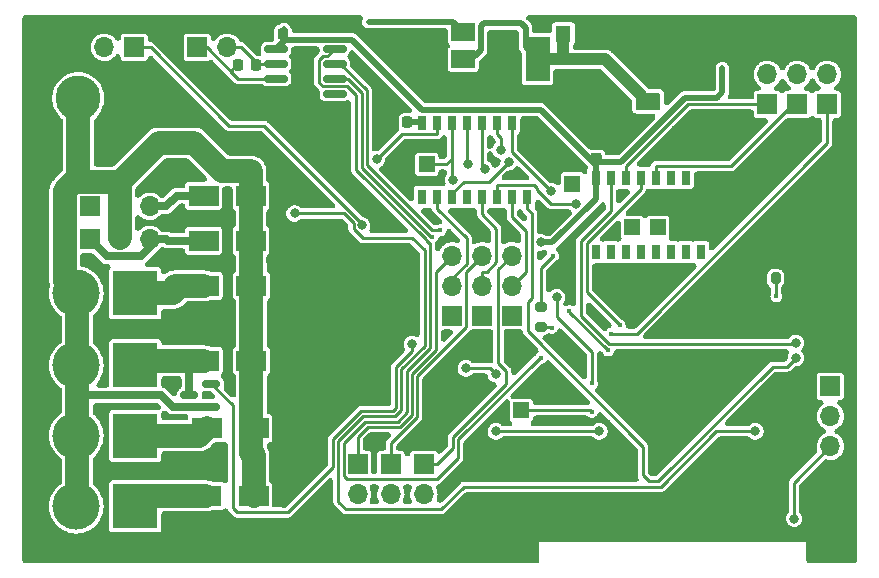
<source format=gbr>
%TF.GenerationSoftware,KiCad,Pcbnew,(6.0.10)*%
%TF.CreationDate,2023-04-19T18:30:43+02:00*%
%TF.ProjectId,jf-ecu32,6a662d65-6375-4333-922e-6b696361645f,rev?*%
%TF.SameCoordinates,Original*%
%TF.FileFunction,Copper,L2,Bot*%
%TF.FilePolarity,Positive*%
%FSLAX46Y46*%
G04 Gerber Fmt 4.6, Leading zero omitted, Abs format (unit mm)*
G04 Created by KiCad (PCBNEW (6.0.10)) date 2023-04-19 18:30:43*
%MOMM*%
%LPD*%
G01*
G04 APERTURE LIST*
G04 Aperture macros list*
%AMRoundRect*
0 Rectangle with rounded corners*
0 $1 Rounding radius*
0 $2 $3 $4 $5 $6 $7 $8 $9 X,Y pos of 4 corners*
0 Add a 4 corners polygon primitive as box body*
4,1,4,$2,$3,$4,$5,$6,$7,$8,$9,$2,$3,0*
0 Add four circle primitives for the rounded corners*
1,1,$1+$1,$2,$3*
1,1,$1+$1,$4,$5*
1,1,$1+$1,$6,$7*
1,1,$1+$1,$8,$9*
0 Add four rect primitives between the rounded corners*
20,1,$1+$1,$2,$3,$4,$5,0*
20,1,$1+$1,$4,$5,$6,$7,0*
20,1,$1+$1,$6,$7,$8,$9,0*
20,1,$1+$1,$8,$9,$2,$3,0*%
G04 Aperture macros list end*
%TA.AperFunction,NonConductor*%
%ADD10C,0.200000*%
%TD*%
%TA.AperFunction,ComponentPad*%
%ADD11R,1.350000X1.350000*%
%TD*%
%TA.AperFunction,ComponentPad*%
%ADD12R,1.700000X1.700000*%
%TD*%
%TA.AperFunction,ComponentPad*%
%ADD13O,1.700000X1.700000*%
%TD*%
%TA.AperFunction,ComponentPad*%
%ADD14R,3.800000X3.800000*%
%TD*%
%TA.AperFunction,ComponentPad*%
%ADD15C,4.000000*%
%TD*%
%TA.AperFunction,ComponentPad*%
%ADD16C,3.800000*%
%TD*%
%TA.AperFunction,HeatsinkPad*%
%ADD17C,0.475000*%
%TD*%
%TA.AperFunction,SMDPad,CuDef*%
%ADD18R,2.500000X1.800000*%
%TD*%
%TA.AperFunction,SMDPad,CuDef*%
%ADD19R,1.300000X1.400000*%
%TD*%
%TA.AperFunction,SMDPad,CuDef*%
%ADD20RoundRect,0.150000X-0.825000X-0.150000X0.825000X-0.150000X0.825000X0.150000X-0.825000X0.150000X0*%
%TD*%
%TA.AperFunction,SMDPad,CuDef*%
%ADD21RoundRect,0.225000X0.225000X0.250000X-0.225000X0.250000X-0.225000X-0.250000X0.225000X-0.250000X0*%
%TD*%
%TA.AperFunction,SMDPad,CuDef*%
%ADD22RoundRect,0.200000X0.200000X0.275000X-0.200000X0.275000X-0.200000X-0.275000X0.200000X-0.275000X0*%
%TD*%
%TA.AperFunction,SMDPad,CuDef*%
%ADD23RoundRect,0.225000X0.250000X-0.225000X0.250000X0.225000X-0.250000X0.225000X-0.250000X-0.225000X0*%
%TD*%
%TA.AperFunction,SMDPad,CuDef*%
%ADD24RoundRect,0.200000X0.275000X-0.200000X0.275000X0.200000X-0.275000X0.200000X-0.275000X-0.200000X0*%
%TD*%
%TA.AperFunction,SMDPad,CuDef*%
%ADD25R,0.800000X1.300000*%
%TD*%
%TA.AperFunction,SMDPad,CuDef*%
%ADD26R,2.000000X1.500000*%
%TD*%
%TA.AperFunction,SMDPad,CuDef*%
%ADD27R,2.000000X3.800000*%
%TD*%
%TA.AperFunction,SMDPad,CuDef*%
%ADD28RoundRect,0.150000X0.587500X0.150000X-0.587500X0.150000X-0.587500X-0.150000X0.587500X-0.150000X0*%
%TD*%
%TA.AperFunction,ViaPad*%
%ADD29C,0.400000*%
%TD*%
%TA.AperFunction,ViaPad*%
%ADD30C,0.800000*%
%TD*%
%TA.AperFunction,Conductor*%
%ADD31C,2.000000*%
%TD*%
%TA.AperFunction,Conductor*%
%ADD32C,0.250000*%
%TD*%
%TA.AperFunction,Conductor*%
%ADD33C,1.000000*%
%TD*%
%TA.AperFunction,Conductor*%
%ADD34C,0.500000*%
%TD*%
%TA.AperFunction,Conductor*%
%ADD35C,0.700000*%
%TD*%
%TA.AperFunction,Conductor*%
%ADD36C,1.699800*%
%TD*%
G04 APERTURE END LIST*
D10*
X65151000Y-157099000D02*
X67056000Y-157099000D01*
X67056000Y-157099000D02*
X67056000Y-158369000D01*
X67056000Y-158369000D02*
X65151000Y-158369000D01*
X65151000Y-158369000D02*
X65151000Y-157099000D01*
G36*
X65151000Y-157099000D02*
G01*
X67056000Y-157099000D01*
X67056000Y-158369000D01*
X65151000Y-158369000D01*
X65151000Y-157099000D01*
G37*
D11*
%TO.P,GND2,1,Pin_1*%
%TO.N,GND*%
X55372000Y-186817000D03*
%TD*%
%TO.P,TMS1,1,Pin_1*%
%TO.N,PWM_KEROSTART_3.3*%
X59690000Y-164719000D03*
%TD*%
%TO.P,TDO1,1,Pin_1*%
%TO.N,TDO*%
X64770000Y-168402000D03*
%TD*%
%TO.P,TDI1,1,Pin_1*%
%TO.N,PWM_KERO_3.3*%
X47371000Y-163068000D03*
%TD*%
%TO.P,TCK1,1,Pin_1*%
%TO.N,TCK*%
X66929000Y-168402000D03*
%TD*%
%TO.P,GND1,1,Pin_1*%
%TO.N,GND*%
X69088000Y-168402000D03*
%TD*%
%TO.P,BOOT0,1,Pin_1*%
%TO.N,Net-(BOOT1-Pad1)*%
X55372000Y-183896000D03*
%TD*%
D12*
%TO.P,J16,1,Pin_1*%
%TO.N,Net-(J16-Pad1)*%
X54610000Y-175880000D03*
D13*
%TO.P,J16,2,Pin_2*%
%TO.N,PPM_PWM_PUMP2*%
X54610000Y-173340000D03*
%TO.P,J16,3,Pin_3*%
%TO.N,Net-(J16-Pad3)*%
X54610000Y-170800000D03*
%TD*%
D12*
%TO.P,J19,1,Pin_1*%
%TO.N,3.3V*%
X81534000Y-181864000D03*
D13*
%TO.P,J19,2,Pin_2*%
%TO.N,Net-(J19-Pad2)*%
X81534000Y-184404000D03*
%TO.P,J19,3,Pin_3*%
%TO.N,Net-(J19-Pad3)*%
X81534000Y-186944000D03*
%TO.P,J19,4,Pin_4*%
%TO.N,GND*%
X81534000Y-189484000D03*
%TD*%
D12*
%TO.P,J18,1,Pin_1*%
%TO.N,Net-(J16-Pad3)*%
X47117000Y-188468000D03*
D13*
%TO.P,J18,2,Pin_2*%
%TO.N,unconnected-(J18-Pad2)*%
X47117000Y-191008000D03*
%TO.P,J18,3,Pin_3*%
%TO.N,GND*%
X47117000Y-193548000D03*
%TD*%
D12*
%TO.P,J7,1,Pin_1*%
%TO.N,Net-(D7-Pad2)*%
X18811000Y-166624000D03*
D13*
%TO.P,J7,2,Pin_2*%
%TO.N,+BATT*%
X21351000Y-166624000D03*
%TO.P,J7,3,Pin_3*%
%TO.N,Net-(D7-Pad2)*%
X23891000Y-166624000D03*
%TD*%
D12*
%TO.P,J4,1,Pin_1*%
%TO.N,Net-(J3-Pad3)*%
X41503600Y-188468000D03*
D13*
%TO.P,J4,2,Pin_2*%
%TO.N,unconnected-(J4-Pad2)*%
X41503600Y-191008000D03*
%TO.P,J4,3,Pin_3*%
%TO.N,GND*%
X41503600Y-193548000D03*
%TD*%
D12*
%TO.P,J15,1,Pin_1*%
%TO.N,Net-(J13-Pad3)*%
X44323000Y-188468000D03*
D13*
%TO.P,J15,2,Pin_2*%
%TO.N,unconnected-(J15-Pad2)*%
X44323000Y-191008000D03*
%TO.P,J15,3,Pin_3*%
%TO.N,GND*%
X44323000Y-193548000D03*
%TD*%
D12*
%TO.P,J10,1,Pin_1*%
%TO.N,Net-(C10-Pad2)*%
X27940000Y-153162000D03*
D13*
%TO.P,J10,2,Pin_2*%
%TO.N,Net-(C10-Pad1)*%
X30480000Y-153162000D03*
%TD*%
D14*
%TO.P,J9,1,Pin_1*%
%TO.N,Net-(D3-Pad2)*%
X22693000Y-180086000D03*
D15*
%TO.P,J9,2,Pin_2*%
%TO.N,+BATT*%
X17693000Y-180086000D03*
%TD*%
D12*
%TO.P,J6,1,Pin_1*%
%TO.N,Net-(D9-Pad2)*%
X18811000Y-169418000D03*
D13*
%TO.P,J6,2,Pin_2*%
%TO.N,+BATT*%
X21351000Y-169418000D03*
%TO.P,J6,3,Pin_3*%
%TO.N,Net-(D9-Pad2)*%
X23891000Y-169418000D03*
%TD*%
D12*
%TO.P,J3,1,Pin_1*%
%TO.N,Net-(J3-Pad1)*%
X49530000Y-175895000D03*
D13*
%TO.P,J3,2,Pin_2*%
%TO.N,PPM_PWM_STARTER*%
X49530000Y-173355000D03*
%TO.P,J3,3,Pin_3*%
%TO.N,Net-(J3-Pad3)*%
X49530000Y-170815000D03*
%TD*%
D14*
%TO.P,J8,1,Pin_1*%
%TO.N,GND*%
X22860000Y-157480000D03*
D16*
%TO.P,J8,2,Pin_2*%
%TO.N,+BATT*%
X17860000Y-157480000D03*
%TD*%
D17*
%TO.P,U1,39,GND*%
%TO.N,GND*%
X68116500Y-185106000D03*
X67354000Y-182818500D03*
X69641500Y-183581000D03*
X67354000Y-184343500D03*
X68116500Y-183581000D03*
X68879000Y-184343500D03*
X68116500Y-182056000D03*
X69641500Y-185106000D03*
X70404000Y-184343500D03*
X68879000Y-182818500D03*
X70404000Y-182818500D03*
X69641500Y-182056000D03*
%TD*%
D12*
%TO.P,J1,1,Pin_1*%
%TO.N,PPM_GAZ_5V*%
X76200000Y-158003000D03*
D13*
%TO.P,J1,2,Pin_2*%
%TO.N,VDC*%
X76200000Y-155463000D03*
%TO.P,J1,3,Pin_3*%
%TO.N,GND*%
X76200000Y-152923000D03*
%TD*%
D14*
%TO.P,J17,1,Pin_1*%
%TO.N,Net-(D15-Pad2)*%
X22693000Y-192024000D03*
D15*
%TO.P,J17,2,Pin_2*%
%TO.N,+BATT*%
X17693000Y-192024000D03*
%TD*%
D14*
%TO.P,J5,1,Pin_1*%
%TO.N,Net-(D10-Pad2)*%
X22693000Y-173990000D03*
D15*
%TO.P,J5,2,Pin_2*%
%TO.N,+BATT*%
X17693000Y-173990000D03*
%TD*%
D12*
%TO.P,J12,1,Pin_1*%
%TO.N,TX2*%
X81280000Y-157988000D03*
D13*
%TO.P,J12,2,Pin_2*%
%TO.N,unconnected-(J12-Pad2)*%
X81280000Y-155448000D03*
%TO.P,J12,3,Pin_3*%
%TO.N,GND*%
X81280000Y-152908000D03*
%TD*%
D12*
%TO.P,J13,1,Pin_1*%
%TO.N,Net-(J13-Pad1)*%
X52070000Y-175895000D03*
D13*
%TO.P,J13,2,Pin_2*%
%TO.N,PPM_PWM_PUMP1*%
X52070000Y-173355000D03*
%TO.P,J13,3,Pin_3*%
%TO.N,Net-(J13-Pad3)*%
X52070000Y-170815000D03*
%TD*%
D12*
%TO.P,J2,1,Pin_1*%
%TO.N,AUX_5V*%
X78740000Y-158003000D03*
D13*
%TO.P,J2,2,Pin_2*%
%TO.N,unconnected-(J2-Pad2)*%
X78740000Y-155463000D03*
%TO.P,J2,3,Pin_3*%
%TO.N,GND*%
X78740000Y-152923000D03*
%TD*%
D12*
%TO.P,J11,1,Pin_1*%
%TO.N,RPM*%
X22606000Y-153162000D03*
D13*
%TO.P,J11,2,Pin_2*%
%TO.N,+5V*%
X20066000Y-153162000D03*
%TO.P,J11,3,Pin_3*%
%TO.N,GND*%
X17526000Y-153162000D03*
%TD*%
D14*
%TO.P,J14,1,Pin_1*%
%TO.N,Net-(D13-Pad2)*%
X22693000Y-186055000D03*
D15*
%TO.P,J14,2,Pin_2*%
%TO.N,+BATT*%
X17693000Y-186055000D03*
%TD*%
D18*
%TO.P,D9,1,K*%
%TO.N,+BATT*%
X32480000Y-169545000D03*
%TO.P,D9,2,A*%
%TO.N,Net-(D9-Pad2)*%
X28480000Y-169545000D03*
%TD*%
D19*
%TO.P,D1,1,A1*%
%TO.N,+5V*%
X58928000Y-152019000D03*
%TO.P,D1,2,A2*%
%TO.N,GND*%
X61828000Y-152019000D03*
%TD*%
D20*
%TO.P,U3,1,GND*%
%TO.N,GND*%
X34609000Y-157099000D03*
%TO.P,U3,2,T-*%
%TO.N,Net-(C10-Pad2)*%
X34609000Y-155829000D03*
%TO.P,U3,3,T+*%
%TO.N,Net-(C10-Pad1)*%
X34609000Y-154559000D03*
%TO.P,U3,4,VCC*%
%TO.N,3.3V*%
X34609000Y-153289000D03*
%TO.P,U3,5,SCK*%
%TO.N,CLK*%
X39559000Y-153289000D03*
%TO.P,U3,6,~{CS}*%
%TO.N,CS*%
X39559000Y-154559000D03*
%TO.P,U3,7,SO*%
%TO.N,MISO*%
X39559000Y-155829000D03*
%TO.P,U3,8*%
%TO.N,N/C*%
X39559000Y-157099000D03*
%TD*%
D18*
%TO.P,D10,1,K*%
%TO.N,+BATT*%
X32520000Y-173355000D03*
%TO.P,D10,2,A*%
%TO.N,Net-(D10-Pad2)*%
X28520000Y-173355000D03*
%TD*%
D21*
%TO.P,C5,1*%
%TO.N,+5V*%
X45720000Y-159512000D03*
%TO.P,C5,2*%
%TO.N,GND*%
X44170000Y-159512000D03*
%TD*%
D22*
%TO.P,R16,1*%
%TO.N,GND*%
X78549000Y-172720000D03*
%TO.P,R16,2*%
%TO.N,PWM_KERO_3.3*%
X76899000Y-172720000D03*
%TD*%
D23*
%TO.P,C6,1*%
%TO.N,3.3V*%
X61722000Y-162573000D03*
%TO.P,C6,2*%
%TO.N,GND*%
X61722000Y-161023000D03*
%TD*%
D21*
%TO.P,C10,1*%
%TO.N,Net-(C10-Pad1)*%
X32906000Y-154686000D03*
%TO.P,C10,2*%
%TO.N,Net-(C10-Pad2)*%
X31356000Y-154686000D03*
%TD*%
D18*
%TO.P,D15,1,K*%
%TO.N,+BATT*%
X32705000Y-191135000D03*
%TO.P,D15,2,A*%
%TO.N,Net-(D15-Pad2)*%
X28705000Y-191135000D03*
%TD*%
%TO.P,D13,1,K*%
%TO.N,+BATT*%
X32734000Y-185420000D03*
%TO.P,D13,2,A*%
%TO.N,Net-(D13-Pad2)*%
X28734000Y-185420000D03*
%TD*%
D24*
%TO.P,R14,1*%
%TO.N,Net-(R14-Pad1)*%
X57023000Y-176808400D03*
%TO.P,R14,2*%
%TO.N,3.3V*%
X57023000Y-175158400D03*
%TD*%
D25*
%TO.P,U2,1,VCC*%
%TO.N,3.3V*%
X61666200Y-164210600D03*
%TO.P,U2,2*%
%TO.N,PPM_GAZ*%
X62946200Y-164210600D03*
%TO.P,U2,3*%
%TO.N,PPM_GAZ_5V*%
X64206200Y-164210600D03*
%TO.P,U2,4*%
%TO.N,AUX*%
X65476200Y-164210600D03*
%TO.P,U2,5*%
%TO.N,AUX_5V*%
X66756200Y-164210600D03*
%TO.P,U2,6*%
%TO.N,unconnected-(U2-Pad6)*%
X68026200Y-164210600D03*
%TO.P,U2,7*%
%TO.N,unconnected-(U2-Pad7)*%
X69286200Y-164210600D03*
%TO.P,U2,8,VSS*%
%TO.N,GND*%
X70566200Y-164210600D03*
%TO.P,U2,9*%
%TO.N,unconnected-(U2-Pad9)*%
X70566200Y-170510600D03*
%TO.P,U2,10*%
%TO.N,unconnected-(U2-Pad10)*%
X69286200Y-170510600D03*
%TO.P,U2,11*%
%TO.N,unconnected-(U2-Pad11)*%
X68026200Y-170510600D03*
%TO.P,U2,12*%
%TO.N,unconnected-(U2-Pad12)*%
X66756200Y-170510600D03*
%TO.P,U2,13*%
%TO.N,N/C*%
X65476200Y-170510600D03*
%TO.P,U2,14*%
%TO.N,unconnected-(U2-Pad14)*%
X64206200Y-170510600D03*
%TO.P,U2,15*%
%TO.N,unconnected-(U2-Pad15)*%
X62946200Y-170510600D03*
%TO.P,U2,16*%
%TO.N,N/C*%
X61666200Y-170510600D03*
%TD*%
D18*
%TO.P,D7,1,K*%
%TO.N,+BATT*%
X32480000Y-165735000D03*
%TO.P,D7,2,A*%
%TO.N,Net-(D7-Pad2)*%
X28480000Y-165735000D03*
%TD*%
D25*
%TO.P,U5,1,VCC*%
%TO.N,+5V*%
X46959600Y-159537000D03*
%TO.P,U5,2*%
%TO.N,PWM_KERO*%
X48239600Y-159537000D03*
%TO.P,U5,3*%
%TO.N,PWM_KERO_3.3*%
X49499600Y-159537000D03*
%TO.P,U5,4*%
%TO.N,PWM_GLOW*%
X50769600Y-159537000D03*
%TO.P,U5,5*%
%TO.N,PWM_GLOW_3.3*%
X52049600Y-159537000D03*
%TO.P,U5,6*%
%TO.N,PWM_KEROSTART*%
X53319600Y-159537000D03*
%TO.P,U5,7*%
%TO.N,PWM_KEROSTART_3.3*%
X54579600Y-159537000D03*
%TO.P,U5,8,VSS*%
%TO.N,GND*%
X55859600Y-159537000D03*
%TO.P,U5,9*%
%TO.N,PPM_PWM_PUMP2_3.3*%
X55859600Y-165837000D03*
%TO.P,U5,10*%
%TO.N,PPM_PWM_PUMP2*%
X54579600Y-165837000D03*
%TO.P,U5,11*%
%TO.N,PPM_PWM_PUMP1_3.3*%
X53319600Y-165837000D03*
%TO.P,U5,12*%
%TO.N,PPM_PWM_PUMP1*%
X52049600Y-165837000D03*
%TO.P,U5,13*%
%TO.N,N/C*%
X50769600Y-165837000D03*
%TO.P,U5,14*%
%TO.N,PPM_STARTER_3.3*%
X49499600Y-165837000D03*
%TO.P,U5,15*%
%TO.N,PPM_PWM_STARTER*%
X48239600Y-165837000D03*
%TO.P,U5,16*%
%TO.N,N/C*%
X46959600Y-165837000D03*
%TD*%
D26*
%TO.P,U6,1,GND*%
%TO.N,GND*%
X50444000Y-156478000D03*
D27*
%TO.P,U6,2,VO*%
%TO.N,+5V*%
X56744000Y-154178000D03*
D26*
X50444000Y-154178000D03*
%TO.P,U6,3,VI*%
%TO.N,+BATT*%
X50444000Y-151878000D03*
%TD*%
D21*
%TO.P,C11,1*%
%TO.N,3.3V*%
X35179000Y-152019000D03*
%TO.P,C11,2*%
%TO.N,GND*%
X33629000Y-152019000D03*
%TD*%
D18*
%TO.P,D3,1,K*%
%TO.N,+BATT*%
X32520000Y-179705000D03*
%TO.P,D3,2,A*%
%TO.N,Net-(D3-Pad2)*%
X28520000Y-179705000D03*
%TD*%
D28*
%TO.P,Q7,1,G*%
%TO.N,BRAKE*%
X29131500Y-181676000D03*
%TO.P,Q7,2,S*%
%TO.N,+BATT*%
X29131500Y-183576000D03*
%TO.P,Q7,3,D*%
%TO.N,Net-(D3-Pad2)*%
X27256500Y-182626000D03*
%TD*%
D29*
%TO.N,GND*%
X52705000Y-177419000D03*
%TO.N,+5V*%
X65532000Y-158115000D03*
X66167000Y-157353000D03*
X65532000Y-157353000D03*
%TO.N,GND*%
X14097000Y-151384000D03*
X14097000Y-163449000D03*
X14224000Y-167513000D03*
X14097000Y-172720000D03*
X14097000Y-178435000D03*
X14224000Y-184531000D03*
X14097000Y-189992000D03*
X14097000Y-195199000D03*
X54991000Y-182499000D03*
X41275000Y-154178000D03*
X47371000Y-154178000D03*
X47371000Y-157226000D03*
X42926000Y-152781000D03*
X57404000Y-184912000D03*
%TO.N,Net-(BOOT1-Pad1)*%
X61341000Y-184023000D03*
X61341000Y-181610000D03*
D30*
X58353500Y-174325600D03*
D29*
%TO.N,+5V*%
X46990000Y-159512000D03*
X66802000Y-157353000D03*
X50444000Y-154178000D03*
X66167000Y-158115000D03*
X66802000Y-158115000D03*
%TO.N,GND*%
X55880000Y-160528000D03*
X74930000Y-166624000D03*
X74422000Y-175514000D03*
X74168000Y-166878000D03*
X43561000Y-172212000D03*
X30734000Y-160528000D03*
X45847000Y-177292000D03*
X64770000Y-179578000D03*
X71882000Y-176530000D03*
X44831000Y-175006000D03*
X44831000Y-176911000D03*
X16002000Y-162560000D03*
X72390000Y-182880000D03*
X33020000Y-156464000D03*
X44450000Y-158242000D03*
X43561000Y-171577000D03*
X67818000Y-156718000D03*
X38354000Y-171958000D03*
X46355000Y-177292000D03*
X64516000Y-191571400D03*
X26416000Y-158496000D03*
X68072000Y-191389000D03*
X79248000Y-193802000D03*
X78994000Y-167894000D03*
X45847000Y-176276000D03*
X36068000Y-157988000D03*
X45847000Y-175260000D03*
X45085000Y-158242000D03*
X16002000Y-161544000D03*
X27940000Y-159004000D03*
X25908000Y-156210000D03*
X69596000Y-191008000D03*
X64632033Y-183271967D03*
X23114000Y-194818000D03*
X70358000Y-155956000D03*
X27432000Y-159004000D03*
X73914000Y-176022000D03*
X71374000Y-175768000D03*
X59690000Y-194564000D03*
X78740000Y-168910000D03*
X44450000Y-157607000D03*
X15494000Y-159766000D03*
X34798000Y-179578000D03*
X64008000Y-171704000D03*
X81534000Y-165862000D03*
X60706000Y-179832000D03*
X81280000Y-174244000D03*
X44069000Y-175006000D03*
X26416000Y-159004000D03*
X44831000Y-176276000D03*
X26416000Y-156972000D03*
X72263000Y-194310000D03*
X46482000Y-171704000D03*
X27432000Y-154686000D03*
X73152000Y-174498000D03*
X45974000Y-171704000D03*
X24511000Y-154813000D03*
X35991800Y-161023600D03*
X17272000Y-154940000D03*
X14986000Y-157734000D03*
X68834000Y-177546000D03*
X17018000Y-194818000D03*
X45847000Y-176784000D03*
X36830000Y-161036000D03*
X14986000Y-159258000D03*
X45974000Y-170688000D03*
X71628000Y-164338000D03*
X25146000Y-155448000D03*
X54610000Y-179324000D03*
X37592000Y-166116000D03*
X56642000Y-159766000D03*
X37338000Y-153924000D03*
X24892000Y-194564000D03*
X65278000Y-175768000D03*
X56642000Y-186563000D03*
X44323000Y-170942000D03*
X62992000Y-183134000D03*
X32512000Y-156464000D03*
X60960000Y-184912000D03*
X45974000Y-173228000D03*
X73914000Y-165862000D03*
X35052000Y-162560000D03*
X25654000Y-176784000D03*
X37846000Y-153416000D03*
X15240000Y-162306000D03*
X69596000Y-175260000D03*
X64516000Y-180340000D03*
X15494000Y-158242000D03*
X31750000Y-161036000D03*
X74168000Y-165100000D03*
X60198000Y-168656000D03*
X64770000Y-187452000D03*
X69088000Y-190500000D03*
X14986000Y-158750000D03*
X53213000Y-152400000D03*
X32004000Y-156972000D03*
X36830000Y-165862000D03*
X20066000Y-177038000D03*
X25400000Y-152654000D03*
X24003000Y-154178000D03*
X44958000Y-162687000D03*
X76073000Y-168148000D03*
X62484000Y-160528000D03*
X68072000Y-175768000D03*
X67564000Y-161290000D03*
X44069000Y-176911000D03*
X45974000Y-172212000D03*
X61214000Y-167767000D03*
X60706000Y-181102000D03*
X36322000Y-165862000D03*
X71628000Y-174752000D03*
X73914000Y-173228000D03*
X65024000Y-159512000D03*
X74422000Y-153416000D03*
X28194000Y-154686000D03*
X55880000Y-159766000D03*
X44323000Y-171577000D03*
X45847000Y-174752000D03*
X37338000Y-164846000D03*
X72390000Y-175260000D03*
X36322000Y-166370000D03*
X62992000Y-181864000D03*
X22860000Y-154686000D03*
X35306000Y-160528000D03*
X34798000Y-176276000D03*
X23368000Y-154686000D03*
X15240000Y-161036000D03*
X75184000Y-174244000D03*
X15240000Y-161544000D03*
X65405000Y-174498000D03*
X64516000Y-167132000D03*
X32004000Y-156464000D03*
X71374000Y-190754000D03*
X71628000Y-191516000D03*
X36830000Y-160274000D03*
X38354000Y-176276000D03*
X46482000Y-176784000D03*
X69088000Y-156718000D03*
X70358000Y-169164000D03*
X56388000Y-160528000D03*
X20574000Y-154940000D03*
X75946000Y-161798000D03*
X46482000Y-171196000D03*
X63500000Y-187960000D03*
X26416000Y-152654000D03*
X74422000Y-179070000D03*
X67056000Y-171704000D03*
X70358000Y-180594000D03*
X70104000Y-161798000D03*
X65278000Y-181610000D03*
X70866000Y-156718000D03*
X62992000Y-186944000D03*
X31750000Y-160528000D03*
X62484000Y-169164000D03*
X34163000Y-176403000D03*
X39243000Y-158115000D03*
X45593000Y-163957000D03*
X44069000Y-177546000D03*
X45974000Y-171196000D03*
X69850000Y-159004000D03*
X38354000Y-175514000D03*
X69596000Y-171704000D03*
X73914000Y-181610000D03*
X73406000Y-165862000D03*
X30734000Y-161036000D03*
X64262000Y-175006000D03*
X62357000Y-194183000D03*
X60706000Y-168275000D03*
X15748000Y-161036000D03*
X19812000Y-154940000D03*
X39243000Y-161036000D03*
X45720000Y-162687000D03*
X32004000Y-157480000D03*
X78994000Y-166878000D03*
X66294000Y-175006000D03*
X46482000Y-172212000D03*
X53086000Y-193548000D03*
X74676000Y-176784000D03*
X54610000Y-152400000D03*
X34798000Y-177292000D03*
X72644000Y-179070000D03*
X44069000Y-176276000D03*
X27940000Y-158496000D03*
X70358000Y-176276000D03*
X75184000Y-177546000D03*
X25654000Y-188468000D03*
X36576000Y-165354000D03*
X65786000Y-186182000D03*
X72644000Y-164592000D03*
X64770000Y-181102000D03*
X22479000Y-155067000D03*
X45974000Y-172720000D03*
X65278000Y-179578000D03*
X59436000Y-170815000D03*
X53340000Y-188214000D03*
X71882000Y-162052000D03*
X60706000Y-189230000D03*
X34798000Y-191008000D03*
X37211000Y-157353000D03*
X40005000Y-158750000D03*
X70104000Y-160274000D03*
X74168000Y-190500000D03*
X70866000Y-154940000D03*
X53975000Y-184531000D03*
X34798000Y-172720000D03*
X44069000Y-175641000D03*
X48768000Y-161163000D03*
X53848000Y-154559000D03*
X74930000Y-179832000D03*
X43561000Y-170942000D03*
X36322000Y-153416000D03*
X77216000Y-163068000D03*
X56642000Y-188722000D03*
X74422000Y-164338000D03*
X73152000Y-176276000D03*
X35814000Y-166116000D03*
X68326000Y-160020000D03*
X18034000Y-154940000D03*
X57150000Y-161798000D03*
X62992000Y-161036000D03*
X21844000Y-155067000D03*
X74676000Y-173482000D03*
X15240000Y-156464000D03*
X67310000Y-180340000D03*
X62738000Y-184912000D03*
X22098000Y-154686000D03*
X73660000Y-152146000D03*
X38862000Y-177038000D03*
X38608000Y-174752000D03*
X37846000Y-162560000D03*
X27432000Y-158496000D03*
X46482000Y-175260000D03*
X32258000Y-161036000D03*
X23749000Y-155067000D03*
X32512000Y-157480000D03*
X15748000Y-162052000D03*
X35306000Y-157988000D03*
X65532000Y-171704000D03*
X81280000Y-171196000D03*
X20066000Y-188468000D03*
X67056000Y-174498000D03*
X32258000Y-160528000D03*
X57658000Y-160528000D03*
X31242000Y-160528000D03*
X70866000Y-158750000D03*
X35052000Y-164338000D03*
X57658000Y-182626000D03*
X72390000Y-151638000D03*
X82296000Y-169418000D03*
X65278000Y-180594000D03*
X66548000Y-177292000D03*
X37084000Y-179324000D03*
X35306000Y-192024000D03*
X37592000Y-176022000D03*
X40005000Y-158115000D03*
X79375000Y-160909000D03*
X74422000Y-165862000D03*
X35433000Y-186436000D03*
X55372000Y-160528000D03*
X80518000Y-165100000D03*
X73406000Y-164338000D03*
X73914000Y-164338000D03*
X61722000Y-167132000D03*
X43561000Y-172847000D03*
X46482000Y-174752000D03*
X76962000Y-164592000D03*
X55880000Y-159258000D03*
X37338000Y-154686000D03*
X68326000Y-171704000D03*
X46482000Y-176276000D03*
X70612000Y-175260000D03*
X18796000Y-154940000D03*
X23114000Y-155067000D03*
X33020000Y-157480000D03*
X69596000Y-179070000D03*
X44831000Y-177546000D03*
X81534000Y-178054000D03*
X54991000Y-154559000D03*
X77978000Y-165989000D03*
X54991000Y-153797000D03*
X66167000Y-194169705D03*
X31242000Y-161036000D03*
X49403000Y-180594000D03*
X60579000Y-191571400D03*
X15748000Y-159258000D03*
X53848000Y-153797000D03*
X19304000Y-154686000D03*
X75184000Y-180594000D03*
X61468000Y-188214000D03*
X36322000Y-154178000D03*
X34798000Y-183896000D03*
X56642000Y-194564000D03*
X68072000Y-176530000D03*
X72898000Y-180594000D03*
X64262000Y-179070000D03*
X69088000Y-174498000D03*
X64770000Y-188468000D03*
X32512000Y-156972000D03*
X81026000Y-193802000D03*
X44323000Y-172847000D03*
X68072000Y-180340000D03*
X73660000Y-165100000D03*
X38100000Y-166116000D03*
X26924000Y-158496000D03*
X57150000Y-192024000D03*
X64008000Y-186436000D03*
X26416000Y-153670000D03*
X71628000Y-161036000D03*
X63246000Y-188976000D03*
X35306000Y-185166000D03*
X26924000Y-159004000D03*
X56642000Y-159258000D03*
X48768000Y-152654000D03*
X74168000Y-155956000D03*
X55372000Y-187960000D03*
X65024000Y-179070000D03*
X44831000Y-175641000D03*
X73406000Y-191262000D03*
X29083000Y-154686000D03*
X24003000Y-154686000D03*
X62992000Y-156718000D03*
X56388000Y-161798000D03*
X44831000Y-168656000D03*
X26416000Y-153162000D03*
X44323000Y-172212000D03*
X36957000Y-153416000D03*
X75438000Y-165608000D03*
X49530000Y-179451000D03*
X70866000Y-177546000D03*
X33020000Y-156946600D03*
X65278000Y-180086000D03*
X48006000Y-151892000D03*
X37592000Y-161036000D03*
X15494000Y-160528000D03*
X21463000Y-154686000D03*
X62738000Y-158242000D03*
X63754000Y-157480000D03*
X34544000Y-164846000D03*
X46482000Y-175768000D03*
X46482000Y-173228000D03*
X34290000Y-162560000D03*
X45847000Y-175768000D03*
X15494000Y-158750000D03*
X66802000Y-179070000D03*
X73152000Y-177546000D03*
X46482000Y-172720000D03*
D30*
%TO.N,PPM_PWM_PUMP2_3.3*%
X78613000Y-179451000D03*
%TO.N,PPM_PWM_PUMP1_3.3*%
X60019600Y-166445000D03*
%TO.N,PWM_KERO_3.3*%
X49619100Y-164365200D03*
D29*
X76962000Y-174244000D03*
D30*
%TO.N,PWM_KEROSTART_3.3*%
X57905500Y-165356800D03*
%TO.N,PWM_GLOW_3.3*%
X52266700Y-163481800D03*
%TO.N,PPM_STARTER_3.3*%
X54302700Y-162879000D03*
%TO.N,PWM_GLOW*%
X50855000Y-163053700D03*
%TO.N,PWM_KEROSTART*%
X53610300Y-161841500D03*
%TO.N,PWM_KERO*%
X43142600Y-162625300D03*
D29*
%TO.N,+BATT*%
X42433000Y-150988000D03*
D30*
%TO.N,GLOW_CURRENT*%
X36169400Y-167233100D03*
X75184000Y-185674000D03*
%TO.N,PPM_GAZ*%
X78605600Y-178181000D03*
D29*
%TO.N,AUX*%
X63699500Y-176681800D03*
%TO.N,CLK*%
X57012400Y-179461600D03*
%TO.N,MISO*%
X47804200Y-169238800D03*
%TO.N,CS*%
X48514000Y-168656000D03*
D30*
%TO.N,RPM*%
X41885200Y-168250100D03*
D29*
%TO.N,TX2*%
X62988400Y-177406900D03*
%TO.N,Net-(R14-Pad1)*%
X57949000Y-176905400D03*
D30*
%TO.N,Net-(J19-Pad3)*%
X78464023Y-193061977D03*
%TO.N,BRAKE*%
X61976000Y-185674000D03*
X53213000Y-180848000D03*
X46101000Y-178308000D03*
X50673000Y-180340000D03*
D29*
X62709404Y-178816000D03*
X59436000Y-175514000D03*
D30*
X53213000Y-185674000D03*
%TO.N,3.3V*%
X56999000Y-169672000D03*
D29*
X72390000Y-156972000D03*
X72390000Y-154940000D03*
X58039000Y-170815000D03*
%TD*%
D31*
%TO.N,+BATT*%
X32520000Y-173355000D02*
X32520000Y-179705000D01*
D32*
%TO.N,BRAKE*%
X59436000Y-175542596D02*
X62709404Y-178816000D01*
X59436000Y-175514000D02*
X59436000Y-175542596D01*
D33*
%TO.N,+5V*%
X58928000Y-153924000D02*
X58674000Y-154178000D01*
X58928000Y-152019000D02*
X58928000Y-153924000D01*
D32*
%TO.N,3.3V*%
X57023000Y-171831000D02*
X58039000Y-170815000D01*
X57023000Y-175158400D02*
X57023000Y-171831000D01*
%TO.N,Net-(BOOT1-Pad1)*%
X61341000Y-184023000D02*
X61214000Y-183896000D01*
X61214000Y-183896000D02*
X55372000Y-183896000D01*
X58353500Y-175955500D02*
X58353500Y-174325600D01*
X61341000Y-181610000D02*
X61341000Y-178943000D01*
X61341000Y-178943000D02*
X58353500Y-175955500D01*
%TO.N,PWM_KERO_3.3*%
X49022000Y-163068000D02*
X49499600Y-162590400D01*
X47371000Y-163068000D02*
X49022000Y-163068000D01*
D33*
%TO.N,+5V*%
X58674000Y-154178000D02*
X59436000Y-154178000D01*
D34*
X51943000Y-152766000D02*
X51943000Y-153416000D01*
D33*
X62484000Y-154178000D02*
X65532000Y-157226000D01*
D34*
X55372000Y-151130000D02*
X52197000Y-151130000D01*
X45720000Y-159512000D02*
X46934600Y-159512000D01*
X55738000Y-151496000D02*
X55372000Y-151130000D01*
D33*
X56744000Y-154178000D02*
X58674000Y-154178000D01*
D34*
X51943000Y-152684239D02*
X51943000Y-152766000D01*
X51928000Y-152669239D02*
X51943000Y-152684239D01*
D33*
X59436000Y-154178000D02*
X62484000Y-154178000D01*
D34*
X46934600Y-159512000D02*
X46959600Y-159537000D01*
X55738000Y-153172000D02*
X55738000Y-151496000D01*
X51928000Y-151399000D02*
X51928000Y-152669239D01*
X56744000Y-154178000D02*
X55738000Y-153172000D01*
X51943000Y-153416000D02*
X51435000Y-153924000D01*
X52197000Y-151130000D02*
X51928000Y-151399000D01*
D35*
%TO.N,Net-(D7-Pad2)*%
X23891000Y-166624000D02*
X25291100Y-166624000D01*
X26180100Y-165735000D02*
X25291100Y-166624000D01*
X28480000Y-165735000D02*
X26180100Y-165735000D01*
D32*
%TO.N,PPM_PWM_PUMP2_3.3*%
X55915200Y-174752800D02*
X56274500Y-174393500D01*
X77873100Y-180190900D02*
X76698500Y-180190900D01*
X66202400Y-189923600D02*
X65661100Y-189382300D01*
X55859600Y-166812100D02*
X55859600Y-165837000D01*
X66965800Y-189923600D02*
X66202400Y-189923600D01*
X78613000Y-179451000D02*
X77873100Y-180190900D01*
X55915200Y-177222500D02*
X55915200Y-174752800D01*
X65661100Y-186968400D02*
X55915200Y-177222500D01*
X56274500Y-174393500D02*
X56274500Y-167227000D01*
X76698500Y-180190900D02*
X66965800Y-189923600D01*
X56274500Y-167227000D02*
X55859600Y-166812100D01*
X65661100Y-189382300D02*
X65661100Y-186968400D01*
%TO.N,PPM_PWM_PUMP1_3.3*%
X53319600Y-164861900D02*
X56460500Y-164861900D01*
X56688100Y-165089500D02*
X56688100Y-165226600D01*
X56688100Y-165226600D02*
X57906500Y-166445000D01*
X57906500Y-166445000D02*
X60019600Y-166445000D01*
X53319600Y-165837000D02*
X53319600Y-164861900D01*
X56460500Y-164861900D02*
X56688100Y-165089500D01*
%TO.N,PWM_KERO_3.3*%
X76899000Y-172720000D02*
X76899000Y-174181000D01*
X76899000Y-174181000D02*
X76962000Y-174244000D01*
X49499600Y-159537000D02*
X49499600Y-162590400D01*
X49499600Y-164245700D02*
X49619100Y-164365200D01*
X49499600Y-162590400D02*
X49499600Y-164245700D01*
%TO.N,PWM_KEROSTART_3.3*%
X57905500Y-165356800D02*
X54579600Y-162030900D01*
X54579600Y-162030900D02*
X54579600Y-159537000D01*
%TO.N,PWM_GLOW_3.3*%
X52049600Y-163264700D02*
X52049600Y-159537000D01*
X52266700Y-163481800D02*
X52049600Y-163264700D01*
%TO.N,PPM_STARTER_3.3*%
X52649200Y-164532500D02*
X50491500Y-164532500D01*
X54302700Y-162879000D02*
X52649200Y-164532500D01*
X50491500Y-164532500D02*
X49499600Y-165524400D01*
X49499600Y-165524400D02*
X49499600Y-165837000D01*
%TO.N,PPM_GAZ_5V*%
X64206200Y-164210600D02*
X64206200Y-163235500D01*
X69438700Y-158003000D02*
X76200000Y-158003000D01*
X64206200Y-163235500D02*
X69438700Y-158003000D01*
%TO.N,AUX_5V*%
X66756200Y-163235500D02*
X66756200Y-164210600D01*
X73140300Y-163235500D02*
X66756200Y-163235500D01*
X78372800Y-158003000D02*
X73140300Y-163235500D01*
X78740000Y-158003000D02*
X78372800Y-158003000D01*
D35*
%TO.N,Net-(D9-Pad2)*%
X23139200Y-170869900D02*
X20262900Y-170869900D01*
X20262900Y-170869900D02*
X18811000Y-169418000D01*
X28480000Y-169545000D02*
X25418100Y-169545000D01*
X25418100Y-169545000D02*
X25291100Y-169418000D01*
X24591100Y-169418000D02*
X23139200Y-170869900D01*
X24591100Y-169418000D02*
X25291100Y-169418000D01*
X23891000Y-169418000D02*
X24591100Y-169418000D01*
D32*
%TO.N,PWM_GLOW*%
X50855000Y-163053700D02*
X50769600Y-162968300D01*
X50769600Y-162968300D02*
X50769600Y-159537000D01*
%TO.N,PWM_KEROSTART*%
X53610300Y-160802800D02*
X53610300Y-161841500D01*
X53319600Y-159537000D02*
X53319600Y-160512100D01*
X53319600Y-160512100D02*
X53610300Y-160802800D01*
%TO.N,PWM_KERO*%
X45255800Y-160512100D02*
X43142600Y-162625300D01*
X48239600Y-159537000D02*
X48239600Y-160512100D01*
X48239600Y-160512100D02*
X45255800Y-160512100D01*
%TO.N,PPM_PWM_PUMP1*%
X53247400Y-168506400D02*
X53247400Y-171367700D01*
X53247400Y-171367700D02*
X52435200Y-172179900D01*
X52070000Y-173355000D02*
X52070000Y-172179900D01*
X52435200Y-172179900D02*
X52070000Y-172179900D01*
X52049600Y-165837000D02*
X52049600Y-167308600D01*
X52049600Y-167308600D02*
X53247400Y-168506400D01*
%TO.N,PPM_PWM_PUMP2*%
X55786800Y-172163200D02*
X54610000Y-173340000D01*
X54579600Y-165837000D02*
X54579600Y-167548300D01*
X54579600Y-167548300D02*
X55786800Y-168755500D01*
X55786800Y-168755500D02*
X55786800Y-172163200D01*
D31*
%TO.N,Net-(D10-Pad2)*%
X26069900Y-173800200D02*
X25880100Y-173990000D01*
X22780000Y-173990000D02*
X25880100Y-173990000D01*
X26069900Y-173355000D02*
X26069900Y-173800200D01*
X28520000Y-173355000D02*
X26069900Y-173355000D01*
%TO.N,Net-(D13-Pad2)*%
X28099000Y-186055000D02*
X23415000Y-186055000D01*
X28734000Y-185420000D02*
X28099000Y-186055000D01*
X23415000Y-186055000D02*
X22780000Y-185420000D01*
%TO.N,+BATT*%
X32480000Y-163634900D02*
X30060200Y-163634900D01*
D35*
X25836000Y-183576000D02*
X24886000Y-182626000D01*
D31*
X32480000Y-169545000D02*
X32480000Y-171645100D01*
X17780000Y-173990000D02*
X17780000Y-179705000D01*
X16712700Y-172922700D02*
X16712700Y-165290900D01*
X17780000Y-179705000D02*
X17780000Y-182626000D01*
X24664200Y-161260700D02*
X21351000Y-164573900D01*
X32520000Y-185420000D02*
X32520000Y-187520100D01*
D34*
X49554000Y-150988000D02*
X50444000Y-151878000D01*
D31*
X32520000Y-179705000D02*
X32520000Y-185420000D01*
D34*
X42433000Y-150988000D02*
X49554000Y-150988000D01*
D31*
X17860000Y-164573900D02*
X17860000Y-157480000D01*
X17780000Y-173990000D02*
X16712700Y-172922700D01*
X27686000Y-161260700D02*
X24664200Y-161260700D01*
X17780000Y-182626000D02*
X17780000Y-185420000D01*
X21351000Y-166624000D02*
X21351000Y-164573900D01*
D35*
X29131500Y-183576000D02*
X25836000Y-183576000D01*
X24886000Y-182626000D02*
X17780000Y-182626000D01*
D31*
X17780000Y-191135000D02*
X17780000Y-185420000D01*
X17860000Y-164573900D02*
X21351000Y-164573900D01*
X32520000Y-187520100D02*
X32705000Y-187705100D01*
X32705000Y-187705100D02*
X32705000Y-191135000D01*
D36*
X21351000Y-169319700D02*
X21351000Y-169418000D01*
D31*
X32520000Y-171685100D02*
X32480000Y-171645100D01*
X17429700Y-164573900D02*
X17860000Y-164573900D01*
X16712700Y-165290900D02*
X17429700Y-164573900D01*
X32480000Y-165735000D02*
X32480000Y-163634900D01*
X32520000Y-173355000D02*
X32520000Y-171685100D01*
X30060200Y-163634900D02*
X27686000Y-161260700D01*
X32480000Y-169545000D02*
X32480000Y-165735000D01*
X21351000Y-169319700D02*
X21351000Y-166624000D01*
D32*
%TO.N,Net-(C10-Pad1)*%
X33052100Y-154559000D02*
X31655100Y-153162000D01*
X30480000Y-153162000D02*
X31655100Y-153162000D01*
X34609000Y-154559000D02*
X33052100Y-154559000D01*
%TO.N,Net-(C10-Pad2)*%
X28747900Y-153162000D02*
X31074450Y-155488550D01*
X31356000Y-154686000D02*
X31242000Y-154686000D01*
X31242000Y-154686000D02*
X30861000Y-155067000D01*
X30861000Y-155067000D02*
X30861000Y-155275100D01*
X30861000Y-155275100D02*
X31074450Y-155488550D01*
X27940000Y-153162000D02*
X28747900Y-153162000D01*
X34609000Y-155829000D02*
X31414900Y-155829000D01*
X31414900Y-155829000D02*
X31074450Y-155488550D01*
%TO.N,GLOW_CURRENT*%
X41160200Y-168550405D02*
X41160200Y-168034596D01*
X45214100Y-180415460D02*
X47175000Y-178454560D01*
X45214100Y-183895296D02*
X45214100Y-180415460D01*
X41977008Y-184400200D02*
X44709196Y-184400200D01*
X47175000Y-178454560D02*
X47175000Y-170350901D01*
X40513000Y-192278000D02*
X39878600Y-191643600D01*
X50483796Y-190373600D02*
X48579396Y-192278000D01*
X47175000Y-170350901D02*
X46136032Y-169311933D01*
X48579396Y-192278000D02*
X40513000Y-192278000D01*
X41921728Y-169311933D02*
X41160200Y-168550405D01*
X67182400Y-190373600D02*
X50483796Y-190373600D01*
X44709196Y-184400200D02*
X45214100Y-183895296D01*
X39878600Y-186498608D02*
X41977008Y-184400200D01*
X39878600Y-191643600D02*
X39878600Y-186498608D01*
X46136032Y-169311933D02*
X41921728Y-169311933D01*
X40358704Y-167233100D02*
X36169400Y-167233100D01*
X71882000Y-185674000D02*
X67182400Y-190373600D01*
X75184000Y-185674000D02*
X71882000Y-185674000D01*
X41160200Y-168034596D02*
X40358704Y-167233100D01*
%TO.N,PPM_GAZ*%
X78488500Y-178298100D02*
X62827900Y-178298100D01*
X78605600Y-178181000D02*
X78488500Y-178298100D01*
X62827900Y-178298100D02*
X60405500Y-175875700D01*
X60405500Y-169579800D02*
X62946200Y-167039100D01*
X60405500Y-175875700D02*
X60405500Y-169579800D01*
X62946200Y-167039100D02*
X62946200Y-164210600D01*
%TO.N,AUX*%
X65476200Y-165185700D02*
X60910700Y-169751200D01*
X60910700Y-173893000D02*
X63699500Y-176681800D01*
X65476200Y-164210600D02*
X65476200Y-165185700D01*
X60910700Y-169751200D02*
X60910700Y-173893000D01*
%TO.N,CLK*%
X41389100Y-157191992D02*
X40651108Y-156454000D01*
X45664100Y-180601856D02*
X47625000Y-178640956D01*
X38259000Y-154212249D02*
X38537249Y-153934000D01*
X45664100Y-184081692D02*
X45664100Y-180601856D01*
X56943496Y-179461600D02*
X50038000Y-186367096D01*
X40328600Y-189484000D02*
X40328600Y-186685004D01*
X47279200Y-169429796D02*
X41389100Y-163539696D01*
X48260000Y-189738000D02*
X40582600Y-189738000D01*
X47625000Y-169763800D02*
X47586737Y-169763800D01*
X47586737Y-169763800D02*
X47279200Y-169456263D01*
X47279200Y-169456263D02*
X47279200Y-169429796D01*
X57012400Y-179461600D02*
X56943496Y-179461600D01*
X44895592Y-184850200D02*
X45664100Y-184081692D01*
X50038000Y-186367096D02*
X50038000Y-187960000D01*
X40651108Y-156454000D02*
X38537249Y-156454000D01*
X38537249Y-156454000D02*
X38259000Y-156175751D01*
X47625000Y-178640956D02*
X47625000Y-169763800D01*
X40582600Y-189738000D02*
X40328600Y-189484000D01*
X50038000Y-187960000D02*
X48260000Y-189738000D01*
X42163404Y-184850200D02*
X44895592Y-184850200D01*
X38914000Y-153934000D02*
X39559000Y-153289000D01*
X38259000Y-156175751D02*
X38259000Y-154212249D01*
X40328600Y-186685004D02*
X42163404Y-184850200D01*
X38537249Y-153934000D02*
X38914000Y-153934000D01*
X41389100Y-163539696D02*
X41389100Y-157191992D01*
%TO.N,MISO*%
X41839100Y-157005596D02*
X40662504Y-155829000D01*
X47724600Y-169238800D02*
X41839100Y-163353300D01*
X41839100Y-163353300D02*
X41839100Y-157005596D01*
X47804200Y-169238800D02*
X47724600Y-169238800D01*
X40662504Y-155829000D02*
X39559000Y-155829000D01*
%TO.N,CS*%
X47778196Y-168656000D02*
X42289100Y-163166904D01*
X40028900Y-154559000D02*
X39559000Y-154559000D01*
X42289100Y-163166904D02*
X42289100Y-156819200D01*
X48514000Y-168656000D02*
X47778196Y-168656000D01*
X42289100Y-156819200D02*
X40028900Y-154559000D01*
%TO.N,RPM*%
X22606000Y-153162000D02*
X23971800Y-153162000D01*
X23971800Y-153162000D02*
X30608800Y-159799000D01*
X30608800Y-159799000D02*
X33561000Y-159799000D01*
X33561000Y-159799000D02*
X41885200Y-168123200D01*
X41885200Y-168123200D02*
X41885200Y-168250100D01*
%TO.N,TX2*%
X81280000Y-161306500D02*
X81280000Y-157988000D01*
X65179600Y-177406900D02*
X81280000Y-161306500D01*
X62988400Y-177406900D02*
X65179600Y-177406900D01*
D31*
%TO.N,Net-(D15-Pad2)*%
X28705000Y-191135000D02*
X22780000Y-191135000D01*
D32*
%TO.N,PPM_PWM_STARTER*%
X49530000Y-172702300D02*
X49530000Y-173355000D01*
X50731600Y-169304100D02*
X50731600Y-171500700D01*
X48239600Y-165837000D02*
X48239600Y-166812100D01*
X48239600Y-166812100D02*
X50731600Y-169304100D01*
X50731600Y-171500700D02*
X49530000Y-172702300D01*
%TO.N,Net-(R14-Pad1)*%
X56743600Y-176808400D02*
X57852000Y-176808400D01*
X57852000Y-176808400D02*
X57949000Y-176905400D01*
%TO.N,Net-(J19-Pad3)*%
X78464023Y-190013977D02*
X81534000Y-186944000D01*
X78464023Y-193061977D02*
X78464023Y-190013977D01*
D35*
%TO.N,Net-(D3-Pad2)*%
X27256500Y-182626000D02*
X27256500Y-180418500D01*
D31*
X26543000Y-179705000D02*
X22780000Y-179705000D01*
D35*
X27256500Y-180418500D02*
X26543000Y-179705000D01*
D31*
X28520000Y-179705000D02*
X26543000Y-179705000D01*
D32*
%TO.N,BRAKE*%
X30945000Y-183489500D02*
X30945000Y-192175000D01*
X50673000Y-180340000D02*
X52705000Y-180340000D01*
X29131500Y-181676000D02*
X30945000Y-183489500D01*
X44764100Y-180229064D02*
X46101000Y-178892164D01*
X52705000Y-180340000D02*
X53213000Y-180848000D01*
X44764100Y-183708900D02*
X44764100Y-180229064D01*
X30945000Y-192175000D02*
X31319000Y-192549000D01*
X61976000Y-185674000D02*
X53213000Y-185674000D01*
X39428400Y-186312412D02*
X41790612Y-183950200D01*
X44522800Y-183950200D02*
X44764100Y-183708900D01*
X39428400Y-188722000D02*
X39428400Y-186312412D01*
X35601400Y-192549000D02*
X39428400Y-188722000D01*
X41790612Y-183950200D02*
X44522800Y-183950200D01*
X31319000Y-192549000D02*
X35601400Y-192549000D01*
X46101000Y-178892164D02*
X46101000Y-178308000D01*
D34*
%TO.N,3.3V*%
X71934000Y-157428000D02*
X69200527Y-157428000D01*
X61418850Y-162863150D02*
X56992500Y-158436800D01*
X61666200Y-163110500D02*
X61418850Y-162863150D01*
X35293000Y-152446000D02*
X35372500Y-152525500D01*
X69200527Y-157428000D02*
X63765378Y-162863150D01*
X57994900Y-169672000D02*
X61666200Y-166000700D01*
X41048200Y-152525500D02*
X35372500Y-152525500D01*
X35372500Y-152525500D02*
X34609000Y-153289000D01*
X46959600Y-158436900D02*
X41048200Y-152525500D01*
X61666200Y-166000700D02*
X61666200Y-164210600D01*
X35293000Y-151638000D02*
X35293000Y-152446000D01*
X72390000Y-156972000D02*
X71934000Y-157428000D01*
X63765378Y-162863150D02*
X61418850Y-162863150D01*
X56999000Y-169672000D02*
X57994900Y-169672000D01*
X46959600Y-158436900D02*
X56992400Y-158436900D01*
X56992400Y-158436900D02*
X56992500Y-158436800D01*
X61666200Y-164210600D02*
X61666200Y-163110500D01*
X72390000Y-156972000D02*
X72390000Y-154940000D01*
D32*
%TO.N,Net-(J3-Pad3)*%
X42349800Y-185300200D02*
X45081988Y-185300200D01*
X48133000Y-178769352D02*
X48133000Y-172212000D01*
X41503600Y-186146400D02*
X42349800Y-185300200D01*
X46114100Y-180788252D02*
X48133000Y-178769352D01*
X41503600Y-188468000D02*
X41503600Y-186146400D01*
X48133000Y-172212000D02*
X49530000Y-170815000D01*
X45081988Y-185300200D02*
X46114100Y-184268088D01*
X46114100Y-184268088D02*
X46114100Y-180788252D01*
%TO.N,Net-(J13-Pad3)*%
X44323000Y-188468000D02*
X44323000Y-186695584D01*
X50705200Y-176878800D02*
X50705200Y-172179800D01*
X50705200Y-172179800D02*
X52070000Y-170815000D01*
X46564100Y-184454484D02*
X46564100Y-181019900D01*
X44323000Y-186695584D02*
X46564100Y-184454484D01*
X46564100Y-181019900D02*
X50705200Y-176878800D01*
%TO.N,Net-(J16-Pad3)*%
X53435000Y-179907463D02*
X53435000Y-171975000D01*
X49588000Y-187107900D02*
X49588000Y-186180700D01*
X54102000Y-180574463D02*
X53435000Y-179907463D01*
X47117000Y-188468000D02*
X48227900Y-188468000D01*
X54102000Y-181666700D02*
X54102000Y-180574463D01*
X48227900Y-188468000D02*
X49588000Y-187107900D01*
X53435000Y-171975000D02*
X54610000Y-170800000D01*
X49588000Y-186180700D02*
X54102000Y-181666700D01*
%TD*%
%TA.AperFunction,Conductor*%
%TO.N,GND*%
G36*
X41795343Y-150433454D02*
G01*
X41876125Y-150487430D01*
X41930101Y-150568212D01*
X41949055Y-150663500D01*
X41934334Y-150747846D01*
X41904579Y-150830494D01*
X41889467Y-150872468D01*
X41888224Y-150889398D01*
X41888223Y-150889401D01*
X41883561Y-150952885D01*
X41878420Y-151022891D01*
X41881776Y-151039534D01*
X41881776Y-151039536D01*
X41887326Y-151067061D01*
X41908233Y-151170743D01*
X41915938Y-151185865D01*
X41915939Y-151185868D01*
X41947940Y-151248673D01*
X41976707Y-151305132D01*
X42078799Y-151416156D01*
X42206986Y-151495635D01*
X42223286Y-151500371D01*
X42223287Y-151500371D01*
X42339292Y-151534074D01*
X42339294Y-151534074D01*
X42351825Y-151537715D01*
X42362515Y-151538500D01*
X48894500Y-151538500D01*
X48989788Y-151557454D01*
X49070570Y-151611430D01*
X49124546Y-151692212D01*
X49143500Y-151787500D01*
X49143500Y-152672646D01*
X49146618Y-152698846D01*
X49192061Y-152801153D01*
X49208329Y-152817393D01*
X49208330Y-152817394D01*
X49242754Y-152851758D01*
X49296800Y-152932492D01*
X49315837Y-153027764D01*
X49296966Y-153123068D01*
X49243061Y-153203895D01*
X49207999Y-153239018D01*
X49207998Y-153239020D01*
X49191759Y-153255287D01*
X49146494Y-153357673D01*
X49143500Y-153383354D01*
X49143500Y-154972646D01*
X49146618Y-154998846D01*
X49154201Y-155015917D01*
X49154201Y-155015918D01*
X49159408Y-155027641D01*
X49192061Y-155101153D01*
X49271287Y-155180241D01*
X49373673Y-155225506D01*
X49399354Y-155228500D01*
X51488646Y-155228500D01*
X51495961Y-155227629D01*
X51495969Y-155227629D01*
X51496296Y-155227590D01*
X51496299Y-155227589D01*
X51514846Y-155225382D01*
X51617153Y-155179939D01*
X51696241Y-155100713D01*
X51726788Y-155031618D01*
X51733937Y-155015448D01*
X51733937Y-155015447D01*
X51741506Y-154998327D01*
X51744500Y-154972646D01*
X51744500Y-154496165D01*
X51763454Y-154400877D01*
X51817430Y-154320095D01*
X52319850Y-153817675D01*
X52327378Y-153810457D01*
X52358657Y-153781694D01*
X52371156Y-153770201D01*
X52391028Y-153738151D01*
X52404312Y-153718822D01*
X52427112Y-153688784D01*
X52433360Y-153673004D01*
X52437916Y-153664918D01*
X52441691Y-153656439D01*
X52450635Y-153642014D01*
X52461158Y-153605794D01*
X52468757Y-153583600D01*
X52476386Y-153564332D01*
X52476387Y-153564330D01*
X52482635Y-153548548D01*
X52484410Y-153531664D01*
X52487078Y-153520801D01*
X52489074Y-153509708D01*
X52492715Y-153497175D01*
X52493500Y-153486485D01*
X52493500Y-153458226D01*
X52494864Y-153432198D01*
X52496627Y-153415427D01*
X52496627Y-153415425D01*
X52498401Y-153398546D01*
X52495571Y-153381812D01*
X52495144Y-153368234D01*
X52493500Y-153348661D01*
X52493500Y-152701830D01*
X52493718Y-152691403D01*
X52494161Y-152680838D01*
X52496210Y-152631945D01*
X52487598Y-152595228D01*
X52483323Y-152572163D01*
X52482590Y-152566809D01*
X52480804Y-152553770D01*
X52478500Y-152519980D01*
X52478500Y-151929500D01*
X52497454Y-151834212D01*
X52551430Y-151753430D01*
X52632212Y-151699454D01*
X52727500Y-151680500D01*
X54938500Y-151680500D01*
X55033788Y-151699454D01*
X55114570Y-151753430D01*
X55168546Y-151834212D01*
X55187500Y-151929500D01*
X55187500Y-153154409D01*
X55187282Y-153164836D01*
X55184790Y-153224294D01*
X55192060Y-153255287D01*
X55193402Y-153261009D01*
X55197677Y-153284078D01*
X55202794Y-153321432D01*
X55209537Y-153337013D01*
X55212031Y-153345947D01*
X55215355Y-153354608D01*
X55219232Y-153371136D01*
X55227410Y-153386012D01*
X55237403Y-153404190D01*
X55247721Y-153425253D01*
X55251556Y-153434114D01*
X55262695Y-153459855D01*
X55273380Y-153473050D01*
X55279172Y-153482615D01*
X55285605Y-153491871D01*
X55291893Y-153503308D01*
X55298897Y-153511422D01*
X55318884Y-153531409D01*
X55336323Y-153550778D01*
X55357614Y-153577070D01*
X55367109Y-153583817D01*
X55421440Y-153659848D01*
X55443500Y-153762314D01*
X55443500Y-156122646D01*
X55446618Y-156148846D01*
X55492061Y-156251153D01*
X55571287Y-156330241D01*
X55611432Y-156347989D01*
X55655062Y-156367278D01*
X55673673Y-156375506D01*
X55699354Y-156378500D01*
X57788646Y-156378500D01*
X57795961Y-156377629D01*
X57795969Y-156377629D01*
X57796296Y-156377590D01*
X57796299Y-156377589D01*
X57814846Y-156375382D01*
X57917153Y-156329939D01*
X57996241Y-156250713D01*
X58028596Y-156177528D01*
X58033937Y-156165448D01*
X58033937Y-156165447D01*
X58041506Y-156148327D01*
X58044500Y-156122646D01*
X58044500Y-155227500D01*
X58063454Y-155132212D01*
X58117430Y-155051430D01*
X58198212Y-154997454D01*
X58293500Y-154978500D01*
X58664298Y-154978500D01*
X58666905Y-154978514D01*
X58755407Y-154979441D01*
X58759096Y-154978643D01*
X58761925Y-154978500D01*
X62049282Y-154978500D01*
X62144570Y-154997454D01*
X62225352Y-155051430D01*
X64677570Y-157503648D01*
X64731546Y-157584430D01*
X64750500Y-157679718D01*
X64750500Y-158317882D01*
X64748573Y-158342369D01*
X64748573Y-158349647D01*
X64745508Y-158369000D01*
X64765354Y-158494304D01*
X64822950Y-158607342D01*
X64912658Y-158697050D01*
X65025696Y-158754646D01*
X65045052Y-158757712D01*
X65045053Y-158757712D01*
X65110693Y-158768108D01*
X65151000Y-158774492D01*
X65170353Y-158771427D01*
X65177631Y-158771427D01*
X65202118Y-158769500D01*
X66479362Y-158769500D01*
X66574650Y-158788454D01*
X66655432Y-158842430D01*
X66709408Y-158923212D01*
X66728362Y-159018500D01*
X66709408Y-159113788D01*
X66655432Y-159194570D01*
X63610284Y-162239720D01*
X63529502Y-162293696D01*
X63434214Y-162312650D01*
X62692450Y-162312650D01*
X62597162Y-162293696D01*
X62516380Y-162239720D01*
X62460936Y-162155313D01*
X62440379Y-162103391D01*
X62440376Y-162103385D01*
X62434128Y-162087605D01*
X62347078Y-161972922D01*
X62232395Y-161885872D01*
X62216616Y-161879625D01*
X62216613Y-161879623D01*
X62113395Y-161838757D01*
X62113394Y-161838757D01*
X62098528Y-161832871D01*
X62012829Y-161822500D01*
X61722136Y-161822500D01*
X61431172Y-161822501D01*
X61395953Y-161826763D01*
X61361345Y-161830950D01*
X61361343Y-161830951D01*
X61345472Y-161832871D01*
X61337375Y-161836077D01*
X61245120Y-161840911D01*
X61153538Y-161808479D01*
X61104783Y-161770558D01*
X57402822Y-158068598D01*
X57390400Y-158055229D01*
X57371068Y-158032832D01*
X57371066Y-158032830D01*
X57359975Y-158019981D01*
X57352159Y-158014788D01*
X57346601Y-158008744D01*
X57315810Y-157989652D01*
X57296478Y-157976366D01*
X57278804Y-157962951D01*
X57278805Y-157962951D01*
X57265283Y-157952688D01*
X57250987Y-157947028D01*
X57249772Y-157946283D01*
X57246381Y-157944510D01*
X57234347Y-157936515D01*
X57225439Y-157933620D01*
X57218414Y-157929265D01*
X57183515Y-157919125D01*
X57161338Y-157911532D01*
X57140833Y-157903413D01*
X57140826Y-157903411D01*
X57125047Y-157897164D01*
X57109757Y-157895557D01*
X57108390Y-157895168D01*
X57104645Y-157894372D01*
X57090901Y-157889906D01*
X57081599Y-157889516D01*
X57073575Y-157887185D01*
X57062885Y-157886400D01*
X57035678Y-157886400D01*
X57009652Y-157885036D01*
X57006409Y-157884695D01*
X56975046Y-157881399D01*
X56959889Y-157883962D01*
X56958462Y-157883955D01*
X56956983Y-157884048D01*
X56955571Y-157884234D01*
X56940206Y-157883590D01*
X56929487Y-157886104D01*
X56923213Y-157886400D01*
X47290765Y-157886400D01*
X47195477Y-157867446D01*
X47114695Y-157813470D01*
X41449887Y-152148663D01*
X41442669Y-152141135D01*
X41426010Y-152123019D01*
X41402401Y-152097344D01*
X41387973Y-152088398D01*
X41387969Y-152088395D01*
X41370345Y-152077468D01*
X41351013Y-152064182D01*
X41334505Y-152051652D01*
X41320983Y-152041388D01*
X41305199Y-152035139D01*
X41297110Y-152030581D01*
X41288641Y-152026810D01*
X41274214Y-152017865D01*
X41237995Y-152007342D01*
X41215815Y-151999749D01*
X41206630Y-151996112D01*
X41196528Y-151992112D01*
X41196526Y-151992112D01*
X41180747Y-151985864D01*
X41163868Y-151984090D01*
X41153011Y-151981423D01*
X41141904Y-151979425D01*
X41129375Y-151975785D01*
X41118685Y-151975000D01*
X41090426Y-151975000D01*
X41064400Y-151973636D01*
X41047627Y-151971873D01*
X41047626Y-151971873D01*
X41030746Y-151970099D01*
X41014012Y-151972929D01*
X41000434Y-151973356D01*
X40980861Y-151975000D01*
X36178368Y-151975000D01*
X36083080Y-151956046D01*
X36002298Y-151902070D01*
X35948322Y-151821288D01*
X35929819Y-151740981D01*
X35929499Y-151735673D01*
X35929499Y-151728172D01*
X35919129Y-151642472D01*
X35866128Y-151508605D01*
X35855868Y-151495088D01*
X35855865Y-151495083D01*
X35816302Y-151442961D01*
X35786118Y-151391308D01*
X35775047Y-151365725D01*
X35768305Y-151350145D01*
X35741974Y-151317628D01*
X35684071Y-151246125D01*
X35673386Y-151232930D01*
X35550442Y-151145558D01*
X35485912Y-151122326D01*
X35424507Y-151100218D01*
X35424504Y-151100217D01*
X35408532Y-151094467D01*
X35391602Y-151093224D01*
X35391599Y-151093223D01*
X35328115Y-151088561D01*
X35258109Y-151083420D01*
X35241466Y-151086776D01*
X35241464Y-151086776D01*
X35203323Y-151094467D01*
X35110257Y-151113233D01*
X35095135Y-151120938D01*
X35095132Y-151120939D01*
X35077312Y-151130019D01*
X34975868Y-151181707D01*
X34963375Y-151193195D01*
X34949431Y-151202886D01*
X34948296Y-151201253D01*
X34884033Y-151240400D01*
X34858476Y-151246541D01*
X34858850Y-151248013D01*
X34843346Y-151251950D01*
X34827472Y-151253871D01*
X34812606Y-151259757D01*
X34812605Y-151259757D01*
X34709387Y-151300623D01*
X34709384Y-151300625D01*
X34693605Y-151306872D01*
X34578922Y-151393922D01*
X34491872Y-151508605D01*
X34485625Y-151524384D01*
X34485623Y-151524387D01*
X34444757Y-151627605D01*
X34438871Y-151642472D01*
X34428500Y-151728171D01*
X34428501Y-152309828D01*
X34438065Y-152388867D01*
X34438871Y-152395528D01*
X34437500Y-152395694D01*
X34441669Y-152475226D01*
X34409239Y-152566809D01*
X34344231Y-152639010D01*
X34256541Y-152680838D01*
X34195245Y-152688500D01*
X33730166Y-152688500D01*
X33698631Y-152691481D01*
X33570816Y-152736366D01*
X33461850Y-152816850D01*
X33381366Y-152925816D01*
X33336481Y-153053631D01*
X33333500Y-153085166D01*
X33333500Y-153492834D01*
X33336481Y-153524369D01*
X33341509Y-153538686D01*
X33341509Y-153538687D01*
X33355665Y-153578998D01*
X33369354Y-153675184D01*
X33345192Y-153769287D01*
X33286857Y-153846980D01*
X33203232Y-153896435D01*
X33120730Y-153910500D01*
X33108488Y-153910500D01*
X33013200Y-153891546D01*
X32932418Y-153837570D01*
X31908320Y-152813472D01*
X31890857Y-152804574D01*
X31886579Y-152801466D01*
X31871253Y-152792074D01*
X31866538Y-152789672D01*
X31850681Y-152778151D01*
X31832041Y-152772094D01*
X31827338Y-152769698D01*
X31810703Y-152762807D01*
X31805685Y-152761177D01*
X31788226Y-152752281D01*
X31768872Y-152749216D01*
X31763847Y-152747583D01*
X31746350Y-152743382D01*
X31741128Y-152742555D01*
X31722493Y-152736500D01*
X31702898Y-152736500D01*
X31683540Y-152733434D01*
X31683813Y-152731712D01*
X31612598Y-152717546D01*
X31531816Y-152663570D01*
X31484564Y-152597628D01*
X31483381Y-152595228D01*
X31474249Y-152576710D01*
X31470217Y-152568534D01*
X31470216Y-152568532D01*
X31465165Y-152558290D01*
X31338651Y-152388867D01*
X31183381Y-152245337D01*
X31149694Y-152224082D01*
X31014210Y-152138597D01*
X31014206Y-152138595D01*
X31004554Y-152132505D01*
X30889091Y-152086440D01*
X30818756Y-152058379D01*
X30818752Y-152058378D01*
X30808160Y-152054152D01*
X30796975Y-152051927D01*
X30796971Y-152051926D01*
X30611968Y-152015127D01*
X30611964Y-152015127D01*
X30600775Y-152012901D01*
X30484912Y-152011384D01*
X30400752Y-152010282D01*
X30400748Y-152010282D01*
X30389346Y-152010133D01*
X30298407Y-152025759D01*
X30192206Y-152044007D01*
X30192202Y-152044008D01*
X30180953Y-152045941D01*
X30170238Y-152049894D01*
X29993289Y-152115174D01*
X29993286Y-152115176D01*
X29982575Y-152119127D01*
X29800856Y-152227238D01*
X29792271Y-152234767D01*
X29650462Y-152359129D01*
X29650458Y-152359133D01*
X29641881Y-152366655D01*
X29634816Y-152375617D01*
X29634815Y-152375618D01*
X29617162Y-152398011D01*
X29537448Y-152499129D01*
X29535044Y-152502178D01*
X29461167Y-152565275D01*
X29368768Y-152595298D01*
X29271912Y-152587676D01*
X29185346Y-152543568D01*
X29122249Y-152469691D01*
X29092226Y-152377292D01*
X29090500Y-152348024D01*
X29090500Y-152267354D01*
X29087382Y-152241154D01*
X29041939Y-152138847D01*
X28962713Y-152059759D01*
X28860327Y-152014494D01*
X28834646Y-152011500D01*
X27045354Y-152011500D01*
X27038039Y-152012371D01*
X27038031Y-152012371D01*
X27037704Y-152012410D01*
X27037701Y-152012411D01*
X27019154Y-152014618D01*
X26916847Y-152060061D01*
X26837759Y-152139287D01*
X26792494Y-152241673D01*
X26789500Y-152267354D01*
X26789500Y-154056646D01*
X26792618Y-154082846D01*
X26838061Y-154185153D01*
X26917287Y-154264241D01*
X27019673Y-154309506D01*
X27045354Y-154312500D01*
X28834646Y-154312500D01*
X28841961Y-154311629D01*
X28841969Y-154311629D01*
X28842296Y-154311590D01*
X28842299Y-154311589D01*
X28860846Y-154309382D01*
X28963153Y-154263939D01*
X28969908Y-154257172D01*
X29047591Y-154223795D01*
X29144738Y-154222522D01*
X29234977Y-154258522D01*
X29275435Y-154291283D01*
X31161680Y-156177528D01*
X31179143Y-156186426D01*
X31183421Y-156189534D01*
X31198747Y-156198926D01*
X31203462Y-156201328D01*
X31219319Y-156212849D01*
X31237959Y-156218906D01*
X31242662Y-156221302D01*
X31259297Y-156228193D01*
X31264315Y-156229823D01*
X31281774Y-156238719D01*
X31301128Y-156241784D01*
X31306153Y-156243417D01*
X31323650Y-156247618D01*
X31328872Y-156248445D01*
X31347507Y-156254500D01*
X33316703Y-156254500D01*
X33411991Y-156273454D01*
X33464639Y-156303211D01*
X33555840Y-156370573D01*
X33555842Y-156370574D01*
X33570816Y-156381634D01*
X33698631Y-156426519D01*
X33730166Y-156429500D01*
X35487834Y-156429500D01*
X35519369Y-156426519D01*
X35647184Y-156381634D01*
X35756150Y-156301150D01*
X35836634Y-156192184D01*
X35881519Y-156064369D01*
X35884500Y-156032834D01*
X35884500Y-155625166D01*
X35881519Y-155593631D01*
X35836634Y-155465816D01*
X35756150Y-155356850D01*
X35756467Y-155356616D01*
X35711480Y-155289288D01*
X35692526Y-155194000D01*
X35711480Y-155098712D01*
X35756467Y-155031384D01*
X35756150Y-155031150D01*
X35836634Y-154922184D01*
X35881519Y-154794369D01*
X35884500Y-154762834D01*
X35884500Y-154355166D01*
X35881519Y-154323631D01*
X35836634Y-154195816D01*
X35756150Y-154086850D01*
X35756467Y-154086616D01*
X35711480Y-154019288D01*
X35692526Y-153924000D01*
X35711480Y-153828712D01*
X35756467Y-153761384D01*
X35756150Y-153761150D01*
X35757663Y-153759101D01*
X35836634Y-153652184D01*
X35881519Y-153524369D01*
X35884500Y-153492834D01*
X35884500Y-153325000D01*
X35903454Y-153229712D01*
X35957430Y-153148930D01*
X36038212Y-153094954D01*
X36133500Y-153076000D01*
X38034500Y-153076000D01*
X38129788Y-153094954D01*
X38210570Y-153148930D01*
X38264546Y-153229712D01*
X38283500Y-153325000D01*
X38283500Y-153482861D01*
X38264546Y-153578149D01*
X38210570Y-153658931D01*
X37910472Y-153959029D01*
X37901574Y-153976492D01*
X37898466Y-153980770D01*
X37889074Y-153996096D01*
X37886672Y-154000811D01*
X37875151Y-154016668D01*
X37869094Y-154035308D01*
X37866698Y-154040011D01*
X37859807Y-154056646D01*
X37858177Y-154061664D01*
X37849281Y-154079123D01*
X37846216Y-154098477D01*
X37844583Y-154103502D01*
X37840382Y-154120999D01*
X37839555Y-154126221D01*
X37833500Y-154144856D01*
X37833500Y-156243144D01*
X37839555Y-156261779D01*
X37840382Y-156267001D01*
X37844583Y-156284498D01*
X37846216Y-156289523D01*
X37849281Y-156308877D01*
X37858177Y-156326336D01*
X37859807Y-156331354D01*
X37866698Y-156347989D01*
X37869094Y-156352692D01*
X37875151Y-156371332D01*
X37886672Y-156387189D01*
X37889074Y-156391904D01*
X37898466Y-156407230D01*
X37901574Y-156411508D01*
X37910472Y-156428971D01*
X38210570Y-156729069D01*
X38264546Y-156809851D01*
X38283500Y-156905139D01*
X38283500Y-157302834D01*
X38286481Y-157334369D01*
X38331366Y-157462184D01*
X38411850Y-157571150D01*
X38520816Y-157651634D01*
X38648631Y-157696519D01*
X38680166Y-157699500D01*
X40437834Y-157699500D01*
X40469369Y-157696519D01*
X40597184Y-157651634D01*
X40604781Y-157646023D01*
X40691167Y-157620188D01*
X40787816Y-157630091D01*
X40873319Y-157676225D01*
X40934658Y-157751569D01*
X40962495Y-157844650D01*
X40963600Y-157868083D01*
X40963600Y-163607089D01*
X40969655Y-163625724D01*
X40970482Y-163630946D01*
X40974683Y-163648443D01*
X40976316Y-163653468D01*
X40979381Y-163672822D01*
X40988277Y-163690281D01*
X40989907Y-163695299D01*
X40996798Y-163711934D01*
X40999194Y-163716637D01*
X41005251Y-163735277D01*
X41016772Y-163751134D01*
X41019174Y-163755849D01*
X41028566Y-163771175D01*
X41031674Y-163775453D01*
X41040572Y-163792916D01*
X45709019Y-168461363D01*
X45762995Y-168542145D01*
X45781949Y-168637433D01*
X45762995Y-168732721D01*
X45709019Y-168813503D01*
X45628237Y-168867479D01*
X45532949Y-168886433D01*
X42752879Y-168886433D01*
X42657591Y-168867479D01*
X42576809Y-168813503D01*
X42522833Y-168732721D01*
X42503879Y-168637433D01*
X42521848Y-168544559D01*
X42561200Y-168446668D01*
X42561201Y-168446664D01*
X42566801Y-168432734D01*
X42570498Y-168406762D01*
X42589541Y-168272951D01*
X42590690Y-168264878D01*
X42590845Y-168250100D01*
X42570476Y-168081780D01*
X42510545Y-167923177D01*
X42414512Y-167783449D01*
X42403310Y-167773469D01*
X42403308Y-167773466D01*
X42346529Y-167722878D01*
X42287921Y-167670660D01*
X42265144Y-167658600D01*
X42151344Y-167598346D01*
X42151341Y-167598345D01*
X42138081Y-167591324D01*
X41973641Y-167550019D01*
X41974091Y-167548229D01*
X41899600Y-167523374D01*
X41846908Y-167483160D01*
X33814220Y-159450472D01*
X33796757Y-159441574D01*
X33792479Y-159438466D01*
X33777153Y-159429074D01*
X33772438Y-159426672D01*
X33756581Y-159415151D01*
X33737941Y-159409094D01*
X33733238Y-159406698D01*
X33716603Y-159399807D01*
X33711585Y-159398177D01*
X33694126Y-159389281D01*
X33674772Y-159386216D01*
X33669747Y-159384583D01*
X33652250Y-159380382D01*
X33647028Y-159379555D01*
X33628393Y-159373500D01*
X30888188Y-159373500D01*
X30792900Y-159354546D01*
X30712118Y-159300570D01*
X24225020Y-152813472D01*
X24207557Y-152804574D01*
X24203279Y-152801466D01*
X24187953Y-152792074D01*
X24183238Y-152789672D01*
X24167381Y-152778151D01*
X24148741Y-152772094D01*
X24144038Y-152769698D01*
X24127403Y-152762807D01*
X24122385Y-152761177D01*
X24104926Y-152752281D01*
X24085572Y-152749216D01*
X24080547Y-152747583D01*
X24063050Y-152743382D01*
X24057828Y-152742555D01*
X24039193Y-152736500D01*
X24005500Y-152736500D01*
X23910212Y-152717546D01*
X23829430Y-152663570D01*
X23775454Y-152582788D01*
X23756500Y-152487500D01*
X23756500Y-152267354D01*
X23753382Y-152241154D01*
X23707939Y-152138847D01*
X23628713Y-152059759D01*
X23526327Y-152014494D01*
X23500646Y-152011500D01*
X21711354Y-152011500D01*
X21704039Y-152012371D01*
X21704031Y-152012371D01*
X21703704Y-152012410D01*
X21703701Y-152012411D01*
X21685154Y-152014618D01*
X21582847Y-152060061D01*
X21503759Y-152139287D01*
X21458494Y-152241673D01*
X21455500Y-152267354D01*
X21455500Y-152350147D01*
X21436546Y-152445435D01*
X21382570Y-152526217D01*
X21301788Y-152580193D01*
X21206500Y-152599147D01*
X21111212Y-152580193D01*
X21030430Y-152526217D01*
X21006988Y-152499129D01*
X20931483Y-152398015D01*
X20931478Y-152398009D01*
X20924651Y-152388867D01*
X20769381Y-152245337D01*
X20735694Y-152224082D01*
X20600210Y-152138597D01*
X20600206Y-152138595D01*
X20590554Y-152132505D01*
X20475091Y-152086440D01*
X20404756Y-152058379D01*
X20404752Y-152058378D01*
X20394160Y-152054152D01*
X20382975Y-152051927D01*
X20382971Y-152051926D01*
X20197968Y-152015127D01*
X20197964Y-152015127D01*
X20186775Y-152012901D01*
X20070912Y-152011384D01*
X19986752Y-152010282D01*
X19986748Y-152010282D01*
X19975346Y-152010133D01*
X19884407Y-152025759D01*
X19778206Y-152044007D01*
X19778202Y-152044008D01*
X19766953Y-152045941D01*
X19756238Y-152049894D01*
X19579289Y-152115174D01*
X19579286Y-152115176D01*
X19568575Y-152119127D01*
X19386856Y-152227238D01*
X19378271Y-152234767D01*
X19236462Y-152359129D01*
X19236458Y-152359133D01*
X19227881Y-152366655D01*
X19220816Y-152375617D01*
X19220815Y-152375618D01*
X19203162Y-152398011D01*
X19096976Y-152532708D01*
X18998523Y-152719836D01*
X18995139Y-152730736D01*
X18995138Y-152730737D01*
X18976093Y-152792074D01*
X18935820Y-152921773D01*
X18934478Y-152933112D01*
X18915123Y-153096644D01*
X18910967Y-153131754D01*
X18913135Y-153164836D01*
X18923633Y-153325000D01*
X18924796Y-153342749D01*
X18927605Y-153353810D01*
X18927606Y-153353815D01*
X18964016Y-153497175D01*
X18976845Y-153547690D01*
X18981624Y-153558057D01*
X18981626Y-153558062D01*
X19016921Y-153634622D01*
X19065369Y-153739714D01*
X19071955Y-153749033D01*
X19176849Y-153897454D01*
X19187405Y-153912391D01*
X19338865Y-154059937D01*
X19514677Y-154177411D01*
X19557516Y-154195816D01*
X19698464Y-154256372D01*
X19698468Y-154256373D01*
X19708953Y-154260878D01*
X19915186Y-154307544D01*
X20030745Y-154312085D01*
X20115060Y-154315398D01*
X20115064Y-154315398D01*
X20126470Y-154315846D01*
X20335730Y-154285504D01*
X20535955Y-154217537D01*
X20720442Y-154114219D01*
X20729216Y-154106922D01*
X20729220Y-154106919D01*
X20874231Y-153986315D01*
X20883012Y-153979012D01*
X21015058Y-153820243D01*
X21090561Y-153759101D01*
X21183715Y-153731508D01*
X21280338Y-153741663D01*
X21365720Y-153788021D01*
X21426862Y-153863524D01*
X21454455Y-153956678D01*
X21455500Y-153979463D01*
X21455500Y-154056646D01*
X21458618Y-154082846D01*
X21504061Y-154185153D01*
X21583287Y-154264241D01*
X21685673Y-154309506D01*
X21711354Y-154312500D01*
X23500646Y-154312500D01*
X23507961Y-154311629D01*
X23507969Y-154311629D01*
X23508296Y-154311590D01*
X23508299Y-154311589D01*
X23526846Y-154309382D01*
X23629153Y-154263939D01*
X23708241Y-154184713D01*
X23753506Y-154082327D01*
X23755090Y-154068736D01*
X23796716Y-153985247D01*
X23870039Y-153921507D01*
X23962173Y-153890678D01*
X24059091Y-153897454D01*
X24146039Y-153940804D01*
X24169669Y-153961617D01*
X30355580Y-160147528D01*
X30373043Y-160156426D01*
X30377321Y-160159534D01*
X30392647Y-160168926D01*
X30397362Y-160171328D01*
X30413219Y-160182849D01*
X30431859Y-160188906D01*
X30436562Y-160191302D01*
X30453197Y-160198193D01*
X30458215Y-160199823D01*
X30475674Y-160208719D01*
X30495028Y-160211784D01*
X30500053Y-160213417D01*
X30517550Y-160217618D01*
X30522772Y-160218445D01*
X30541407Y-160224500D01*
X33281612Y-160224500D01*
X33376900Y-160243454D01*
X33457682Y-160297430D01*
X39542782Y-166382530D01*
X39596758Y-166463312D01*
X39615712Y-166558600D01*
X39596758Y-166653888D01*
X39542782Y-166734670D01*
X39462000Y-166788646D01*
X39366712Y-166807600D01*
X36839735Y-166807600D01*
X36744447Y-166788646D01*
X36674092Y-166744513D01*
X36630110Y-166705327D01*
X36572121Y-166653660D01*
X36535934Y-166634500D01*
X36435544Y-166581346D01*
X36435541Y-166581345D01*
X36422281Y-166574324D01*
X36402762Y-166569421D01*
X36272397Y-166536675D01*
X36272395Y-166536675D01*
X36257841Y-166533019D01*
X36242838Y-166532940D01*
X36242835Y-166532940D01*
X36170261Y-166532560D01*
X36088295Y-166532131D01*
X35923432Y-166571712D01*
X35910099Y-166578594D01*
X35910098Y-166578594D01*
X35786106Y-166642591D01*
X35786104Y-166642592D01*
X35772769Y-166649475D01*
X35761459Y-166659341D01*
X35761458Y-166659342D01*
X35675108Y-166734670D01*
X35645004Y-166760931D01*
X35636370Y-166773216D01*
X35636369Y-166773217D01*
X35607050Y-166814934D01*
X35547513Y-166899647D01*
X35542059Y-166913636D01*
X35491376Y-167043628D01*
X35491375Y-167043632D01*
X35485924Y-167057613D01*
X35463794Y-167225711D01*
X35482399Y-167394235D01*
X35540666Y-167553456D01*
X35635230Y-167694183D01*
X35760633Y-167808291D01*
X35773825Y-167815453D01*
X35773824Y-167815453D01*
X35896447Y-167882032D01*
X35896450Y-167882033D01*
X35909635Y-167889192D01*
X35924147Y-167892999D01*
X35924149Y-167893000D01*
X35952277Y-167900379D01*
X36073633Y-167932216D01*
X36088645Y-167932452D01*
X36088646Y-167932452D01*
X36147497Y-167933376D01*
X36243160Y-167934879D01*
X36333722Y-167914138D01*
X36393800Y-167900379D01*
X36393804Y-167900377D01*
X36408429Y-167897028D01*
X36559898Y-167820847D01*
X36571309Y-167811101D01*
X36571318Y-167811095D01*
X36680012Y-167718260D01*
X36764779Y-167670787D01*
X36841725Y-167658600D01*
X40079316Y-167658600D01*
X40174604Y-167677554D01*
X40255386Y-167731530D01*
X40661770Y-168137914D01*
X40715746Y-168218696D01*
X40734700Y-168313984D01*
X40734700Y-168617798D01*
X40740755Y-168636433D01*
X40741582Y-168641655D01*
X40745783Y-168659152D01*
X40747416Y-168664177D01*
X40750481Y-168683531D01*
X40759377Y-168700990D01*
X40761007Y-168706008D01*
X40767898Y-168722643D01*
X40770294Y-168727346D01*
X40776351Y-168745986D01*
X40787872Y-168761843D01*
X40790274Y-168766558D01*
X40799666Y-168781884D01*
X40802774Y-168786162D01*
X40811672Y-168803625D01*
X41668508Y-169660461D01*
X41685971Y-169669359D01*
X41690249Y-169672467D01*
X41705575Y-169681859D01*
X41710290Y-169684261D01*
X41726147Y-169695782D01*
X41744787Y-169701839D01*
X41749490Y-169704235D01*
X41766125Y-169711126D01*
X41771143Y-169712756D01*
X41788602Y-169721652D01*
X41807956Y-169724717D01*
X41812981Y-169726350D01*
X41830478Y-169730551D01*
X41835700Y-169731378D01*
X41854335Y-169737433D01*
X45856644Y-169737433D01*
X45951932Y-169756387D01*
X46032714Y-169810363D01*
X46676570Y-170454219D01*
X46730546Y-170535001D01*
X46749500Y-170630289D01*
X46749500Y-177445106D01*
X46730546Y-177540394D01*
X46676570Y-177621176D01*
X46595788Y-177675152D01*
X46500500Y-177694106D01*
X46405212Y-177675152D01*
X46383989Y-177665166D01*
X46353881Y-177649224D01*
X46334362Y-177644321D01*
X46203997Y-177611575D01*
X46203995Y-177611575D01*
X46189441Y-177607919D01*
X46174438Y-177607840D01*
X46174435Y-177607840D01*
X46101861Y-177607460D01*
X46019895Y-177607031D01*
X45855032Y-177646612D01*
X45841699Y-177653494D01*
X45841698Y-177653494D01*
X45717706Y-177717491D01*
X45717704Y-177717492D01*
X45704369Y-177724375D01*
X45693059Y-177734241D01*
X45693058Y-177734242D01*
X45616273Y-177801226D01*
X45576604Y-177835831D01*
X45567970Y-177848116D01*
X45567969Y-177848117D01*
X45539592Y-177888494D01*
X45479113Y-177974547D01*
X45469718Y-177998644D01*
X45422976Y-178118528D01*
X45422975Y-178118532D01*
X45417524Y-178132513D01*
X45395394Y-178300611D01*
X45413999Y-178469135D01*
X45472266Y-178628356D01*
X45480638Y-178640815D01*
X45487453Y-178654190D01*
X45484631Y-178655628D01*
X45512277Y-178721896D01*
X45512523Y-178819050D01*
X45475571Y-178908904D01*
X45444254Y-178947162D01*
X44510879Y-179880536D01*
X44429431Y-179961984D01*
X44429428Y-179961988D01*
X44415572Y-179975844D01*
X44406674Y-179993307D01*
X44403566Y-179997585D01*
X44394174Y-180012911D01*
X44391772Y-180017626D01*
X44380251Y-180033483D01*
X44374194Y-180052123D01*
X44371798Y-180056826D01*
X44364907Y-180073461D01*
X44363277Y-180078479D01*
X44354381Y-180095938D01*
X44351316Y-180115292D01*
X44349683Y-180120317D01*
X44345482Y-180137814D01*
X44344655Y-180143036D01*
X44338600Y-180161671D01*
X44338600Y-183275700D01*
X44319646Y-183370988D01*
X44265670Y-183451770D01*
X44184888Y-183505746D01*
X44089600Y-183524700D01*
X41723219Y-183524700D01*
X41704584Y-183530755D01*
X41699362Y-183531582D01*
X41681865Y-183535783D01*
X41676840Y-183537416D01*
X41657486Y-183540481D01*
X41640027Y-183549377D01*
X41635009Y-183551007D01*
X41618374Y-183557898D01*
X41613671Y-183560294D01*
X41595031Y-183566351D01*
X41579174Y-183577872D01*
X41574459Y-183580274D01*
X41559133Y-183589666D01*
X41554855Y-183592774D01*
X41537392Y-183601672D01*
X39079872Y-186059192D01*
X39070974Y-186076655D01*
X39067866Y-186080933D01*
X39058474Y-186096259D01*
X39056072Y-186100974D01*
X39044551Y-186116831D01*
X39038494Y-186135471D01*
X39036098Y-186140174D01*
X39029207Y-186156809D01*
X39027577Y-186161827D01*
X39018681Y-186179286D01*
X39015616Y-186198640D01*
X39013983Y-186203665D01*
X39009782Y-186221162D01*
X39008955Y-186226384D01*
X39002900Y-186245019D01*
X39002900Y-188442612D01*
X38983946Y-188537900D01*
X38929970Y-188618682D01*
X35498082Y-192050570D01*
X35417300Y-192104546D01*
X35322012Y-192123500D01*
X34504500Y-192123500D01*
X34409212Y-192104546D01*
X34328430Y-192050570D01*
X34274454Y-191969788D01*
X34255500Y-191874500D01*
X34255500Y-190190354D01*
X34252382Y-190164154D01*
X34206939Y-190061847D01*
X34127713Y-189982759D01*
X34110842Y-189975300D01*
X34045907Y-189908873D01*
X34009749Y-189818698D01*
X34005500Y-189772896D01*
X34005500Y-187818891D01*
X34005501Y-187818867D01*
X34005501Y-187591321D01*
X34003613Y-187580613D01*
X34003612Y-187580604D01*
X33997491Y-187545891D01*
X33994656Y-187524356D01*
X33991584Y-187489240D01*
X33991581Y-187489225D01*
X33990635Y-187478408D01*
X33978696Y-187433851D01*
X33973994Y-187412643D01*
X33967873Y-187377929D01*
X33965985Y-187367221D01*
X33962167Y-187356730D01*
X33950209Y-187323872D01*
X33943679Y-187303164D01*
X33931739Y-187258604D01*
X33915852Y-187224534D01*
X33912242Y-187216791D01*
X33903930Y-187196724D01*
X33891876Y-187163606D01*
X33888156Y-187153385D01*
X33865091Y-187113436D01*
X33855059Y-187094165D01*
X33843829Y-187070082D01*
X33820737Y-186975711D01*
X33820500Y-186964851D01*
X33820500Y-186866395D01*
X33839454Y-186771107D01*
X33893430Y-186690325D01*
X33974212Y-186636349D01*
X34018356Y-186624814D01*
X34018281Y-186624541D01*
X34036296Y-186619590D01*
X34054846Y-186617382D01*
X34157153Y-186571939D01*
X34236241Y-186492713D01*
X34281506Y-186390327D01*
X34284500Y-186364646D01*
X34284500Y-184475354D01*
X34281382Y-184449154D01*
X34235939Y-184346847D01*
X34156713Y-184267759D01*
X34054327Y-184222494D01*
X34035733Y-184220326D01*
X34017667Y-184215401D01*
X34018150Y-184213629D01*
X33948208Y-184191037D01*
X33874222Y-184128067D01*
X33829966Y-184041578D01*
X33820500Y-183973576D01*
X33820500Y-181067134D01*
X33839454Y-180971846D01*
X33893430Y-180891064D01*
X33924499Y-180865225D01*
X33943153Y-180856939D01*
X34022241Y-180777713D01*
X34067506Y-180675327D01*
X34070500Y-180649646D01*
X34070500Y-178760354D01*
X34067382Y-178734154D01*
X34021939Y-178631847D01*
X33942713Y-178552759D01*
X33925842Y-178545300D01*
X33860907Y-178478873D01*
X33824749Y-178388698D01*
X33820500Y-178342896D01*
X33820500Y-174717134D01*
X33839454Y-174621846D01*
X33893430Y-174541064D01*
X33924499Y-174515225D01*
X33943153Y-174506939D01*
X34022241Y-174427713D01*
X34067506Y-174325327D01*
X34070500Y-174299646D01*
X34070500Y-172410354D01*
X34067382Y-172384154D01*
X34021939Y-172281847D01*
X33942713Y-172202759D01*
X33925842Y-172195300D01*
X33860907Y-172128873D01*
X33824749Y-172038698D01*
X33820500Y-171992896D01*
X33820500Y-171798891D01*
X33820501Y-171798867D01*
X33820501Y-171571321D01*
X33818613Y-171560613D01*
X33818612Y-171560604D01*
X33812491Y-171525891D01*
X33809656Y-171504356D01*
X33806584Y-171469240D01*
X33806581Y-171469225D01*
X33805635Y-171458408D01*
X33793696Y-171413851D01*
X33788994Y-171392642D01*
X33784283Y-171365924D01*
X33780500Y-171322687D01*
X33780500Y-170907134D01*
X33799454Y-170811846D01*
X33853430Y-170731064D01*
X33884499Y-170705225D01*
X33903153Y-170696939D01*
X33982241Y-170617713D01*
X34027506Y-170515327D01*
X34030500Y-170489646D01*
X34030500Y-168600354D01*
X34027382Y-168574154D01*
X33981939Y-168471847D01*
X33902713Y-168392759D01*
X33885842Y-168385300D01*
X33820907Y-168318873D01*
X33784749Y-168228698D01*
X33780500Y-168182896D01*
X33780500Y-167097134D01*
X33799454Y-167001846D01*
X33853430Y-166921064D01*
X33884499Y-166895225D01*
X33903153Y-166886939D01*
X33982241Y-166807713D01*
X34014379Y-166735020D01*
X34019937Y-166722448D01*
X34019937Y-166722447D01*
X34027506Y-166705327D01*
X34030500Y-166679646D01*
X34030500Y-164790354D01*
X34027382Y-164764154D01*
X33981939Y-164661847D01*
X33902713Y-164582759D01*
X33885842Y-164575300D01*
X33820907Y-164508873D01*
X33784749Y-164418698D01*
X33780500Y-164372896D01*
X33780500Y-163702550D01*
X33781448Y-163680848D01*
X33782150Y-163672822D01*
X33785468Y-163634900D01*
X33777715Y-163546279D01*
X33766583Y-163419040D01*
X33766582Y-163419036D01*
X33765635Y-163408208D01*
X33731646Y-163281360D01*
X33709552Y-163198902D01*
X33709552Y-163198901D01*
X33706739Y-163188404D01*
X33610568Y-162982166D01*
X33480047Y-162795761D01*
X33319139Y-162634853D01*
X33132734Y-162504332D01*
X32926496Y-162408161D01*
X32706692Y-162349265D01*
X32695864Y-162348318D01*
X32695860Y-162348317D01*
X32536784Y-162334400D01*
X32490836Y-162330380D01*
X32480000Y-162329432D01*
X32434052Y-162333452D01*
X32412350Y-162334400D01*
X30702025Y-162334400D01*
X30606737Y-162315446D01*
X30525955Y-162261470D01*
X28686049Y-160421564D01*
X28686047Y-160421561D01*
X28525139Y-160260653D01*
X28487359Y-160234200D01*
X28470122Y-160220973D01*
X28443116Y-160198312D01*
X28443109Y-160198307D01*
X28434786Y-160191323D01*
X28394824Y-160168251D01*
X28376513Y-160156585D01*
X28338734Y-160130132D01*
X28328732Y-160125468D01*
X28296938Y-160110641D01*
X28277679Y-160100616D01*
X28247126Y-160082977D01*
X28247123Y-160082976D01*
X28237715Y-160077544D01*
X28194373Y-160061769D01*
X28174309Y-160053458D01*
X28142346Y-160038554D01*
X28142345Y-160038554D01*
X28132496Y-160033961D01*
X28087920Y-160022017D01*
X28067227Y-160015491D01*
X28023880Y-159999715D01*
X27978455Y-159991705D01*
X27957257Y-159987006D01*
X27912692Y-159975065D01*
X27901867Y-159974118D01*
X27901856Y-159974116D01*
X27866743Y-159971044D01*
X27845208Y-159968209D01*
X27810484Y-159962086D01*
X27810477Y-159962085D01*
X27799779Y-159960199D01*
X27572221Y-159960199D01*
X27572217Y-159960200D01*
X24777983Y-159960200D01*
X24777979Y-159960199D01*
X24550421Y-159960199D01*
X24539723Y-159962085D01*
X24539716Y-159962086D01*
X24504992Y-159968209D01*
X24483457Y-159971044D01*
X24448344Y-159974116D01*
X24448333Y-159974118D01*
X24437508Y-159975065D01*
X24392943Y-159987006D01*
X24371745Y-159991705D01*
X24326320Y-159999715D01*
X24282973Y-160015491D01*
X24262280Y-160022017D01*
X24217704Y-160033961D01*
X24207855Y-160038554D01*
X24207854Y-160038554D01*
X24175891Y-160053458D01*
X24155827Y-160061769D01*
X24112485Y-160077544D01*
X24072529Y-160100613D01*
X24053284Y-160110632D01*
X24011466Y-160130132D01*
X23986621Y-160147528D01*
X23973673Y-160156594D01*
X23955375Y-160168252D01*
X23915414Y-160191324D01*
X23880080Y-160220973D01*
X23862853Y-160234191D01*
X23825061Y-160260653D01*
X23664153Y-160421561D01*
X23664151Y-160421564D01*
X23664142Y-160421574D01*
X20885245Y-163200470D01*
X20804463Y-163254446D01*
X20709175Y-163273400D01*
X19409500Y-163273400D01*
X19314212Y-163254446D01*
X19233430Y-163200470D01*
X19179454Y-163119688D01*
X19160500Y-163024400D01*
X19160500Y-159379133D01*
X19179454Y-159283845D01*
X19233430Y-159203063D01*
X19245323Y-159191925D01*
X19413190Y-159044709D01*
X19419327Y-159039327D01*
X19609520Y-158822454D01*
X19769778Y-158582611D01*
X19897359Y-158323902D01*
X19990081Y-158050753D01*
X20010861Y-157946283D01*
X20044767Y-157775829D01*
X20044768Y-157775824D01*
X20046356Y-157767839D01*
X20053973Y-157651634D01*
X20064689Y-157488132D01*
X20065222Y-157480000D01*
X20046356Y-157192161D01*
X20031124Y-157115581D01*
X20001228Y-156965287D01*
X19990081Y-156909247D01*
X19897359Y-156636098D01*
X19769778Y-156377389D01*
X19609520Y-156137546D01*
X19419327Y-155920673D01*
X19202454Y-155730480D01*
X18962611Y-155570222D01*
X18703902Y-155442641D01*
X18430753Y-155349919D01*
X18355816Y-155335013D01*
X18155829Y-155295233D01*
X18155824Y-155295232D01*
X18147839Y-155293644D01*
X18139709Y-155293111D01*
X18139708Y-155293111D01*
X17868132Y-155275311D01*
X17860000Y-155274778D01*
X17851868Y-155275311D01*
X17580292Y-155293111D01*
X17580291Y-155293111D01*
X17572161Y-155293644D01*
X17564176Y-155295232D01*
X17564171Y-155295233D01*
X17364184Y-155335013D01*
X17289247Y-155349919D01*
X17016098Y-155442641D01*
X16757389Y-155570222D01*
X16517546Y-155730480D01*
X16300673Y-155920673D01*
X16110480Y-156137546D01*
X15950222Y-156377389D01*
X15822641Y-156636098D01*
X15729919Y-156909247D01*
X15718772Y-156965287D01*
X15688877Y-157115581D01*
X15673644Y-157192161D01*
X15654778Y-157480000D01*
X15655311Y-157488132D01*
X15666028Y-157651634D01*
X15673644Y-157767839D01*
X15675232Y-157775824D01*
X15675233Y-157775829D01*
X15709139Y-157946283D01*
X15729919Y-158050753D01*
X15822641Y-158323902D01*
X15950222Y-158582611D01*
X16110480Y-158822454D01*
X16300673Y-159039327D01*
X16306810Y-159044709D01*
X16474677Y-159191925D01*
X16533822Y-159269004D01*
X16558967Y-159362848D01*
X16559500Y-159379133D01*
X16559500Y-163501774D01*
X16540546Y-163597062D01*
X16486570Y-163677844D01*
X16429653Y-163734761D01*
X16429651Y-163734764D01*
X15873564Y-164290851D01*
X15873561Y-164290853D01*
X15712653Y-164451761D01*
X15706415Y-164460670D01*
X15686201Y-164489539D01*
X15672973Y-164506778D01*
X15650312Y-164533784D01*
X15650308Y-164533789D01*
X15643323Y-164542114D01*
X15620251Y-164582076D01*
X15608585Y-164600387D01*
X15582132Y-164638166D01*
X15577535Y-164648024D01*
X15562641Y-164679962D01*
X15552616Y-164699221D01*
X15534977Y-164729774D01*
X15529544Y-164739185D01*
X15513770Y-164782524D01*
X15505458Y-164802591D01*
X15499355Y-164815680D01*
X15485961Y-164844404D01*
X15474017Y-164888980D01*
X15467491Y-164909673D01*
X15451715Y-164953020D01*
X15449827Y-164963727D01*
X15443705Y-164998445D01*
X15439006Y-165019643D01*
X15427065Y-165064208D01*
X15426118Y-165075033D01*
X15426116Y-165075044D01*
X15423044Y-165110157D01*
X15420209Y-165131692D01*
X15414086Y-165166416D01*
X15414085Y-165166423D01*
X15412199Y-165177121D01*
X15412199Y-165404679D01*
X15412200Y-165404685D01*
X15412200Y-172808915D01*
X15412199Y-172808921D01*
X15412199Y-173036479D01*
X15414085Y-173047177D01*
X15414086Y-173047184D01*
X15420209Y-173081908D01*
X15423044Y-173103443D01*
X15426116Y-173138556D01*
X15426118Y-173138567D01*
X15427065Y-173149392D01*
X15429877Y-173159886D01*
X15439004Y-173193948D01*
X15443705Y-173215155D01*
X15451715Y-173260580D01*
X15455434Y-173270797D01*
X15458246Y-173281293D01*
X15456460Y-173281772D01*
X15469063Y-173363670D01*
X15464515Y-173401378D01*
X15408877Y-173681084D01*
X15408876Y-173681092D01*
X15407287Y-173689080D01*
X15406754Y-173697210D01*
X15406754Y-173697211D01*
X15400693Y-173789682D01*
X15387564Y-173990000D01*
X15388097Y-173998132D01*
X15404960Y-174255409D01*
X15407287Y-174290920D01*
X15408876Y-174298908D01*
X15408877Y-174298916D01*
X15464530Y-174578699D01*
X15466120Y-174586691D01*
X15563055Y-174872252D01*
X15696434Y-175142718D01*
X15863975Y-175393461D01*
X16062811Y-175620189D01*
X16289539Y-175819025D01*
X16368837Y-175872010D01*
X16437536Y-175940709D01*
X16474715Y-176030468D01*
X16479500Y-176079046D01*
X16479500Y-177996954D01*
X16460546Y-178092242D01*
X16406570Y-178173024D01*
X16368839Y-178203988D01*
X16289539Y-178256975D01*
X16062811Y-178455811D01*
X15863975Y-178682539D01*
X15696434Y-178933282D01*
X15563055Y-179203748D01*
X15466120Y-179489309D01*
X15464531Y-179497297D01*
X15464530Y-179497301D01*
X15408877Y-179777084D01*
X15408876Y-179777092D01*
X15407287Y-179785080D01*
X15406754Y-179793210D01*
X15406754Y-179793211D01*
X15398681Y-179916378D01*
X15387564Y-180086000D01*
X15407287Y-180386920D01*
X15408876Y-180394908D01*
X15408877Y-180394916D01*
X15464530Y-180674699D01*
X15466120Y-180682691D01*
X15563055Y-180968252D01*
X15696434Y-181238718D01*
X15863975Y-181489461D01*
X16062811Y-181716189D01*
X16289539Y-181915025D01*
X16351680Y-181956546D01*
X16368837Y-181968010D01*
X16437536Y-182036709D01*
X16474715Y-182126468D01*
X16479500Y-182175046D01*
X16479500Y-183965954D01*
X16460546Y-184061242D01*
X16406570Y-184142024D01*
X16368839Y-184172988D01*
X16289539Y-184225975D01*
X16062811Y-184424811D01*
X15863975Y-184651539D01*
X15696434Y-184902282D01*
X15563055Y-185172748D01*
X15466120Y-185458309D01*
X15464531Y-185466297D01*
X15464530Y-185466301D01*
X15408877Y-185746084D01*
X15408876Y-185746092D01*
X15407287Y-185754080D01*
X15406754Y-185762210D01*
X15406754Y-185762211D01*
X15392827Y-185974700D01*
X15387564Y-186055000D01*
X15388097Y-186063132D01*
X15400476Y-186251995D01*
X15407287Y-186355920D01*
X15408876Y-186363908D01*
X15408877Y-186363916D01*
X15463068Y-186636349D01*
X15466120Y-186651691D01*
X15563055Y-186937252D01*
X15696434Y-187207718D01*
X15863975Y-187458461D01*
X16062811Y-187685189D01*
X16289539Y-187884025D01*
X16368837Y-187937010D01*
X16437536Y-188005709D01*
X16474715Y-188095468D01*
X16479500Y-188144046D01*
X16479500Y-189934954D01*
X16460546Y-190030242D01*
X16406570Y-190111024D01*
X16368839Y-190141988D01*
X16289539Y-190194975D01*
X16062811Y-190393811D01*
X15863975Y-190620539D01*
X15696434Y-190871282D01*
X15563055Y-191141748D01*
X15466120Y-191427309D01*
X15464531Y-191435297D01*
X15464530Y-191435301D01*
X15408877Y-191715084D01*
X15408876Y-191715092D01*
X15407287Y-191723080D01*
X15406754Y-191731210D01*
X15406754Y-191731211D01*
X15394328Y-191920794D01*
X15387564Y-192024000D01*
X15407287Y-192324920D01*
X15408876Y-192332908D01*
X15408877Y-192332916D01*
X15464525Y-192612672D01*
X15466120Y-192620691D01*
X15563055Y-192906252D01*
X15696434Y-193176718D01*
X15863975Y-193427461D01*
X16062811Y-193654189D01*
X16289539Y-193853025D01*
X16540282Y-194020566D01*
X16810748Y-194153945D01*
X17096309Y-194250880D01*
X17104297Y-194252469D01*
X17104301Y-194252470D01*
X17384084Y-194308123D01*
X17384092Y-194308124D01*
X17392080Y-194309713D01*
X17400210Y-194310246D01*
X17400211Y-194310246D01*
X17684868Y-194328903D01*
X17693000Y-194329436D01*
X17701132Y-194328903D01*
X17985789Y-194310246D01*
X17985790Y-194310246D01*
X17993920Y-194309713D01*
X18001908Y-194308124D01*
X18001916Y-194308123D01*
X18281699Y-194252470D01*
X18281703Y-194252469D01*
X18289691Y-194250880D01*
X18575252Y-194153945D01*
X18845718Y-194020566D01*
X19096461Y-193853025D01*
X19323189Y-193654189D01*
X19522025Y-193427461D01*
X19689566Y-193176718D01*
X19822945Y-192906252D01*
X19919880Y-192620691D01*
X19921475Y-192612672D01*
X19977123Y-192332916D01*
X19977124Y-192332908D01*
X19978713Y-192324920D01*
X19995033Y-192075921D01*
X20007980Y-192027604D01*
X19995033Y-191972079D01*
X19979246Y-191731211D01*
X19979246Y-191731210D01*
X19978713Y-191723080D01*
X19977124Y-191715092D01*
X19977123Y-191715084D01*
X19921470Y-191435301D01*
X19921469Y-191435297D01*
X19919880Y-191427309D01*
X19822945Y-191141748D01*
X19689566Y-190871282D01*
X19522025Y-190620539D01*
X19323189Y-190393811D01*
X19317060Y-190388436D01*
X19317053Y-190388429D01*
X19165323Y-190255365D01*
X19106179Y-190178287D01*
X19081033Y-190084442D01*
X19080500Y-190068157D01*
X19080500Y-188010843D01*
X19099454Y-187915555D01*
X19153430Y-187834773D01*
X19165323Y-187823635D01*
X19317053Y-187690571D01*
X19317060Y-187690564D01*
X19323189Y-187685189D01*
X19522025Y-187458461D01*
X19689566Y-187207718D01*
X19822945Y-186937252D01*
X19919880Y-186651691D01*
X19922932Y-186636349D01*
X19977123Y-186363916D01*
X19977124Y-186363908D01*
X19978713Y-186355920D01*
X19979738Y-186340290D01*
X19995033Y-186106921D01*
X20007980Y-186058604D01*
X19995033Y-186003079D01*
X19979246Y-185762211D01*
X19979246Y-185762210D01*
X19978713Y-185754080D01*
X19977124Y-185746092D01*
X19977123Y-185746084D01*
X19921470Y-185466301D01*
X19921469Y-185466297D01*
X19919880Y-185458309D01*
X19822945Y-185172748D01*
X19689566Y-184902282D01*
X19522025Y-184651539D01*
X19323189Y-184424811D01*
X19317060Y-184419436D01*
X19317053Y-184419429D01*
X19165323Y-184286365D01*
X19106179Y-184209287D01*
X19081033Y-184115442D01*
X19080500Y-184099157D01*
X19080500Y-183525500D01*
X19099454Y-183430212D01*
X19153430Y-183349430D01*
X19234212Y-183295454D01*
X19329500Y-183276500D01*
X24513414Y-183276500D01*
X24608702Y-183295454D01*
X24689484Y-183349430D01*
X24769484Y-183429430D01*
X24823460Y-183510212D01*
X24842414Y-183605500D01*
X24823460Y-183700788D01*
X24769484Y-183781570D01*
X24688702Y-183835546D01*
X24593414Y-183854500D01*
X20748354Y-183854500D01*
X20741039Y-183855371D01*
X20741031Y-183855371D01*
X20740704Y-183855410D01*
X20740701Y-183855411D01*
X20722154Y-183857618D01*
X20619847Y-183903061D01*
X20540759Y-183982287D01*
X20531465Y-184003310D01*
X20509937Y-184052005D01*
X20495494Y-184084673D01*
X20492500Y-184110354D01*
X20492500Y-185986794D01*
X20480193Y-186048663D01*
X20492500Y-186123206D01*
X20492500Y-187999646D01*
X20495618Y-188025846D01*
X20541061Y-188128153D01*
X20620287Y-188207241D01*
X20722673Y-188252506D01*
X20748354Y-188255500D01*
X24637646Y-188255500D01*
X24644961Y-188254629D01*
X24644969Y-188254629D01*
X24645296Y-188254590D01*
X24645299Y-188254589D01*
X24663846Y-188252382D01*
X24766153Y-188206939D01*
X24845241Y-188127713D01*
X24871313Y-188068741D01*
X24882937Y-188042448D01*
X24882937Y-188042447D01*
X24890506Y-188025327D01*
X24893500Y-187999646D01*
X24893500Y-187604500D01*
X24912454Y-187509212D01*
X24966430Y-187428430D01*
X25047212Y-187374454D01*
X25142500Y-187355500D01*
X27985217Y-187355500D01*
X27985221Y-187355501D01*
X28212779Y-187355501D01*
X28223477Y-187353615D01*
X28223484Y-187353614D01*
X28258208Y-187347491D01*
X28279743Y-187344656D01*
X28314856Y-187341584D01*
X28314867Y-187341582D01*
X28325692Y-187340635D01*
X28370257Y-187328694D01*
X28391455Y-187323995D01*
X28426173Y-187317873D01*
X28436880Y-187315985D01*
X28480227Y-187300209D01*
X28500920Y-187293683D01*
X28545496Y-187281739D01*
X28563019Y-187273568D01*
X28587309Y-187262242D01*
X28607376Y-187253930D01*
X28650715Y-187238156D01*
X28660123Y-187232724D01*
X28660126Y-187232723D01*
X28690679Y-187215084D01*
X28709938Y-187205059D01*
X28741876Y-187190165D01*
X28751734Y-187185568D01*
X28789513Y-187159115D01*
X28807824Y-187147449D01*
X28847786Y-187124377D01*
X28856111Y-187117392D01*
X28856116Y-187117388D01*
X28883122Y-187094727D01*
X28900361Y-187081499D01*
X28916667Y-187070082D01*
X28938139Y-187055047D01*
X29099047Y-186894139D01*
X29099049Y-186894136D01*
X29299755Y-186693430D01*
X29380537Y-186639454D01*
X29475825Y-186620500D01*
X30028646Y-186620500D01*
X30035961Y-186619629D01*
X30035969Y-186619629D01*
X30036296Y-186619590D01*
X30036299Y-186619589D01*
X30054846Y-186617382D01*
X30103106Y-186595946D01*
X30157153Y-186571939D01*
X30157909Y-186573641D01*
X30218724Y-186547511D01*
X30315871Y-186546236D01*
X30406110Y-186582236D01*
X30475704Y-186650028D01*
X30514057Y-186739292D01*
X30519500Y-186791068D01*
X30519500Y-189783852D01*
X30500546Y-189879140D01*
X30446570Y-189959922D01*
X30365788Y-190013898D01*
X30270500Y-190032852D01*
X30175212Y-190013898D01*
X30139548Y-189994574D01*
X30127713Y-189982759D01*
X30104078Y-189972310D01*
X30042448Y-189945063D01*
X30042447Y-189945063D01*
X30025327Y-189937494D01*
X29999646Y-189934500D01*
X29262967Y-189934500D01*
X29171648Y-189916336D01*
X29171562Y-189916573D01*
X29170020Y-189916012D01*
X29167679Y-189915546D01*
X29162599Y-189913311D01*
X29161353Y-189912857D01*
X29151496Y-189908261D01*
X28931692Y-189849365D01*
X28920864Y-189848418D01*
X28920860Y-189848417D01*
X28839382Y-189841289D01*
X28761784Y-189834500D01*
X24715383Y-189834500D01*
X24666691Y-189827981D01*
X24663327Y-189826494D01*
X24637646Y-189823500D01*
X20748354Y-189823500D01*
X20741039Y-189824371D01*
X20741031Y-189824371D01*
X20740704Y-189824410D01*
X20740701Y-189824411D01*
X20722154Y-189826618D01*
X20619847Y-189872061D01*
X20540759Y-189951287D01*
X20528386Y-189979274D01*
X20508139Y-190025072D01*
X20495494Y-190053673D01*
X20492500Y-190079354D01*
X20492500Y-191955794D01*
X20480193Y-192017663D01*
X20492500Y-192092206D01*
X20492500Y-193968646D01*
X20495618Y-193994846D01*
X20541061Y-194097153D01*
X20620287Y-194176241D01*
X20722673Y-194221506D01*
X20748354Y-194224500D01*
X24637646Y-194224500D01*
X24644961Y-194223629D01*
X24644969Y-194223629D01*
X24645296Y-194223590D01*
X24645299Y-194223589D01*
X24663846Y-194221382D01*
X24766153Y-194175939D01*
X24845241Y-194096713D01*
X24890506Y-193994327D01*
X24893500Y-193968646D01*
X24893500Y-193054588D01*
X77758417Y-193054588D01*
X77777022Y-193223112D01*
X77835289Y-193382333D01*
X77929853Y-193523060D01*
X78055256Y-193637168D01*
X78068448Y-193644330D01*
X78068447Y-193644330D01*
X78191070Y-193710909D01*
X78191073Y-193710910D01*
X78204258Y-193718069D01*
X78218770Y-193721876D01*
X78218772Y-193721877D01*
X78246900Y-193729256D01*
X78368256Y-193761093D01*
X78383268Y-193761329D01*
X78383269Y-193761329D01*
X78442120Y-193762253D01*
X78537783Y-193763756D01*
X78603307Y-193748749D01*
X78688423Y-193729256D01*
X78688427Y-193729254D01*
X78703052Y-193725905D01*
X78854521Y-193649724D01*
X78983446Y-193539611D01*
X79082384Y-193401924D01*
X79145624Y-193244611D01*
X79155287Y-193176718D01*
X79168364Y-193084828D01*
X79169513Y-193076755D01*
X79169668Y-193061977D01*
X79157741Y-192963417D01*
X79151102Y-192908553D01*
X79151101Y-192908550D01*
X79149299Y-192893657D01*
X79089368Y-192735054D01*
X78993335Y-192595326D01*
X78972877Y-192577099D01*
X78914343Y-192499560D01*
X78889936Y-192405521D01*
X78889523Y-192391189D01*
X78889523Y-190293365D01*
X78908477Y-190198077D01*
X78962453Y-190117295D01*
X79950996Y-189128752D01*
X80965623Y-188114124D01*
X81046405Y-188060148D01*
X81141693Y-188041194D01*
X81196644Y-188047334D01*
X81383186Y-188089544D01*
X81498745Y-188094085D01*
X81583060Y-188097398D01*
X81583064Y-188097398D01*
X81594470Y-188097846D01*
X81803730Y-188067504D01*
X82003955Y-187999537D01*
X82188442Y-187896219D01*
X82197216Y-187888922D01*
X82197220Y-187888919D01*
X82342231Y-187768315D01*
X82351012Y-187761012D01*
X82436022Y-187658798D01*
X82478919Y-187607220D01*
X82478922Y-187607216D01*
X82486219Y-187598442D01*
X82589537Y-187413955D01*
X82657504Y-187213730D01*
X82687846Y-187004470D01*
X82689429Y-186944000D01*
X82682298Y-186866395D01*
X82671126Y-186744808D01*
X82671125Y-186744804D01*
X82670081Y-186733440D01*
X82628735Y-186586837D01*
X82615786Y-186540922D01*
X82615785Y-186540920D01*
X82612686Y-186529931D01*
X82519165Y-186340290D01*
X82511855Y-186330500D01*
X82399479Y-186180011D01*
X82392651Y-186170867D01*
X82237381Y-186027337D01*
X82227723Y-186021243D01*
X82068210Y-185920597D01*
X82068206Y-185920595D01*
X82058554Y-185914505D01*
X82047954Y-185910276D01*
X82047944Y-185910271D01*
X82037116Y-185905951D01*
X81955636Y-185853036D01*
X81900608Y-185772967D01*
X81880409Y-185677935D01*
X81898116Y-185582407D01*
X81951031Y-185500927D01*
X82007721Y-185457428D01*
X82075605Y-185419411D01*
X82188442Y-185356219D01*
X82197216Y-185348922D01*
X82197220Y-185348919D01*
X82342231Y-185228315D01*
X82351012Y-185221012D01*
X82375173Y-185191961D01*
X82478919Y-185067220D01*
X82478922Y-185067216D01*
X82486219Y-185058442D01*
X82589537Y-184873955D01*
X82657504Y-184673730D01*
X82687846Y-184464470D01*
X82689429Y-184404000D01*
X82679820Y-184299430D01*
X82671126Y-184204808D01*
X82671125Y-184204804D01*
X82670081Y-184193440D01*
X82648687Y-184117581D01*
X82615786Y-184000922D01*
X82615785Y-184000920D01*
X82612686Y-183989931D01*
X82519165Y-183800290D01*
X82392651Y-183630867D01*
X82237381Y-183487337D01*
X82216375Y-183474083D01*
X82145905Y-183407207D01*
X82106389Y-183318451D01*
X82103847Y-183221329D01*
X82138665Y-183130627D01*
X82205543Y-183060155D01*
X82294299Y-183020639D01*
X82349250Y-183014500D01*
X82428646Y-183014500D01*
X82435961Y-183013629D01*
X82435969Y-183013629D01*
X82436296Y-183013590D01*
X82436299Y-183013589D01*
X82454846Y-183011382D01*
X82557153Y-182965939D01*
X82636241Y-182886713D01*
X82661926Y-182828615D01*
X82673937Y-182801448D01*
X82673937Y-182801447D01*
X82681506Y-182784327D01*
X82684500Y-182758646D01*
X82684500Y-180969354D01*
X82681382Y-180943154D01*
X82635939Y-180840847D01*
X82556713Y-180761759D01*
X82454327Y-180716494D01*
X82428646Y-180713500D01*
X80639354Y-180713500D01*
X80632039Y-180714371D01*
X80632031Y-180714371D01*
X80631704Y-180714410D01*
X80631701Y-180714411D01*
X80613154Y-180716618D01*
X80510847Y-180762061D01*
X80431759Y-180841287D01*
X80422465Y-180862310D01*
X80394164Y-180926325D01*
X80386494Y-180943673D01*
X80383500Y-180969354D01*
X80383500Y-182758646D01*
X80386618Y-182784846D01*
X80432061Y-182887153D01*
X80511287Y-182966241D01*
X80613673Y-183011506D01*
X80639354Y-183014500D01*
X80716183Y-183014500D01*
X80811471Y-183033454D01*
X80892253Y-183087430D01*
X80946229Y-183168212D01*
X80965183Y-183263500D01*
X80946229Y-183358788D01*
X80892253Y-183439570D01*
X80863621Y-183464024D01*
X80854856Y-183469238D01*
X80846273Y-183476765D01*
X80704462Y-183601129D01*
X80704458Y-183601133D01*
X80695881Y-183608655D01*
X80688816Y-183617617D01*
X80688815Y-183617618D01*
X80671162Y-183640011D01*
X80564976Y-183774708D01*
X80466523Y-183961836D01*
X80463139Y-183972736D01*
X80463138Y-183972737D01*
X80461344Y-183978516D01*
X80403820Y-184163773D01*
X80402478Y-184175112D01*
X80382100Y-184347287D01*
X80378967Y-184373754D01*
X80381328Y-184409776D01*
X80391386Y-184563231D01*
X80392796Y-184584749D01*
X80395605Y-184595810D01*
X80395606Y-184595815D01*
X80431094Y-184735546D01*
X80444845Y-184789690D01*
X80449624Y-184800057D01*
X80449626Y-184800062D01*
X80488285Y-184883920D01*
X80533369Y-184981714D01*
X80539955Y-184991033D01*
X80644817Y-185139409D01*
X80655405Y-185154391D01*
X80806865Y-185301937D01*
X80982677Y-185419411D01*
X80993165Y-185423917D01*
X81038723Y-185443490D01*
X81118791Y-185498520D01*
X81171705Y-185580001D01*
X81189410Y-185675529D01*
X81169210Y-185770561D01*
X81114180Y-185850629D01*
X81047626Y-185897014D01*
X81047292Y-185897173D01*
X81036575Y-185901127D01*
X81026762Y-185906965D01*
X81026760Y-185906966D01*
X80992279Y-185927480D01*
X80854856Y-186009238D01*
X80846271Y-186016767D01*
X80704462Y-186141129D01*
X80704458Y-186141133D01*
X80695881Y-186148655D01*
X80688816Y-186157617D01*
X80688815Y-186157618D01*
X80671162Y-186180011D01*
X80564976Y-186314708D01*
X80559663Y-186324807D01*
X80559662Y-186324808D01*
X80552759Y-186337928D01*
X80466523Y-186501836D01*
X80463139Y-186512736D01*
X80463138Y-186512737D01*
X80451196Y-186551196D01*
X80403820Y-186703773D01*
X80402478Y-186715112D01*
X80381289Y-186894139D01*
X80378967Y-186913754D01*
X80380987Y-186944568D01*
X80388228Y-187055047D01*
X80392796Y-187124749D01*
X80395607Y-187135816D01*
X80395607Y-187135818D01*
X80430591Y-187273568D01*
X80435676Y-187370590D01*
X80403245Y-187462172D01*
X80365323Y-187510930D01*
X78210803Y-189665449D01*
X78115495Y-189760757D01*
X78106597Y-189778220D01*
X78103489Y-189782498D01*
X78094097Y-189797824D01*
X78091695Y-189802539D01*
X78080174Y-189818396D01*
X78074117Y-189837036D01*
X78071721Y-189841739D01*
X78064830Y-189858374D01*
X78063200Y-189863392D01*
X78054304Y-189880851D01*
X78051239Y-189900205D01*
X78049606Y-189905230D01*
X78045405Y-189922727D01*
X78044578Y-189927949D01*
X78038523Y-189946584D01*
X78038523Y-192390322D01*
X78019569Y-192485610D01*
X77965593Y-192566392D01*
X77953215Y-192577954D01*
X77939627Y-192589808D01*
X77842136Y-192728524D01*
X77836682Y-192742513D01*
X77785999Y-192872505D01*
X77785998Y-192872509D01*
X77780547Y-192886490D01*
X77758417Y-193054588D01*
X24893500Y-193054588D01*
X24893500Y-192684500D01*
X24912454Y-192589212D01*
X24966430Y-192508430D01*
X25047212Y-192454454D01*
X25142500Y-192435500D01*
X28761784Y-192435500D01*
X28844995Y-192428220D01*
X28920860Y-192421583D01*
X28920864Y-192421582D01*
X28931692Y-192420635D01*
X29151496Y-192361739D01*
X29161349Y-192357145D01*
X29171562Y-192353427D01*
X29172237Y-192355282D01*
X29252100Y-192335737D01*
X29262967Y-192335500D01*
X29999646Y-192335500D01*
X30006961Y-192334629D01*
X30006969Y-192334629D01*
X30007296Y-192334590D01*
X30007299Y-192334589D01*
X30025846Y-192332382D01*
X30128153Y-192286939D01*
X30146971Y-192268089D01*
X30227704Y-192214042D01*
X30322976Y-192195004D01*
X30418281Y-192213875D01*
X30499109Y-192267780D01*
X30544384Y-192335410D01*
X30546200Y-192334485D01*
X30555094Y-192351941D01*
X30561151Y-192370581D01*
X30572672Y-192386438D01*
X30575074Y-192391153D01*
X30584466Y-192406479D01*
X30587574Y-192410757D01*
X30596472Y-192428220D01*
X31065780Y-192897528D01*
X31083243Y-192906426D01*
X31087521Y-192909534D01*
X31102847Y-192918926D01*
X31107562Y-192921328D01*
X31123419Y-192932849D01*
X31142059Y-192938906D01*
X31146762Y-192941302D01*
X31163397Y-192948193D01*
X31168415Y-192949823D01*
X31185874Y-192958719D01*
X31205228Y-192961784D01*
X31210253Y-192963417D01*
X31227750Y-192967618D01*
X31232972Y-192968445D01*
X31251607Y-192974500D01*
X35668793Y-192974500D01*
X35687428Y-192968445D01*
X35692650Y-192967618D01*
X35710147Y-192963417D01*
X35715172Y-192961784D01*
X35734526Y-192958719D01*
X35751985Y-192949823D01*
X35757003Y-192948193D01*
X35773638Y-192941302D01*
X35778341Y-192938906D01*
X35796981Y-192932849D01*
X35812838Y-192921328D01*
X35817553Y-192918926D01*
X35832879Y-192909534D01*
X35837157Y-192906426D01*
X35854620Y-192897528D01*
X39028030Y-189724118D01*
X39108812Y-189670142D01*
X39204100Y-189651188D01*
X39299388Y-189670142D01*
X39380170Y-189724118D01*
X39434146Y-189804900D01*
X39453100Y-189900188D01*
X39453100Y-191710993D01*
X39459155Y-191729628D01*
X39459982Y-191734850D01*
X39464183Y-191752347D01*
X39465816Y-191757372D01*
X39468881Y-191776726D01*
X39477777Y-191794185D01*
X39479407Y-191799203D01*
X39486298Y-191815838D01*
X39488694Y-191820541D01*
X39494751Y-191839181D01*
X39506272Y-191855038D01*
X39508674Y-191859753D01*
X39518066Y-191875079D01*
X39521174Y-191879357D01*
X39530072Y-191896820D01*
X39554046Y-191920794D01*
X40164471Y-192531218D01*
X40164472Y-192531220D01*
X40259780Y-192626528D01*
X40277241Y-192635425D01*
X40281523Y-192638536D01*
X40296845Y-192647925D01*
X40301563Y-192650329D01*
X40317419Y-192661849D01*
X40336059Y-192667906D01*
X40340762Y-192670302D01*
X40357397Y-192677193D01*
X40362415Y-192678823D01*
X40379874Y-192687719D01*
X40399228Y-192690784D01*
X40404253Y-192692417D01*
X40421750Y-192696618D01*
X40426972Y-192697445D01*
X40445607Y-192703500D01*
X48646789Y-192703500D01*
X48665424Y-192697445D01*
X48670646Y-192696618D01*
X48688143Y-192692417D01*
X48693168Y-192690784D01*
X48712522Y-192687719D01*
X48729981Y-192678823D01*
X48734999Y-192677193D01*
X48751634Y-192670302D01*
X48756337Y-192667906D01*
X48774977Y-192661849D01*
X48790834Y-192650328D01*
X48795549Y-192647926D01*
X48810875Y-192638534D01*
X48815153Y-192635426D01*
X48832616Y-192626528D01*
X50587114Y-190872030D01*
X50667896Y-190818054D01*
X50763184Y-190799100D01*
X67249793Y-190799100D01*
X67268428Y-190793045D01*
X67273650Y-190792218D01*
X67291147Y-190788017D01*
X67296172Y-190786384D01*
X67315526Y-190783319D01*
X67332985Y-190774423D01*
X67338003Y-190772793D01*
X67354638Y-190765902D01*
X67359341Y-190763506D01*
X67377981Y-190757449D01*
X67393838Y-190745928D01*
X67398553Y-190743526D01*
X67413879Y-190734134D01*
X67418157Y-190731026D01*
X67435620Y-190722128D01*
X67530928Y-190626820D01*
X71985317Y-186172430D01*
X72066099Y-186118454D01*
X72161387Y-186099500D01*
X74514394Y-186099500D01*
X74609682Y-186118454D01*
X74681975Y-186164332D01*
X74775233Y-186249191D01*
X74788425Y-186256353D01*
X74788424Y-186256353D01*
X74911047Y-186322932D01*
X74911050Y-186322933D01*
X74924235Y-186330092D01*
X74938747Y-186333899D01*
X74938749Y-186333900D01*
X74966877Y-186341279D01*
X75088233Y-186373116D01*
X75103245Y-186373352D01*
X75103246Y-186373352D01*
X75162097Y-186374276D01*
X75257760Y-186375779D01*
X75323284Y-186360772D01*
X75408400Y-186341279D01*
X75408404Y-186341277D01*
X75423029Y-186337928D01*
X75574498Y-186261747D01*
X75703423Y-186151634D01*
X75802361Y-186013947D01*
X75822220Y-185964547D01*
X75860001Y-185870565D01*
X75860002Y-185870563D01*
X75865601Y-185856634D01*
X75877509Y-185772967D01*
X75888341Y-185696851D01*
X75889490Y-185688778D01*
X75889645Y-185674000D01*
X75869276Y-185505680D01*
X75809345Y-185347077D01*
X75713312Y-185207349D01*
X75702110Y-185197369D01*
X75702108Y-185197366D01*
X75650017Y-185150955D01*
X75586721Y-185094560D01*
X75499689Y-185048479D01*
X75450144Y-185022246D01*
X75450141Y-185022245D01*
X75436881Y-185015224D01*
X75417362Y-185010321D01*
X75286997Y-184977575D01*
X75286995Y-184977575D01*
X75272441Y-184973919D01*
X75257438Y-184973840D01*
X75257435Y-184973840D01*
X75184861Y-184973460D01*
X75102895Y-184973031D01*
X74938032Y-185012612D01*
X74924699Y-185019494D01*
X74924698Y-185019494D01*
X74800706Y-185083491D01*
X74800704Y-185083492D01*
X74787369Y-185090375D01*
X74776059Y-185100241D01*
X74776058Y-185100242D01*
X74676447Y-185187138D01*
X74592181Y-185235495D01*
X74512761Y-185248500D01*
X72843788Y-185248500D01*
X72748500Y-185229546D01*
X72667718Y-185175570D01*
X72613742Y-185094788D01*
X72594788Y-184999500D01*
X72613742Y-184904212D01*
X72667718Y-184823430D01*
X76801818Y-180689330D01*
X76882600Y-180635354D01*
X76977888Y-180616400D01*
X77940493Y-180616400D01*
X77959128Y-180610345D01*
X77964350Y-180609518D01*
X77981847Y-180605317D01*
X77986872Y-180603684D01*
X78006226Y-180600619D01*
X78023685Y-180591723D01*
X78028703Y-180590093D01*
X78045338Y-180583202D01*
X78050041Y-180580806D01*
X78068681Y-180574749D01*
X78084538Y-180563228D01*
X78089253Y-180560826D01*
X78104579Y-180551434D01*
X78108857Y-180548326D01*
X78126320Y-180539428D01*
X78441102Y-180224646D01*
X78521884Y-180170670D01*
X78621082Y-180151747D01*
X78686760Y-180152779D01*
X78752284Y-180137772D01*
X78837400Y-180118279D01*
X78837404Y-180118277D01*
X78852029Y-180114928D01*
X79003498Y-180038747D01*
X79132423Y-179928634D01*
X79231361Y-179790947D01*
X79238864Y-179772282D01*
X79289001Y-179647565D01*
X79289002Y-179647563D01*
X79294601Y-179633634D01*
X79307387Y-179543797D01*
X79317341Y-179473851D01*
X79318490Y-179465778D01*
X79318645Y-179451000D01*
X79309094Y-179372073D01*
X79300079Y-179297576D01*
X79300078Y-179297573D01*
X79298276Y-179282680D01*
X79238345Y-179124077D01*
X79142312Y-178984349D01*
X79132507Y-178975613D01*
X79084290Y-178892598D01*
X79071358Y-178796308D01*
X79096259Y-178702398D01*
X79125792Y-178659187D01*
X79125023Y-178658634D01*
X79215203Y-178533135D01*
X79223961Y-178520947D01*
X79230573Y-178504500D01*
X79281601Y-178377565D01*
X79281602Y-178377563D01*
X79287201Y-178363634D01*
X79290153Y-178342896D01*
X79309941Y-178203851D01*
X79311090Y-178195778D01*
X79311245Y-178181000D01*
X79293494Y-178034310D01*
X79292679Y-178027576D01*
X79292678Y-178027573D01*
X79290876Y-178012680D01*
X79230945Y-177854077D01*
X79134912Y-177714349D01*
X79123710Y-177704369D01*
X79123708Y-177704366D01*
X79030337Y-177621176D01*
X79008321Y-177601560D01*
X78962613Y-177577359D01*
X78871744Y-177529246D01*
X78871741Y-177529245D01*
X78858481Y-177522224D01*
X78838962Y-177517321D01*
X78708597Y-177484575D01*
X78708595Y-177484575D01*
X78694041Y-177480919D01*
X78679038Y-177480840D01*
X78679035Y-177480840D01*
X78606461Y-177480460D01*
X78524495Y-177480031D01*
X78359632Y-177519612D01*
X78346299Y-177526494D01*
X78346298Y-177526494D01*
X78222306Y-177590491D01*
X78222304Y-177590492D01*
X78208969Y-177597375D01*
X78197659Y-177607241D01*
X78197658Y-177607242D01*
X78098084Y-177694106D01*
X78081204Y-177708831D01*
X78040479Y-177766777D01*
X77970183Y-177833837D01*
X77879573Y-177868892D01*
X77836761Y-177872600D01*
X65916788Y-177872600D01*
X65821500Y-177853646D01*
X65740718Y-177799670D01*
X65686742Y-177718888D01*
X65667788Y-177623600D01*
X65686742Y-177528312D01*
X65740718Y-177447530D01*
X70790625Y-172397623D01*
X76198500Y-172397623D01*
X76198501Y-173042376D01*
X76205149Y-173103580D01*
X76255474Y-173237824D01*
X76341454Y-173352546D01*
X76373832Y-173376812D01*
X76438714Y-173449125D01*
X76470985Y-173540764D01*
X76473500Y-173576063D01*
X76473500Y-174108666D01*
X76470536Y-174146973D01*
X76466638Y-174172012D01*
X76456391Y-174237823D01*
X76474980Y-174379979D01*
X76532720Y-174511203D01*
X76624970Y-174620948D01*
X76744313Y-174700390D01*
X76761246Y-174705680D01*
X76761248Y-174705681D01*
X76864224Y-174737852D01*
X76881157Y-174743142D01*
X76947992Y-174744367D01*
X77006760Y-174745445D01*
X77006762Y-174745445D01*
X77024499Y-174745770D01*
X77162817Y-174708060D01*
X77177932Y-174698779D01*
X77177935Y-174698778D01*
X77269876Y-174642326D01*
X77269878Y-174642325D01*
X77284991Y-174633045D01*
X77381200Y-174526754D01*
X77443710Y-174397733D01*
X77467496Y-174256354D01*
X77467647Y-174244000D01*
X77464253Y-174220300D01*
X77449838Y-174119642D01*
X77449838Y-174119640D01*
X77447323Y-174102082D01*
X77387984Y-173971572D01*
X77376404Y-173958133D01*
X77366847Y-173943189D01*
X77369791Y-173941306D01*
X77337030Y-173883410D01*
X77324500Y-173805417D01*
X77324500Y-173576063D01*
X77343454Y-173480775D01*
X77397430Y-173399993D01*
X77424166Y-173376814D01*
X77456546Y-173352546D01*
X77542526Y-173237824D01*
X77592851Y-173103580D01*
X77599500Y-173042377D01*
X77599499Y-172397624D01*
X77592851Y-172336420D01*
X77542526Y-172202176D01*
X77456546Y-172087454D01*
X77436164Y-172072178D01*
X77402267Y-172046774D01*
X77341824Y-172001474D01*
X77295288Y-171984029D01*
X77222196Y-171956628D01*
X77222195Y-171956628D01*
X77207580Y-171951149D01*
X77146377Y-171944500D01*
X76899166Y-171944500D01*
X76651624Y-171944501D01*
X76590420Y-171951149D01*
X76456176Y-172001474D01*
X76395733Y-172046774D01*
X76361837Y-172072178D01*
X76341454Y-172087454D01*
X76255474Y-172202176D01*
X76249167Y-172219001D01*
X76225214Y-172282897D01*
X76205149Y-172336420D01*
X76198500Y-172397623D01*
X70790625Y-172397623D01*
X81533216Y-161655031D01*
X81533219Y-161655029D01*
X81628528Y-161559720D01*
X81637425Y-161542259D01*
X81640536Y-161537977D01*
X81649925Y-161522655D01*
X81652329Y-161517937D01*
X81663849Y-161502081D01*
X81669906Y-161483441D01*
X81672302Y-161478738D01*
X81679193Y-161462103D01*
X81680823Y-161457085D01*
X81689719Y-161439626D01*
X81692784Y-161420272D01*
X81694417Y-161415247D01*
X81698618Y-161397750D01*
X81699445Y-161392528D01*
X81705500Y-161373893D01*
X81705500Y-159387500D01*
X81724454Y-159292212D01*
X81778430Y-159211430D01*
X81859212Y-159157454D01*
X81954500Y-159138500D01*
X82174646Y-159138500D01*
X82181961Y-159137629D01*
X82181969Y-159137629D01*
X82182296Y-159137590D01*
X82182299Y-159137589D01*
X82200846Y-159135382D01*
X82303153Y-159089939D01*
X82382241Y-159010713D01*
X82407926Y-158952615D01*
X82419937Y-158925448D01*
X82419937Y-158925447D01*
X82427506Y-158908327D01*
X82430500Y-158882646D01*
X82430500Y-157093354D01*
X82427382Y-157067154D01*
X82381939Y-156964847D01*
X82302713Y-156885759D01*
X82241159Y-156858546D01*
X82217448Y-156848063D01*
X82217447Y-156848063D01*
X82200327Y-156840494D01*
X82174646Y-156837500D01*
X82097463Y-156837500D01*
X82002175Y-156818546D01*
X81921393Y-156764570D01*
X81867417Y-156683788D01*
X81848463Y-156588500D01*
X81867417Y-156493212D01*
X81921393Y-156412430D01*
X81938243Y-156397058D01*
X82084535Y-156275389D01*
X82097012Y-156265012D01*
X82115199Y-156243144D01*
X82224919Y-156111220D01*
X82224922Y-156111216D01*
X82232219Y-156102442D01*
X82335537Y-155917955D01*
X82403504Y-155717730D01*
X82433846Y-155508470D01*
X82435429Y-155448000D01*
X82427032Y-155356616D01*
X82417126Y-155248808D01*
X82417125Y-155248804D01*
X82416081Y-155237440D01*
X82378012Y-155102455D01*
X82361786Y-155044922D01*
X82361785Y-155044920D01*
X82358686Y-155033931D01*
X82265165Y-154844290D01*
X82237611Y-154807390D01*
X82180035Y-154730287D01*
X82138651Y-154674867D01*
X81983381Y-154531337D01*
X81954696Y-154513238D01*
X81814210Y-154424597D01*
X81814206Y-154424595D01*
X81804554Y-154418505D01*
X81683243Y-154370107D01*
X81618756Y-154344379D01*
X81618752Y-154344378D01*
X81608160Y-154340152D01*
X81596975Y-154337927D01*
X81596971Y-154337926D01*
X81411968Y-154301127D01*
X81411964Y-154301127D01*
X81400775Y-154298901D01*
X81284912Y-154297384D01*
X81200752Y-154296282D01*
X81200748Y-154296282D01*
X81189346Y-154296133D01*
X81086808Y-154313752D01*
X80992206Y-154330007D01*
X80992202Y-154330008D01*
X80980953Y-154331941D01*
X80970238Y-154335894D01*
X80793289Y-154401174D01*
X80793286Y-154401176D01*
X80782575Y-154405127D01*
X80600856Y-154513238D01*
X80592271Y-154520767D01*
X80450462Y-154645129D01*
X80450458Y-154645133D01*
X80441881Y-154652655D01*
X80434816Y-154661617D01*
X80434815Y-154661618D01*
X80405337Y-154699011D01*
X80310976Y-154818708D01*
X80305663Y-154828807D01*
X80305662Y-154828808D01*
X80225804Y-154980593D01*
X80164662Y-155056097D01*
X80079281Y-155102455D01*
X79982658Y-155112610D01*
X79889504Y-155085017D01*
X79814000Y-155023875D01*
X79782121Y-154974785D01*
X79742193Y-154893819D01*
X79725165Y-154859290D01*
X79686410Y-154807390D01*
X79605479Y-154699011D01*
X79598651Y-154689867D01*
X79443381Y-154546337D01*
X79433723Y-154540243D01*
X79274210Y-154439597D01*
X79274206Y-154439595D01*
X79264554Y-154433505D01*
X79135696Y-154382096D01*
X79078756Y-154359379D01*
X79078752Y-154359378D01*
X79068160Y-154355152D01*
X79056975Y-154352927D01*
X79056971Y-154352926D01*
X78871968Y-154316127D01*
X78871964Y-154316127D01*
X78860775Y-154313901D01*
X78744912Y-154312384D01*
X78660752Y-154311282D01*
X78660748Y-154311282D01*
X78649346Y-154311133D01*
X78539504Y-154330007D01*
X78452206Y-154345007D01*
X78452202Y-154345008D01*
X78440953Y-154346941D01*
X78430238Y-154350894D01*
X78253289Y-154416174D01*
X78253286Y-154416176D01*
X78242575Y-154420127D01*
X78060856Y-154528238D01*
X78052271Y-154535767D01*
X77910462Y-154660129D01*
X77910458Y-154660133D01*
X77901881Y-154667655D01*
X77894816Y-154676617D01*
X77894815Y-154676618D01*
X77877162Y-154699011D01*
X77770976Y-154833708D01*
X77765663Y-154843807D01*
X77765662Y-154843808D01*
X77689622Y-154988336D01*
X77628480Y-155063840D01*
X77543099Y-155110198D01*
X77446476Y-155120353D01*
X77353322Y-155092760D01*
X77277818Y-155031618D01*
X77245941Y-154982531D01*
X77185165Y-154859290D01*
X77146410Y-154807390D01*
X77065479Y-154699011D01*
X77058651Y-154689867D01*
X76903381Y-154546337D01*
X76893723Y-154540243D01*
X76734210Y-154439597D01*
X76734206Y-154439595D01*
X76724554Y-154433505D01*
X76595696Y-154382096D01*
X76538756Y-154359379D01*
X76538752Y-154359378D01*
X76528160Y-154355152D01*
X76516975Y-154352927D01*
X76516971Y-154352926D01*
X76331968Y-154316127D01*
X76331964Y-154316127D01*
X76320775Y-154313901D01*
X76204912Y-154312384D01*
X76120752Y-154311282D01*
X76120748Y-154311282D01*
X76109346Y-154311133D01*
X75999504Y-154330007D01*
X75912206Y-154345007D01*
X75912202Y-154345008D01*
X75900953Y-154346941D01*
X75890238Y-154350894D01*
X75713289Y-154416174D01*
X75713286Y-154416176D01*
X75702575Y-154420127D01*
X75520856Y-154528238D01*
X75512271Y-154535767D01*
X75370462Y-154660129D01*
X75370458Y-154660133D01*
X75361881Y-154667655D01*
X75354816Y-154676617D01*
X75354815Y-154676618D01*
X75337162Y-154699011D01*
X75230976Y-154833708D01*
X75225663Y-154843807D01*
X75225662Y-154843808D01*
X75224355Y-154846292D01*
X75132523Y-155020836D01*
X75069820Y-155222773D01*
X75068478Y-155234112D01*
X75052179Y-155371824D01*
X75044967Y-155432754D01*
X75047134Y-155465816D01*
X75057813Y-155628749D01*
X75058796Y-155643749D01*
X75061605Y-155654810D01*
X75061606Y-155654815D01*
X75082188Y-155735856D01*
X75110845Y-155848690D01*
X75115624Y-155859057D01*
X75115626Y-155859062D01*
X75150161Y-155933973D01*
X75199369Y-156040714D01*
X75205955Y-156050033D01*
X75304545Y-156189534D01*
X75321405Y-156213391D01*
X75472865Y-156360937D01*
X75494484Y-156375382D01*
X75526035Y-156396464D01*
X75594734Y-156465163D01*
X75631913Y-156554922D01*
X75631914Y-156652077D01*
X75594734Y-156741837D01*
X75526035Y-156810536D01*
X75436276Y-156847715D01*
X75387698Y-156852500D01*
X75305354Y-156852500D01*
X75298039Y-156853371D01*
X75298031Y-156853371D01*
X75297704Y-156853410D01*
X75297701Y-156853411D01*
X75279154Y-156855618D01*
X75176847Y-156901061D01*
X75097759Y-156980287D01*
X75072531Y-157037350D01*
X75066903Y-157050082D01*
X75052494Y-157082673D01*
X75049500Y-157108354D01*
X75049500Y-157328500D01*
X75030546Y-157423788D01*
X74976570Y-157504570D01*
X74895788Y-157558546D01*
X74800500Y-157577500D01*
X73109582Y-157577500D01*
X73014294Y-157558546D01*
X72933512Y-157504570D01*
X72879536Y-157423788D01*
X72860582Y-157328500D01*
X72882110Y-157227221D01*
X72888692Y-157212439D01*
X72897635Y-157198014D01*
X72902369Y-157181719D01*
X72902372Y-157181713D01*
X72908161Y-157161786D01*
X72915749Y-157139620D01*
X72929635Y-157104547D01*
X72931409Y-157087663D01*
X72934078Y-157076797D01*
X72936073Y-157065710D01*
X72939715Y-157053175D01*
X72940500Y-157042485D01*
X72940500Y-157014226D01*
X72941864Y-156988198D01*
X72943627Y-156971427D01*
X72943627Y-156971425D01*
X72945401Y-156954546D01*
X72942571Y-156937812D01*
X72942144Y-156924234D01*
X72940500Y-156904661D01*
X72940500Y-154902215D01*
X72925206Y-154790568D01*
X72878276Y-154682119D01*
X72872047Y-154667724D01*
X72872046Y-154667722D01*
X72865305Y-154652145D01*
X72770386Y-154534930D01*
X72739863Y-154513238D01*
X72727104Y-154504171D01*
X72647442Y-154447558D01*
X72582912Y-154424326D01*
X72521507Y-154402218D01*
X72521504Y-154402217D01*
X72505532Y-154396467D01*
X72488602Y-154395224D01*
X72488599Y-154395223D01*
X72425115Y-154390561D01*
X72355109Y-154385420D01*
X72338466Y-154388776D01*
X72338464Y-154388776D01*
X72300323Y-154396467D01*
X72207257Y-154415233D01*
X72192135Y-154422938D01*
X72192132Y-154422939D01*
X72090549Y-154474698D01*
X72072868Y-154483707D01*
X72032566Y-154520767D01*
X72004759Y-154546337D01*
X71961844Y-154585799D01*
X71882365Y-154713986D01*
X71877629Y-154730286D01*
X71877629Y-154730287D01*
X71846980Y-154835782D01*
X71840285Y-154858825D01*
X71839500Y-154869515D01*
X71839500Y-156628500D01*
X71820546Y-156723788D01*
X71766570Y-156804570D01*
X71685788Y-156858546D01*
X71590500Y-156877500D01*
X69218118Y-156877500D01*
X69207691Y-156877282D01*
X69204291Y-156877140D01*
X69148233Y-156874790D01*
X69111510Y-156883404D01*
X69088449Y-156887677D01*
X69082516Y-156888490D01*
X69051095Y-156892794D01*
X69035513Y-156899537D01*
X69026584Y-156902030D01*
X69017923Y-156905354D01*
X69001391Y-156909232D01*
X68986512Y-156917412D01*
X68968345Y-156927399D01*
X68947279Y-156937719D01*
X68928251Y-156945953D01*
X68928248Y-156945955D01*
X68912672Y-156952695D01*
X68899483Y-156963375D01*
X68889921Y-156969166D01*
X68880648Y-156975611D01*
X68869219Y-156981894D01*
X68861105Y-156988897D01*
X68841118Y-157008884D01*
X68821749Y-157026323D01*
X68795457Y-157047614D01*
X68785621Y-157061454D01*
X68776320Y-157071359D01*
X68763650Y-157086352D01*
X67881570Y-157968432D01*
X67800788Y-158022408D01*
X67705500Y-158041362D01*
X67610212Y-158022408D01*
X67529430Y-157968432D01*
X67475454Y-157887650D01*
X67456500Y-157792362D01*
X67456500Y-157150118D01*
X67458427Y-157125629D01*
X67458427Y-157118352D01*
X67461492Y-157099000D01*
X67455136Y-157058866D01*
X67441646Y-156973696D01*
X67430946Y-156952695D01*
X67392947Y-156878119D01*
X67392947Y-156878118D01*
X67384050Y-156860658D01*
X67294342Y-156770950D01*
X67181304Y-156713354D01*
X67161948Y-156710288D01*
X67161947Y-156710288D01*
X67118652Y-156703431D01*
X67056000Y-156693508D01*
X67036647Y-156696573D01*
X67029369Y-156696573D01*
X67004882Y-156698500D01*
X66239718Y-156698500D01*
X66144430Y-156679546D01*
X66063648Y-156625570D01*
X63056904Y-153618826D01*
X63055070Y-153616972D01*
X63002884Y-153563681D01*
X63002883Y-153563680D01*
X62993141Y-153553732D01*
X62981439Y-153546191D01*
X62981437Y-153546189D01*
X62962352Y-153533890D01*
X62941892Y-153519188D01*
X62924143Y-153505019D01*
X62924142Y-153505019D01*
X62913266Y-153496336D01*
X62900738Y-153490280D01*
X62900732Y-153490276D01*
X62890218Y-153485194D01*
X62863708Y-153470318D01*
X62842183Y-153456446D01*
X62829101Y-153451684D01*
X62829098Y-153451683D01*
X62807757Y-153443915D01*
X62784556Y-153434114D01*
X62764115Y-153424233D01*
X62764111Y-153424232D01*
X62751578Y-153418173D01*
X62726625Y-153412412D01*
X62697482Y-153403779D01*
X62686501Y-153399782D01*
X62686499Y-153399781D01*
X62673422Y-153395022D01*
X62637078Y-153390431D01*
X62612274Y-153386012D01*
X62590152Y-153380905D01*
X62590151Y-153380905D01*
X62576589Y-153377774D01*
X62562671Y-153377725D01*
X62562669Y-153377725D01*
X62548475Y-153377676D01*
X62535974Y-153377632D01*
X62535689Y-153377622D01*
X62534717Y-153377500D01*
X62498404Y-153377500D01*
X62497535Y-153377498D01*
X62497675Y-153377498D01*
X62397000Y-153377147D01*
X62395671Y-153377444D01*
X62394638Y-153377500D01*
X59977500Y-153377500D01*
X59882212Y-153358546D01*
X59801430Y-153304570D01*
X59747454Y-153223788D01*
X59728500Y-153128500D01*
X59728500Y-153096644D01*
X59747454Y-153001356D01*
X59801276Y-152920729D01*
X59814001Y-152907982D01*
X59814002Y-152907980D01*
X59830241Y-152891713D01*
X59863338Y-152816850D01*
X59867937Y-152806448D01*
X59867937Y-152806447D01*
X59875506Y-152789327D01*
X59878500Y-152763646D01*
X59878500Y-151274354D01*
X59875382Y-151248154D01*
X59829939Y-151145847D01*
X59750713Y-151066759D01*
X59648327Y-151021494D01*
X59622646Y-151018500D01*
X58233354Y-151018500D01*
X58226039Y-151019371D01*
X58226031Y-151019371D01*
X58225704Y-151019410D01*
X58225701Y-151019411D01*
X58207154Y-151021618D01*
X58104847Y-151067061D01*
X58025759Y-151146287D01*
X57980494Y-151248673D01*
X57977500Y-151274354D01*
X57977500Y-151728500D01*
X57958546Y-151823788D01*
X57904570Y-151904570D01*
X57823788Y-151958546D01*
X57728500Y-151977500D01*
X56537500Y-151977500D01*
X56442212Y-151958546D01*
X56361430Y-151904570D01*
X56307454Y-151823788D01*
X56288500Y-151728500D01*
X56288500Y-151513591D01*
X56288718Y-151503164D01*
X56290499Y-151460666D01*
X56291210Y-151443706D01*
X56282596Y-151406983D01*
X56278323Y-151383922D01*
X56275510Y-151363389D01*
X56273206Y-151346568D01*
X56266463Y-151330986D01*
X56263970Y-151322057D01*
X56260646Y-151313396D01*
X56256768Y-151296864D01*
X56244393Y-151274354D01*
X56238601Y-151263818D01*
X56228281Y-151242752D01*
X56220047Y-151223724D01*
X56220045Y-151223721D01*
X56213305Y-151208145D01*
X56202625Y-151194956D01*
X56196834Y-151185394D01*
X56190389Y-151176121D01*
X56184106Y-151164692D01*
X56177103Y-151156578D01*
X56157116Y-151136591D01*
X56139677Y-151117222D01*
X56129070Y-151104124D01*
X56118386Y-151090930D01*
X56104547Y-151081095D01*
X56094645Y-151071797D01*
X56079648Y-151059124D01*
X55860094Y-150839570D01*
X55806118Y-150758788D01*
X55787164Y-150663500D01*
X55806118Y-150568212D01*
X55860094Y-150487430D01*
X55940876Y-150433454D01*
X56036164Y-150414500D01*
X83524500Y-150414500D01*
X83619788Y-150433454D01*
X83700570Y-150487430D01*
X83754546Y-150568212D01*
X83773500Y-150663500D01*
X83773500Y-196554500D01*
X83754546Y-196649788D01*
X83700570Y-196730570D01*
X83619788Y-196784546D01*
X83524500Y-196803500D01*
X79748000Y-196803500D01*
X79652712Y-196784546D01*
X79571930Y-196730570D01*
X79517954Y-196649788D01*
X79499000Y-196554500D01*
X79499000Y-195011000D01*
X56899000Y-195011000D01*
X56899000Y-196554500D01*
X56880046Y-196649788D01*
X56826070Y-196730570D01*
X56745288Y-196784546D01*
X56650000Y-196803500D01*
X13376500Y-196803500D01*
X13281212Y-196784546D01*
X13200430Y-196730570D01*
X13146454Y-196649788D01*
X13127500Y-196554500D01*
X13127500Y-150663500D01*
X13146454Y-150568212D01*
X13200430Y-150487430D01*
X13281212Y-150433454D01*
X13376500Y-150414500D01*
X41700055Y-150414500D01*
X41795343Y-150433454D01*
G37*
%TD.AperFunction*%
%TA.AperFunction,Conductor*%
G36*
X54242788Y-182981437D02*
G01*
X54323570Y-183035413D01*
X54377546Y-183116195D01*
X54396500Y-183211483D01*
X54396500Y-184615646D01*
X54399618Y-184641846D01*
X54445061Y-184744153D01*
X54501068Y-184800062D01*
X54524287Y-184823241D01*
X54520922Y-184826612D01*
X54556507Y-184862743D01*
X54593002Y-184952783D01*
X54592263Y-185049935D01*
X54554401Y-185139409D01*
X54485181Y-185207583D01*
X54395141Y-185244078D01*
X54348424Y-185248500D01*
X53883335Y-185248500D01*
X53788047Y-185229546D01*
X53717692Y-185185413D01*
X53687438Y-185158458D01*
X53615721Y-185094560D01*
X53528689Y-185048479D01*
X53479144Y-185022246D01*
X53479141Y-185022245D01*
X53465881Y-185015224D01*
X53446362Y-185010321D01*
X53315997Y-184977575D01*
X53315995Y-184977575D01*
X53301441Y-184973919D01*
X53286438Y-184973840D01*
X53286435Y-184973840D01*
X53213861Y-184973460D01*
X53131895Y-184973031D01*
X52967032Y-185012612D01*
X52953699Y-185019494D01*
X52953698Y-185019494D01*
X52829706Y-185083491D01*
X52829704Y-185083492D01*
X52816369Y-185090375D01*
X52805059Y-185100241D01*
X52805058Y-185100242D01*
X52718708Y-185175570D01*
X52688604Y-185201831D01*
X52679970Y-185214116D01*
X52679969Y-185214117D01*
X52639858Y-185271189D01*
X52591113Y-185340547D01*
X52575853Y-185379686D01*
X52534976Y-185484528D01*
X52534975Y-185484532D01*
X52529524Y-185498513D01*
X52507394Y-185666611D01*
X52525999Y-185835135D01*
X52584266Y-185994356D01*
X52678830Y-186135083D01*
X52804233Y-186249191D01*
X52817425Y-186256353D01*
X52817424Y-186256353D01*
X52940047Y-186322932D01*
X52940050Y-186322933D01*
X52953235Y-186330092D01*
X52967747Y-186333899D01*
X52967749Y-186333900D01*
X52995877Y-186341279D01*
X53117233Y-186373116D01*
X53132245Y-186373352D01*
X53132246Y-186373352D01*
X53191097Y-186374276D01*
X53286760Y-186375779D01*
X53352284Y-186360772D01*
X53437400Y-186341279D01*
X53437404Y-186341277D01*
X53452029Y-186337928D01*
X53603498Y-186261747D01*
X53614913Y-186251998D01*
X53614918Y-186251995D01*
X53723612Y-186159160D01*
X53808379Y-186111687D01*
X53885325Y-186099500D01*
X61306394Y-186099500D01*
X61401682Y-186118454D01*
X61473975Y-186164332D01*
X61567233Y-186249191D01*
X61580425Y-186256353D01*
X61580424Y-186256353D01*
X61703047Y-186322932D01*
X61703050Y-186322933D01*
X61716235Y-186330092D01*
X61730747Y-186333899D01*
X61730749Y-186333900D01*
X61758877Y-186341279D01*
X61880233Y-186373116D01*
X61895245Y-186373352D01*
X61895246Y-186373352D01*
X61954097Y-186374276D01*
X62049760Y-186375779D01*
X62115284Y-186360772D01*
X62200400Y-186341279D01*
X62200404Y-186341277D01*
X62215029Y-186337928D01*
X62366498Y-186261747D01*
X62495423Y-186151634D01*
X62594361Y-186013947D01*
X62614220Y-185964547D01*
X62652001Y-185870565D01*
X62652002Y-185870563D01*
X62657601Y-185856634D01*
X62669509Y-185772967D01*
X62680341Y-185696851D01*
X62681490Y-185688778D01*
X62681645Y-185674000D01*
X62661276Y-185505680D01*
X62601345Y-185347077D01*
X62505312Y-185207349D01*
X62494110Y-185197369D01*
X62494108Y-185197366D01*
X62442017Y-185150955D01*
X62378721Y-185094560D01*
X62291689Y-185048479D01*
X62242144Y-185022246D01*
X62242141Y-185022245D01*
X62228881Y-185015224D01*
X62209362Y-185010321D01*
X62078997Y-184977575D01*
X62078995Y-184977575D01*
X62064441Y-184973919D01*
X62049438Y-184973840D01*
X62049435Y-184973840D01*
X61976861Y-184973460D01*
X61894895Y-184973031D01*
X61730032Y-185012612D01*
X61716699Y-185019494D01*
X61716698Y-185019494D01*
X61592706Y-185083491D01*
X61592704Y-185083492D01*
X61579369Y-185090375D01*
X61568059Y-185100241D01*
X61568058Y-185100242D01*
X61468447Y-185187138D01*
X61384181Y-185235495D01*
X61304761Y-185248500D01*
X56395438Y-185248500D01*
X56300150Y-185229546D01*
X56219368Y-185175570D01*
X56165392Y-185094788D01*
X56146438Y-184999500D01*
X56165392Y-184904212D01*
X56219368Y-184823430D01*
X56219735Y-184823124D01*
X56220153Y-184822939D01*
X56221103Y-184821987D01*
X56221107Y-184821984D01*
X56283001Y-184759981D01*
X56299241Y-184743713D01*
X56344506Y-184641327D01*
X56347500Y-184615646D01*
X56347500Y-184570500D01*
X56366454Y-184475212D01*
X56420430Y-184394430D01*
X56501212Y-184340454D01*
X56596500Y-184321500D01*
X60824920Y-184321500D01*
X60920208Y-184340454D01*
X60990888Y-184384878D01*
X60992556Y-184386369D01*
X61003970Y-184399948D01*
X61123313Y-184479390D01*
X61140246Y-184484680D01*
X61140248Y-184484681D01*
X61243224Y-184516852D01*
X61260157Y-184522142D01*
X61326992Y-184523367D01*
X61385760Y-184524445D01*
X61385762Y-184524445D01*
X61403499Y-184524770D01*
X61541817Y-184487060D01*
X61556932Y-184477779D01*
X61556935Y-184477778D01*
X61648876Y-184421326D01*
X61648878Y-184421325D01*
X61663991Y-184412045D01*
X61677882Y-184396699D01*
X61708914Y-184362414D01*
X61760200Y-184305754D01*
X61798063Y-184227605D01*
X61815307Y-184192013D01*
X61873911Y-184114523D01*
X61957709Y-184065359D01*
X62053941Y-184052005D01*
X62147959Y-184076495D01*
X62215462Y-184124510D01*
X65162670Y-187071718D01*
X65216646Y-187152500D01*
X65235600Y-187247788D01*
X65235600Y-189449693D01*
X65241655Y-189468328D01*
X65242482Y-189473550D01*
X65246683Y-189491047D01*
X65248316Y-189496072D01*
X65251381Y-189515426D01*
X65260277Y-189532885D01*
X65261907Y-189537903D01*
X65268798Y-189554537D01*
X65271194Y-189559239D01*
X65277251Y-189577881D01*
X65285915Y-189589806D01*
X65311229Y-189679562D01*
X65299810Y-189776044D01*
X65252339Y-189860812D01*
X65176042Y-189920960D01*
X65082535Y-189947332D01*
X65062997Y-189948100D01*
X50416403Y-189948100D01*
X50397768Y-189954155D01*
X50392546Y-189954982D01*
X50375049Y-189959183D01*
X50370024Y-189960816D01*
X50350670Y-189963881D01*
X50333211Y-189972777D01*
X50328193Y-189974407D01*
X50311558Y-189981298D01*
X50306855Y-189983694D01*
X50288215Y-189989751D01*
X50272358Y-190001272D01*
X50267643Y-190003674D01*
X50252317Y-190013066D01*
X50248039Y-190016174D01*
X50230576Y-190025072D01*
X48616670Y-191638978D01*
X48535888Y-191692954D01*
X48440600Y-191711908D01*
X48345312Y-191692954D01*
X48264530Y-191638978D01*
X48210554Y-191558196D01*
X48191600Y-191462908D01*
X48204814Y-191382870D01*
X48209774Y-191368258D01*
X48240504Y-191277730D01*
X48270846Y-191068470D01*
X48272429Y-191008000D01*
X48259244Y-190864510D01*
X48254126Y-190808808D01*
X48254125Y-190808804D01*
X48253081Y-190797440D01*
X48195686Y-190593931D01*
X48156433Y-190514334D01*
X48131288Y-190420494D01*
X48143969Y-190324170D01*
X48192546Y-190240031D01*
X48269624Y-190180886D01*
X48324347Y-190163500D01*
X48327393Y-190163500D01*
X48346031Y-190157444D01*
X48351253Y-190156617D01*
X48368747Y-190152417D01*
X48373772Y-190150784D01*
X48393126Y-190147719D01*
X48410585Y-190138823D01*
X48415603Y-190137193D01*
X48432238Y-190130302D01*
X48436941Y-190127906D01*
X48455581Y-190121849D01*
X48471438Y-190110328D01*
X48476153Y-190107926D01*
X48491479Y-190098534D01*
X48495757Y-190095426D01*
X48513220Y-190086528D01*
X50386528Y-188213220D01*
X50395426Y-188195757D01*
X50398536Y-188191476D01*
X50407934Y-188176140D01*
X50410332Y-188171434D01*
X50421850Y-188155581D01*
X50427905Y-188136945D01*
X50430304Y-188132237D01*
X50437188Y-188115616D01*
X50438822Y-188110588D01*
X50447719Y-188093126D01*
X50450785Y-188073771D01*
X50452419Y-188068741D01*
X50456618Y-188051250D01*
X50457445Y-188046030D01*
X50463500Y-188027393D01*
X50463500Y-186646484D01*
X50482454Y-186551196D01*
X50536430Y-186470414D01*
X52252344Y-184754500D01*
X53971431Y-183035412D01*
X54052212Y-182981437D01*
X54147500Y-182962483D01*
X54242788Y-182981437D01*
G37*
%TD.AperFunction*%
%TA.AperFunction,Conductor*%
G36*
X77883927Y-178742554D02*
G01*
X77964709Y-178796530D01*
X78018685Y-178877312D01*
X78037639Y-178972600D01*
X78018685Y-179067888D01*
X78005733Y-179091445D01*
X78006838Y-179092038D01*
X77999748Y-179105261D01*
X77991113Y-179117547D01*
X77985659Y-179131536D01*
X77934976Y-179261528D01*
X77934975Y-179261532D01*
X77929524Y-179275513D01*
X77907394Y-179443611D01*
X77908634Y-179454838D01*
X77889153Y-179547686D01*
X77836187Y-179626065D01*
X77769782Y-179692470D01*
X77689000Y-179746446D01*
X77593712Y-179765400D01*
X76631107Y-179765400D01*
X76612472Y-179771455D01*
X76607250Y-179772282D01*
X76589753Y-179776483D01*
X76584728Y-179778116D01*
X76565374Y-179781181D01*
X76547915Y-179790077D01*
X76542897Y-179791707D01*
X76526262Y-179798598D01*
X76521559Y-179800994D01*
X76502919Y-179807051D01*
X76487062Y-179818572D01*
X76482347Y-179820974D01*
X76467021Y-179830366D01*
X76462743Y-179833474D01*
X76445280Y-179842372D01*
X66862482Y-189425170D01*
X66781700Y-189479146D01*
X66686412Y-189498100D01*
X66481788Y-189498100D01*
X66386500Y-189479146D01*
X66305718Y-189425170D01*
X66159530Y-189278982D01*
X66105554Y-189198200D01*
X66086600Y-189102912D01*
X66086600Y-186901007D01*
X66080545Y-186882372D01*
X66079718Y-186877150D01*
X66075517Y-186859653D01*
X66073884Y-186854628D01*
X66070819Y-186835274D01*
X66061923Y-186817815D01*
X66060293Y-186812797D01*
X66053402Y-186796162D01*
X66051006Y-186791459D01*
X66044949Y-186772819D01*
X66033428Y-186756962D01*
X66031026Y-186752247D01*
X66021634Y-186736921D01*
X66018526Y-186732643D01*
X66009628Y-186715180D01*
X61652930Y-182358482D01*
X61598954Y-182277700D01*
X61580000Y-182182412D01*
X61598954Y-182087124D01*
X61652930Y-182006342D01*
X61654630Y-182004793D01*
X61663991Y-181999045D01*
X61688570Y-181971891D01*
X61740041Y-181915025D01*
X61760200Y-181892754D01*
X61822710Y-181763733D01*
X61846496Y-181622354D01*
X61846647Y-181610000D01*
X61837971Y-181549414D01*
X61828838Y-181485642D01*
X61828838Y-181485640D01*
X61826323Y-181468082D01*
X61788829Y-181385617D01*
X61766500Y-181282558D01*
X61766500Y-179100055D01*
X61785454Y-179004767D01*
X61839430Y-178923985D01*
X61920212Y-178870009D01*
X62015500Y-178851055D01*
X62110788Y-178870009D01*
X62191570Y-178923985D01*
X62243413Y-178999771D01*
X62280124Y-179083203D01*
X62372374Y-179192948D01*
X62491717Y-179272390D01*
X62508650Y-179277680D01*
X62508652Y-179277681D01*
X62572334Y-179297576D01*
X62628561Y-179315142D01*
X62695396Y-179316367D01*
X62754164Y-179317445D01*
X62754166Y-179317445D01*
X62771903Y-179317770D01*
X62910221Y-179280060D01*
X62925336Y-179270779D01*
X62925339Y-179270778D01*
X63017280Y-179214326D01*
X63017282Y-179214325D01*
X63032395Y-179205045D01*
X63128604Y-179098754D01*
X63191114Y-178969733D01*
X63194057Y-178952242D01*
X63194058Y-178952238D01*
X63197582Y-178931289D01*
X63232082Y-178840466D01*
X63298713Y-178769759D01*
X63387330Y-178729933D01*
X63443131Y-178723600D01*
X77788639Y-178723600D01*
X77883927Y-178742554D01*
G37*
%TD.AperFunction*%
%TA.AperFunction,Conductor*%
G36*
X52855788Y-177064454D02*
G01*
X52936570Y-177118430D01*
X52990546Y-177199212D01*
X53009500Y-177294500D01*
X53009500Y-179665500D01*
X52990546Y-179760788D01*
X52936570Y-179841570D01*
X52855788Y-179895546D01*
X52760500Y-179914500D01*
X51343335Y-179914500D01*
X51248047Y-179895546D01*
X51177692Y-179851413D01*
X51127901Y-179807051D01*
X51075721Y-179760560D01*
X51005468Y-179723363D01*
X50939144Y-179688246D01*
X50939141Y-179688245D01*
X50925881Y-179681224D01*
X50906362Y-179676321D01*
X50775997Y-179643575D01*
X50775995Y-179643575D01*
X50761441Y-179639919D01*
X50746438Y-179639840D01*
X50746435Y-179639840D01*
X50673861Y-179639460D01*
X50591895Y-179639031D01*
X50427032Y-179678612D01*
X50413699Y-179685494D01*
X50413698Y-179685494D01*
X50289706Y-179749491D01*
X50289704Y-179749492D01*
X50276369Y-179756375D01*
X50265059Y-179766241D01*
X50265058Y-179766242D01*
X50178708Y-179841570D01*
X50148604Y-179867831D01*
X50139970Y-179880116D01*
X50139969Y-179880117D01*
X50104682Y-179930326D01*
X50051113Y-180006547D01*
X50045659Y-180020536D01*
X49994976Y-180150528D01*
X49994975Y-180150532D01*
X49989524Y-180164513D01*
X49967394Y-180332611D01*
X49985999Y-180501135D01*
X50044266Y-180660356D01*
X50138830Y-180801083D01*
X50264233Y-180915191D01*
X50287358Y-180927747D01*
X50400047Y-180988932D01*
X50400050Y-180988933D01*
X50413235Y-180996092D01*
X50427747Y-180999899D01*
X50427749Y-180999900D01*
X50455877Y-181007279D01*
X50577233Y-181039116D01*
X50592245Y-181039352D01*
X50592246Y-181039352D01*
X50651097Y-181040276D01*
X50746760Y-181041779D01*
X50812284Y-181026772D01*
X50897400Y-181007279D01*
X50897404Y-181007277D01*
X50912029Y-181003928D01*
X51063498Y-180927747D01*
X51074909Y-180918001D01*
X51074918Y-180917995D01*
X51183612Y-180825160D01*
X51268379Y-180777687D01*
X51345325Y-180765500D01*
X52276079Y-180765500D01*
X52371367Y-180784454D01*
X52452149Y-180838430D01*
X52506125Y-180919212D01*
X52523574Y-180987173D01*
X52525999Y-181009135D01*
X52584266Y-181168356D01*
X52678830Y-181309083D01*
X52804233Y-181423191D01*
X52817425Y-181430353D01*
X52817424Y-181430353D01*
X52940047Y-181496932D01*
X52940050Y-181496933D01*
X52953235Y-181504092D01*
X52967747Y-181507899D01*
X52967749Y-181507900D01*
X53095685Y-181541463D01*
X53183044Y-181583977D01*
X53247484Y-181656686D01*
X53279195Y-181748520D01*
X53273349Y-181845499D01*
X53230835Y-181932858D01*
X53208569Y-181958383D01*
X49239472Y-185927480D01*
X49230574Y-185944943D01*
X49227466Y-185949221D01*
X49218074Y-185964547D01*
X49215672Y-185969262D01*
X49204151Y-185985119D01*
X49198094Y-186003759D01*
X49195698Y-186008462D01*
X49188807Y-186025097D01*
X49187177Y-186030115D01*
X49178281Y-186047574D01*
X49175216Y-186066928D01*
X49173583Y-186071953D01*
X49169382Y-186089450D01*
X49168555Y-186094672D01*
X49162500Y-186113307D01*
X49162500Y-186828512D01*
X49143546Y-186923800D01*
X49089570Y-187004582D01*
X48602914Y-187491238D01*
X48522132Y-187545214D01*
X48426844Y-187564168D01*
X48331556Y-187545214D01*
X48250774Y-187491238D01*
X48226673Y-187462260D01*
X48218939Y-187444847D01*
X48202494Y-187428430D01*
X48177162Y-187403143D01*
X48139713Y-187365759D01*
X48058128Y-187329690D01*
X48054448Y-187328063D01*
X48054447Y-187328063D01*
X48037327Y-187320494D01*
X48011646Y-187317500D01*
X46222354Y-187317500D01*
X46215039Y-187318371D01*
X46215031Y-187318371D01*
X46214704Y-187318410D01*
X46214701Y-187318411D01*
X46196154Y-187320618D01*
X46093847Y-187366061D01*
X46014759Y-187445287D01*
X45969494Y-187547673D01*
X45967326Y-187566267D01*
X45967326Y-187566268D01*
X45967317Y-187566345D01*
X45967240Y-187566583D01*
X45962401Y-187584333D01*
X45961580Y-187584109D01*
X45937458Y-187658798D01*
X45874492Y-187732786D01*
X45788004Y-187777047D01*
X45691162Y-187784840D01*
X45598709Y-187754981D01*
X45524721Y-187692015D01*
X45480460Y-187605527D01*
X45472737Y-187566944D01*
X45472666Y-187566345D01*
X45470382Y-187547154D01*
X45424939Y-187444847D01*
X45345713Y-187365759D01*
X45264128Y-187329690D01*
X45260448Y-187328063D01*
X45260447Y-187328063D01*
X45243327Y-187320494D01*
X45217646Y-187317500D01*
X44997500Y-187317500D01*
X44902212Y-187298546D01*
X44821430Y-187244570D01*
X44767454Y-187163788D01*
X44748500Y-187068500D01*
X44748500Y-186974972D01*
X44767454Y-186879684D01*
X44821430Y-186798902D01*
X46912628Y-184707704D01*
X46921526Y-184690241D01*
X46924634Y-184685963D01*
X46934026Y-184670637D01*
X46936428Y-184665922D01*
X46947949Y-184650065D01*
X46954006Y-184631425D01*
X46956402Y-184626722D01*
X46963293Y-184610087D01*
X46964923Y-184605069D01*
X46973819Y-184587610D01*
X46976884Y-184568256D01*
X46978517Y-184563231D01*
X46982718Y-184545734D01*
X46983545Y-184540512D01*
X46989600Y-184521877D01*
X46989600Y-181299288D01*
X47008554Y-181204000D01*
X47062530Y-181123218D01*
X51053728Y-177132020D01*
X51054659Y-177132951D01*
X51109562Y-177082197D01*
X51200710Y-177048567D01*
X51239671Y-177045500D01*
X52760500Y-177045500D01*
X52855788Y-177064454D01*
G37*
%TD.AperFunction*%
%TA.AperFunction,Conductor*%
G36*
X57679566Y-179647111D02*
G01*
X57769163Y-179684682D01*
X57805995Y-179715043D01*
X61136382Y-183045430D01*
X61190358Y-183126212D01*
X61209312Y-183221500D01*
X61190358Y-183316788D01*
X61136382Y-183397570D01*
X61055600Y-183451546D01*
X60960312Y-183470500D01*
X56596500Y-183470500D01*
X56501212Y-183451546D01*
X56420430Y-183397570D01*
X56366454Y-183316788D01*
X56347500Y-183221500D01*
X56347500Y-183176354D01*
X56344382Y-183150154D01*
X56335709Y-183130627D01*
X56308270Y-183068855D01*
X56298939Y-183047847D01*
X56219713Y-182968759D01*
X56117327Y-182923494D01*
X56091646Y-182920500D01*
X54687483Y-182920500D01*
X54592195Y-182901546D01*
X54511413Y-182847570D01*
X54457437Y-182766788D01*
X54438483Y-182671500D01*
X54457437Y-182576212D01*
X54511413Y-182495430D01*
X56984928Y-180021915D01*
X57065710Y-179967939D01*
X57095502Y-179957753D01*
X57196103Y-179930326D01*
X57196104Y-179930326D01*
X57213217Y-179925660D01*
X57228332Y-179916379D01*
X57228335Y-179916378D01*
X57320276Y-179859926D01*
X57320278Y-179859925D01*
X57335391Y-179850645D01*
X57353747Y-179830366D01*
X57387377Y-179793211D01*
X57431600Y-179744354D01*
X57432080Y-179743364D01*
X57492492Y-179683476D01*
X57582412Y-179646688D01*
X57679566Y-179647111D01*
G37*
%TD.AperFunction*%
%TA.AperFunction,Conductor*%
G36*
X30775788Y-164954354D02*
G01*
X30856570Y-165008330D01*
X30910546Y-165089112D01*
X30929500Y-165184400D01*
X30929500Y-166679646D01*
X30932618Y-166705846D01*
X30978061Y-166808153D01*
X31057287Y-166887241D01*
X31074158Y-166894700D01*
X31139093Y-166961127D01*
X31175251Y-167051302D01*
X31179500Y-167097104D01*
X31179500Y-168182866D01*
X31160546Y-168278154D01*
X31106570Y-168358936D01*
X31075501Y-168384775D01*
X31056847Y-168393061D01*
X30977759Y-168472287D01*
X30932494Y-168574673D01*
X30929500Y-168600354D01*
X30929500Y-170489646D01*
X30932618Y-170515846D01*
X30978061Y-170618153D01*
X31057287Y-170697241D01*
X31074158Y-170704700D01*
X31139093Y-170771127D01*
X31175251Y-170861302D01*
X31179500Y-170907104D01*
X31179500Y-171531315D01*
X31179499Y-171531321D01*
X31179499Y-171758879D01*
X31181385Y-171769577D01*
X31181386Y-171769584D01*
X31187509Y-171804308D01*
X31190344Y-171825843D01*
X31193416Y-171860956D01*
X31193418Y-171860967D01*
X31194365Y-171871792D01*
X31197177Y-171882286D01*
X31206304Y-171916348D01*
X31211005Y-171937554D01*
X31213413Y-171951210D01*
X31211294Y-172048342D01*
X31172166Y-172137269D01*
X31113063Y-172195858D01*
X31096847Y-172203061D01*
X31017759Y-172282287D01*
X30999854Y-172322786D01*
X30983486Y-172359811D01*
X30972494Y-172384673D01*
X30969500Y-172410354D01*
X30969500Y-174299646D01*
X30972618Y-174325846D01*
X31018061Y-174428153D01*
X31097287Y-174507241D01*
X31114158Y-174514700D01*
X31179093Y-174581127D01*
X31215251Y-174671302D01*
X31219500Y-174717104D01*
X31219500Y-178342866D01*
X31200546Y-178438154D01*
X31146570Y-178518936D01*
X31115501Y-178544775D01*
X31096847Y-178553061D01*
X31017759Y-178632287D01*
X30972494Y-178734673D01*
X30969500Y-178760354D01*
X30969500Y-180649646D01*
X30972618Y-180675846D01*
X31018061Y-180778153D01*
X31097287Y-180857241D01*
X31114158Y-180864700D01*
X31179093Y-180931127D01*
X31215251Y-181021302D01*
X31219500Y-181067104D01*
X31219500Y-182561112D01*
X31200546Y-182656400D01*
X31146570Y-182737182D01*
X31065788Y-182791158D01*
X30970500Y-182810112D01*
X30875212Y-182791158D01*
X30794430Y-182737182D01*
X30225709Y-182168461D01*
X30171733Y-182087679D01*
X30152779Y-181992391D01*
X30158564Y-181939030D01*
X30161492Y-181925683D01*
X30166519Y-181911369D01*
X30169500Y-181879834D01*
X30169500Y-181472166D01*
X30166519Y-181440631D01*
X30121634Y-181312816D01*
X30041150Y-181203850D01*
X30026176Y-181192790D01*
X30026173Y-181192787D01*
X30017855Y-181186643D01*
X29952469Y-181114784D01*
X29919561Y-181023372D01*
X29924139Y-180926325D01*
X29965507Y-180838417D01*
X29989571Y-180810440D01*
X30006001Y-180793981D01*
X30022241Y-180777713D01*
X30067506Y-180675327D01*
X30070500Y-180649646D01*
X30070500Y-178760354D01*
X30067382Y-178734154D01*
X30021939Y-178631847D01*
X29942713Y-178552759D01*
X29840327Y-178507494D01*
X29814646Y-178504500D01*
X29077967Y-178504500D01*
X28986648Y-178486336D01*
X28986562Y-178486573D01*
X28985020Y-178486012D01*
X28982679Y-178485546D01*
X28977599Y-178483311D01*
X28976353Y-178482857D01*
X28966496Y-178478261D01*
X28876744Y-178454212D01*
X28816814Y-178438154D01*
X28746692Y-178419365D01*
X28735864Y-178418418D01*
X28735860Y-178418417D01*
X28654382Y-178411289D01*
X28576784Y-178404500D01*
X25142500Y-178404500D01*
X25047212Y-178385546D01*
X24966430Y-178331570D01*
X24912454Y-178250788D01*
X24893500Y-178155500D01*
X24893500Y-178141354D01*
X24890382Y-178115154D01*
X24844939Y-178012847D01*
X24765713Y-177933759D01*
X24663327Y-177888494D01*
X24637646Y-177885500D01*
X20748354Y-177885500D01*
X20741039Y-177886371D01*
X20741031Y-177886371D01*
X20740704Y-177886410D01*
X20740701Y-177886411D01*
X20722154Y-177888618D01*
X20619847Y-177934061D01*
X20540759Y-178013287D01*
X20495494Y-178115673D01*
X20492500Y-178141354D01*
X20492500Y-180017794D01*
X20480193Y-180079663D01*
X20492500Y-180154206D01*
X20492500Y-181726500D01*
X20473546Y-181821788D01*
X20419570Y-181902570D01*
X20338788Y-181956546D01*
X20243500Y-181975500D01*
X19645335Y-181975500D01*
X19550047Y-181956546D01*
X19469265Y-181902570D01*
X19415289Y-181821788D01*
X19396335Y-181726500D01*
X19415289Y-181631212D01*
X19458128Y-181562322D01*
X19516647Y-181495594D01*
X19516654Y-181495585D01*
X19522025Y-181489461D01*
X19689566Y-181238718D01*
X19822945Y-180968252D01*
X19919880Y-180682691D01*
X19921470Y-180674699D01*
X19977123Y-180394916D01*
X19977124Y-180394908D01*
X19978713Y-180386920D01*
X19995033Y-180137921D01*
X20007980Y-180089604D01*
X19995033Y-180034079D01*
X19979246Y-179793211D01*
X19979246Y-179793210D01*
X19978713Y-179785080D01*
X19977124Y-179777092D01*
X19977123Y-179777084D01*
X19921470Y-179497301D01*
X19921469Y-179497297D01*
X19919880Y-179489309D01*
X19822945Y-179203748D01*
X19689566Y-178933282D01*
X19522025Y-178682539D01*
X19323189Y-178455811D01*
X19317060Y-178450436D01*
X19317053Y-178450429D01*
X19165323Y-178317365D01*
X19106179Y-178240287D01*
X19081033Y-178146442D01*
X19080500Y-178130157D01*
X19080500Y-175945843D01*
X19099454Y-175850555D01*
X19153430Y-175769773D01*
X19165323Y-175758635D01*
X19317053Y-175625571D01*
X19317060Y-175625564D01*
X19323189Y-175620189D01*
X19522025Y-175393461D01*
X19689566Y-175142718D01*
X19822945Y-174872252D01*
X19919880Y-174586691D01*
X19921470Y-174578699D01*
X19977123Y-174298916D01*
X19977124Y-174298908D01*
X19978713Y-174290920D01*
X19981041Y-174255409D01*
X19995033Y-174041921D01*
X20007980Y-173993604D01*
X19995033Y-173938079D01*
X19979246Y-173697211D01*
X19979246Y-173697210D01*
X19978713Y-173689080D01*
X19977124Y-173681092D01*
X19977123Y-173681084D01*
X19921470Y-173401301D01*
X19921469Y-173401297D01*
X19919880Y-173393309D01*
X19822945Y-173107748D01*
X19689566Y-172837282D01*
X19522025Y-172586539D01*
X19323189Y-172359811D01*
X19096461Y-172160975D01*
X18845718Y-171993434D01*
X18575252Y-171860055D01*
X18289691Y-171763120D01*
X18213618Y-171747988D01*
X18123863Y-171710810D01*
X18055164Y-171642111D01*
X18017985Y-171552352D01*
X18013200Y-171503774D01*
X18013200Y-170817500D01*
X18032154Y-170722212D01*
X18086130Y-170641430D01*
X18166912Y-170587454D01*
X18262200Y-170568500D01*
X18938414Y-170568500D01*
X19033702Y-170587454D01*
X19114484Y-170641430D01*
X19748845Y-171275791D01*
X19752833Y-171280174D01*
X19757698Y-171287840D01*
X19769119Y-171298565D01*
X19807272Y-171334393D01*
X19812890Y-171339836D01*
X19831866Y-171358812D01*
X19838048Y-171363607D01*
X19840545Y-171365808D01*
X19846340Y-171371080D01*
X19864338Y-171387981D01*
X19877507Y-171400348D01*
X19891234Y-171407895D01*
X19896992Y-171412078D01*
X19910624Y-171421033D01*
X19916755Y-171424659D01*
X19929137Y-171434263D01*
X19943521Y-171440487D01*
X19943522Y-171440488D01*
X19965627Y-171450054D01*
X19986691Y-171460373D01*
X20021532Y-171479527D01*
X20036706Y-171483423D01*
X20043328Y-171486045D01*
X20058750Y-171491325D01*
X20065595Y-171493314D01*
X20079974Y-171499536D01*
X20095447Y-171501987D01*
X20095451Y-171501988D01*
X20119237Y-171505755D01*
X20142209Y-171510512D01*
X20165547Y-171516504D01*
X20165550Y-171516504D01*
X20180723Y-171520400D01*
X20196390Y-171520400D01*
X20203460Y-171521293D01*
X20219715Y-171522572D01*
X20226829Y-171522796D01*
X20242305Y-171525247D01*
X20257899Y-171523773D01*
X20257901Y-171523773D01*
X20281891Y-171521505D01*
X20305324Y-171520400D01*
X20345344Y-171520400D01*
X20440632Y-171539354D01*
X20521414Y-171593330D01*
X20575390Y-171674112D01*
X20594344Y-171769400D01*
X20575390Y-171864688D01*
X20554169Y-171903853D01*
X20540759Y-171917287D01*
X20531464Y-171938311D01*
X20531463Y-171938313D01*
X20509960Y-171986952D01*
X20495494Y-172019673D01*
X20492500Y-172045354D01*
X20492500Y-173921794D01*
X20480193Y-173983663D01*
X20492500Y-174058206D01*
X20492500Y-175934646D01*
X20495618Y-175960846D01*
X20541061Y-176063153D01*
X20620287Y-176142241D01*
X20671481Y-176164874D01*
X20702325Y-176178510D01*
X20722673Y-176187506D01*
X20748354Y-176190500D01*
X24637646Y-176190500D01*
X24644961Y-176189629D01*
X24644969Y-176189629D01*
X24645296Y-176189590D01*
X24645299Y-176189589D01*
X24663846Y-176187382D01*
X24766153Y-176141939D01*
X24845241Y-176062713D01*
X24890506Y-175960327D01*
X24893500Y-175934646D01*
X24893500Y-175539500D01*
X24912454Y-175444212D01*
X24966430Y-175363430D01*
X25047212Y-175309454D01*
X25142500Y-175290500D01*
X25766317Y-175290500D01*
X25766321Y-175290501D01*
X25993879Y-175290501D01*
X26004577Y-175288615D01*
X26004584Y-175288614D01*
X26039308Y-175282491D01*
X26060843Y-175279656D01*
X26095956Y-175276584D01*
X26095967Y-175276582D01*
X26106792Y-175275635D01*
X26151357Y-175263694D01*
X26172555Y-175258995D01*
X26207273Y-175252873D01*
X26217980Y-175250985D01*
X26261327Y-175235209D01*
X26282020Y-175228683D01*
X26326596Y-175216739D01*
X26336446Y-175212146D01*
X26368409Y-175197242D01*
X26388476Y-175188930D01*
X26431815Y-175173156D01*
X26441223Y-175167724D01*
X26441226Y-175167723D01*
X26471779Y-175150084D01*
X26491038Y-175140059D01*
X26522976Y-175125165D01*
X26532834Y-175120568D01*
X26570613Y-175094115D01*
X26588924Y-175082449D01*
X26628886Y-175059377D01*
X26637211Y-175052392D01*
X26637216Y-175052388D01*
X26664222Y-175029727D01*
X26681461Y-175016499D01*
X26708114Y-174997837D01*
X26719239Y-174990047D01*
X26880147Y-174829139D01*
X26880149Y-174829136D01*
X26909036Y-174800249D01*
X26909039Y-174800247D01*
X26980856Y-174728430D01*
X27061638Y-174674454D01*
X27156926Y-174655500D01*
X28576784Y-174655500D01*
X28654382Y-174648711D01*
X28735860Y-174641583D01*
X28735864Y-174641582D01*
X28746692Y-174640635D01*
X28870839Y-174607370D01*
X28955998Y-174584552D01*
X28955999Y-174584552D01*
X28966496Y-174581739D01*
X28976349Y-174577145D01*
X28986562Y-174573427D01*
X28987237Y-174575282D01*
X29067100Y-174555737D01*
X29077967Y-174555500D01*
X29814646Y-174555500D01*
X29821961Y-174554629D01*
X29821969Y-174554629D01*
X29822296Y-174554590D01*
X29822299Y-174554589D01*
X29840846Y-174552382D01*
X29943153Y-174506939D01*
X30022241Y-174427713D01*
X30067506Y-174325327D01*
X30070500Y-174299646D01*
X30070500Y-172410354D01*
X30067382Y-172384154D01*
X30021939Y-172281847D01*
X29942713Y-172202759D01*
X29840327Y-172157494D01*
X29814646Y-172154500D01*
X29077967Y-172154500D01*
X28986648Y-172136336D01*
X28986562Y-172136573D01*
X28985020Y-172136012D01*
X28982679Y-172135546D01*
X28977599Y-172133311D01*
X28976353Y-172132857D01*
X28966496Y-172128261D01*
X28746692Y-172069365D01*
X28735864Y-172068418D01*
X28735860Y-172068417D01*
X28654382Y-172061289D01*
X28576784Y-172054500D01*
X26137550Y-172054500D01*
X26115848Y-172053552D01*
X26106407Y-172052726D01*
X26069900Y-172049532D01*
X26059064Y-172050480D01*
X26013116Y-172054500D01*
X25854040Y-172068417D01*
X25854036Y-172068418D01*
X25843208Y-172069365D01*
X25623404Y-172128261D01*
X25417166Y-172224432D01*
X25408258Y-172230670D01*
X25408257Y-172230670D01*
X25396445Y-172238941D01*
X25291924Y-172312127D01*
X25285320Y-172316751D01*
X25196393Y-172355880D01*
X25099261Y-172357999D01*
X25008712Y-172322786D01*
X24938531Y-172255602D01*
X24899402Y-172166675D01*
X24893500Y-172112782D01*
X24893500Y-172045354D01*
X24890382Y-172019154D01*
X24844939Y-171916847D01*
X24765713Y-171837759D01*
X24707615Y-171812074D01*
X24680448Y-171800063D01*
X24680447Y-171800063D01*
X24663327Y-171792494D01*
X24637646Y-171789500D01*
X23743775Y-171789500D01*
X23648487Y-171770546D01*
X23567705Y-171716570D01*
X23513729Y-171635788D01*
X23494775Y-171540500D01*
X23513729Y-171445212D01*
X23573323Y-171358987D01*
X23575364Y-171357070D01*
X23588037Y-171347863D01*
X23598019Y-171335797D01*
X23598023Y-171335793D01*
X23613373Y-171317237D01*
X23629161Y-171299885D01*
X24616896Y-170312150D01*
X24633746Y-170296778D01*
X24699231Y-170242315D01*
X24708012Y-170235012D01*
X24767777Y-170163152D01*
X24843280Y-170102010D01*
X24936434Y-170074417D01*
X25033057Y-170084572D01*
X25078194Y-170104597D01*
X25084336Y-170109362D01*
X25120819Y-170125149D01*
X25141881Y-170135468D01*
X25163004Y-170147080D01*
X25176732Y-170154627D01*
X25191900Y-170158521D01*
X25198529Y-170161146D01*
X25213937Y-170166421D01*
X25220800Y-170168415D01*
X25235174Y-170174635D01*
X25250649Y-170177086D01*
X25274433Y-170180853D01*
X25297398Y-170185609D01*
X25335923Y-170195500D01*
X25351585Y-170195500D01*
X25358646Y-170196392D01*
X25374894Y-170197671D01*
X25382033Y-170197895D01*
X25397505Y-170200346D01*
X25413099Y-170198872D01*
X25413101Y-170198872D01*
X25437080Y-170196605D01*
X25460513Y-170195500D01*
X26680500Y-170195500D01*
X26775788Y-170214454D01*
X26856570Y-170268430D01*
X26910546Y-170349212D01*
X26929500Y-170444500D01*
X26929500Y-170489646D01*
X26932618Y-170515846D01*
X26978061Y-170618153D01*
X27057287Y-170697241D01*
X27159673Y-170742506D01*
X27185354Y-170745500D01*
X29774646Y-170745500D01*
X29781961Y-170744629D01*
X29781969Y-170744629D01*
X29782296Y-170744590D01*
X29782299Y-170744589D01*
X29800846Y-170742382D01*
X29903153Y-170696939D01*
X29982241Y-170617713D01*
X30027506Y-170515327D01*
X30030500Y-170489646D01*
X30030500Y-168600354D01*
X30027382Y-168574154D01*
X29981939Y-168471847D01*
X29902713Y-168392759D01*
X29800327Y-168347494D01*
X29774646Y-168344500D01*
X27185354Y-168344500D01*
X27178039Y-168345371D01*
X27178031Y-168345371D01*
X27177704Y-168345410D01*
X27177701Y-168345411D01*
X27159154Y-168347618D01*
X27056847Y-168393061D01*
X26977759Y-168472287D01*
X26932494Y-168574673D01*
X26929500Y-168600354D01*
X26929500Y-168645500D01*
X26910546Y-168740788D01*
X26856570Y-168821570D01*
X26775788Y-168875546D01*
X26680500Y-168894500D01*
X25758219Y-168894500D01*
X25662931Y-168875546D01*
X25635324Y-168861752D01*
X25624864Y-168853638D01*
X25588381Y-168837851D01*
X25567319Y-168827532D01*
X25546196Y-168815920D01*
X25546195Y-168815920D01*
X25532468Y-168808373D01*
X25517300Y-168804479D01*
X25510671Y-168801854D01*
X25495253Y-168796576D01*
X25488398Y-168794584D01*
X25474026Y-168788365D01*
X25458561Y-168785915D01*
X25458556Y-168785914D01*
X25434763Y-168782146D01*
X25411792Y-168777389D01*
X25388448Y-168771395D01*
X25388446Y-168771395D01*
X25373277Y-168767500D01*
X25357613Y-168767500D01*
X25350543Y-168766607D01*
X25334295Y-168765328D01*
X25327169Y-168765104D01*
X25311695Y-168762653D01*
X25296102Y-168764127D01*
X25296100Y-168764127D01*
X25272111Y-168766395D01*
X25248677Y-168767500D01*
X24966051Y-168767500D01*
X24870763Y-168748546D01*
X24789981Y-168694570D01*
X24766537Y-168667480D01*
X24756485Y-168654018D01*
X24756481Y-168654014D01*
X24749651Y-168644867D01*
X24673716Y-168574673D01*
X24602768Y-168509090D01*
X24594381Y-168501337D01*
X24565696Y-168483238D01*
X24425210Y-168394597D01*
X24425206Y-168394595D01*
X24415554Y-168388505D01*
X24307535Y-168345410D01*
X24229756Y-168314379D01*
X24229752Y-168314378D01*
X24219160Y-168310152D01*
X24207975Y-168307927D01*
X24207971Y-168307926D01*
X24022967Y-168271127D01*
X24022965Y-168271127D01*
X24011775Y-168268901D01*
X24000364Y-168268752D01*
X23990253Y-168267689D01*
X23897468Y-168238879D01*
X23889670Y-168232394D01*
X23855262Y-168253480D01*
X23800246Y-168265552D01*
X23800346Y-168266133D01*
X23603206Y-168300007D01*
X23603202Y-168300008D01*
X23591953Y-168301941D01*
X23581238Y-168305894D01*
X23404289Y-168371174D01*
X23404286Y-168371176D01*
X23393575Y-168375127D01*
X23211856Y-168483238D01*
X23176685Y-168514082D01*
X23064677Y-168612310D01*
X22980538Y-168660888D01*
X22884214Y-168673569D01*
X22790370Y-168648423D01*
X22713292Y-168589279D01*
X22664714Y-168505140D01*
X22651500Y-168425102D01*
X22651500Y-167612997D01*
X22670454Y-167517709D01*
X22724430Y-167436927D01*
X22805212Y-167382951D01*
X22900500Y-167363997D01*
X22995788Y-167382951D01*
X23074250Y-167434638D01*
X23088290Y-167448315D01*
X23163865Y-167521937D01*
X23339677Y-167639411D01*
X23384341Y-167658600D01*
X23523464Y-167718372D01*
X23523468Y-167718373D01*
X23533953Y-167722878D01*
X23740186Y-167769544D01*
X23778852Y-167771063D01*
X23873322Y-167793743D01*
X23893734Y-167808573D01*
X23945558Y-167781307D01*
X23980548Y-167773630D01*
X24034988Y-167765736D01*
X24160730Y-167747504D01*
X24360955Y-167679537D01*
X24545442Y-167576219D01*
X24554216Y-167568922D01*
X24554220Y-167568919D01*
X24699231Y-167448315D01*
X24708012Y-167441012D01*
X24746916Y-167394235D01*
X24771829Y-167364280D01*
X24847332Y-167303138D01*
X24940486Y-167275545D01*
X24963271Y-167274500D01*
X25214608Y-167274500D01*
X25220536Y-167274780D01*
X25229396Y-167276760D01*
X25245052Y-167276268D01*
X25297389Y-167274623D01*
X25305211Y-167274500D01*
X25332025Y-167274500D01*
X25339785Y-167273520D01*
X25343172Y-167273307D01*
X25350975Y-167272939D01*
X25393669Y-167271597D01*
X25408714Y-167267226D01*
X25415772Y-167266108D01*
X25431711Y-167262807D01*
X25438615Y-167261034D01*
X25454158Y-167259071D01*
X25491125Y-167244434D01*
X25513318Y-167236836D01*
X25536450Y-167230116D01*
X25536453Y-167230115D01*
X25551498Y-167225744D01*
X25564985Y-167217768D01*
X25571534Y-167214934D01*
X25586160Y-167207769D01*
X25592409Y-167204334D01*
X25606971Y-167198568D01*
X25619641Y-167189363D01*
X25619644Y-167189361D01*
X25639137Y-167175198D01*
X25658738Y-167162323D01*
X25692965Y-167142081D01*
X25704043Y-167131003D01*
X25709669Y-167126639D01*
X25722048Y-167116067D01*
X25727257Y-167111175D01*
X25739937Y-167101963D01*
X25749924Y-167089891D01*
X25749927Y-167089888D01*
X25765273Y-167071337D01*
X25781061Y-167053985D01*
X26376616Y-166458430D01*
X26457398Y-166404454D01*
X26552686Y-166385500D01*
X26680500Y-166385500D01*
X26775788Y-166404454D01*
X26856570Y-166458430D01*
X26910546Y-166539212D01*
X26929500Y-166634500D01*
X26929500Y-166679646D01*
X26932618Y-166705846D01*
X26978061Y-166808153D01*
X27057287Y-166887241D01*
X27159673Y-166932506D01*
X27185354Y-166935500D01*
X29774646Y-166935500D01*
X29781961Y-166934629D01*
X29781969Y-166934629D01*
X29782296Y-166934590D01*
X29782299Y-166934589D01*
X29800846Y-166932382D01*
X29903153Y-166886939D01*
X29982241Y-166807713D01*
X30014379Y-166735020D01*
X30019937Y-166722448D01*
X30019937Y-166722447D01*
X30027506Y-166705327D01*
X30030500Y-166679646D01*
X30030500Y-165184400D01*
X30049454Y-165089112D01*
X30103430Y-165008330D01*
X30184212Y-164954354D01*
X30279500Y-164935400D01*
X30680500Y-164935400D01*
X30775788Y-164954354D01*
G37*
%TD.AperFunction*%
%TA.AperFunction,Conductor*%
G36*
X55335988Y-177049454D02*
G01*
X55416770Y-177103430D01*
X55470746Y-177184212D01*
X55484099Y-177251342D01*
X55486634Y-177250940D01*
X55489700Y-177270298D01*
X55489700Y-177289893D01*
X55495755Y-177308528D01*
X55496582Y-177313750D01*
X55500783Y-177331247D01*
X55502416Y-177336272D01*
X55505481Y-177355626D01*
X55514377Y-177373085D01*
X55516007Y-177378103D01*
X55522898Y-177394738D01*
X55525294Y-177399441D01*
X55531351Y-177418081D01*
X55542872Y-177433938D01*
X55545274Y-177438653D01*
X55554666Y-177453979D01*
X55557774Y-177458257D01*
X55566672Y-177475720D01*
X56760343Y-178669391D01*
X56814319Y-178750173D01*
X56833273Y-178845461D01*
X56814319Y-178940749D01*
X56760343Y-179021531D01*
X56717143Y-179056047D01*
X56699685Y-179067062D01*
X56699682Y-179067064D01*
X56684680Y-179076530D01*
X56589777Y-179183988D01*
X56582238Y-179200044D01*
X56582238Y-179200045D01*
X56582111Y-179200315D01*
X56581328Y-179201431D01*
X56572499Y-179214871D01*
X56572083Y-179214597D01*
X56532787Y-179270562D01*
X54952570Y-180850779D01*
X54871788Y-180904755D01*
X54776500Y-180923709D01*
X54681212Y-180904755D01*
X54600430Y-180850779D01*
X54546454Y-180769997D01*
X54527500Y-180674709D01*
X54527500Y-180507070D01*
X54521445Y-180488435D01*
X54520618Y-180483213D01*
X54516417Y-180465716D01*
X54514784Y-180460691D01*
X54511719Y-180441337D01*
X54502823Y-180423878D01*
X54501193Y-180418860D01*
X54494302Y-180402225D01*
X54491906Y-180397522D01*
X54485849Y-180378882D01*
X54474328Y-180363025D01*
X54471926Y-180358310D01*
X54462534Y-180342984D01*
X54459426Y-180338706D01*
X54450528Y-180321243D01*
X53933430Y-179804145D01*
X53879454Y-179723363D01*
X53860500Y-179628075D01*
X53860500Y-177279500D01*
X53879454Y-177184212D01*
X53933430Y-177103430D01*
X54014212Y-177049454D01*
X54109500Y-177030500D01*
X55240700Y-177030500D01*
X55335988Y-177049454D01*
G37*
%TD.AperFunction*%
%TA.AperFunction,Conductor*%
G36*
X70015595Y-171422941D02*
G01*
X70026842Y-171427588D01*
X70062297Y-171443263D01*
X70141784Y-171499129D01*
X70193841Y-171581160D01*
X70210544Y-171676868D01*
X70189349Y-171771683D01*
X70137683Y-171847069D01*
X65076282Y-176908470D01*
X64995500Y-176962446D01*
X64900212Y-176981400D01*
X64450820Y-176981400D01*
X64355532Y-176962446D01*
X64274750Y-176908470D01*
X64220774Y-176827688D01*
X64201820Y-176732400D01*
X64202815Y-176710159D01*
X64203399Y-176703644D01*
X64204996Y-176694154D01*
X64205147Y-176681800D01*
X64203783Y-176672274D01*
X64187338Y-176557442D01*
X64187338Y-176557440D01*
X64184823Y-176539882D01*
X64125484Y-176409372D01*
X64031900Y-176300763D01*
X63911595Y-176222785D01*
X63872892Y-176211210D01*
X63787031Y-176165749D01*
X63768169Y-176148721D01*
X61409130Y-173789682D01*
X61355154Y-173708900D01*
X61336200Y-173613612D01*
X61336200Y-171710100D01*
X61355154Y-171614812D01*
X61409130Y-171534030D01*
X61489912Y-171480054D01*
X61585200Y-171461100D01*
X62110846Y-171461100D01*
X62118161Y-171460229D01*
X62118169Y-171460229D01*
X62118496Y-171460190D01*
X62118499Y-171460189D01*
X62137046Y-171457982D01*
X62165796Y-171445212D01*
X62205079Y-171427763D01*
X62299858Y-171406404D01*
X62395595Y-171422941D01*
X62406840Y-171427587D01*
X62458749Y-171450536D01*
X62458752Y-171450537D01*
X62475873Y-171458106D01*
X62501554Y-171461100D01*
X63390846Y-171461100D01*
X63398161Y-171460229D01*
X63398169Y-171460229D01*
X63398496Y-171460190D01*
X63398499Y-171460189D01*
X63417046Y-171457982D01*
X63445796Y-171445212D01*
X63475103Y-171432194D01*
X63569881Y-171410835D01*
X63665618Y-171427371D01*
X63676866Y-171432019D01*
X63712813Y-171447911D01*
X63735873Y-171458106D01*
X63761554Y-171461100D01*
X64650846Y-171461100D01*
X64658161Y-171460229D01*
X64658169Y-171460229D01*
X64658496Y-171460190D01*
X64658499Y-171460189D01*
X64677046Y-171457982D01*
X64699719Y-171447911D01*
X64740093Y-171429978D01*
X64834871Y-171408620D01*
X64930608Y-171425157D01*
X64941852Y-171429803D01*
X64988749Y-171450536D01*
X64988752Y-171450537D01*
X65005873Y-171458106D01*
X65031554Y-171461100D01*
X65920846Y-171461100D01*
X65928161Y-171460229D01*
X65928169Y-171460229D01*
X65928496Y-171460190D01*
X65928499Y-171460189D01*
X65947046Y-171457982D01*
X65975796Y-171445212D01*
X66015079Y-171427763D01*
X66109858Y-171406404D01*
X66205595Y-171422941D01*
X66216840Y-171427587D01*
X66268749Y-171450536D01*
X66268752Y-171450537D01*
X66285873Y-171458106D01*
X66311554Y-171461100D01*
X67200846Y-171461100D01*
X67208161Y-171460229D01*
X67208169Y-171460229D01*
X67208496Y-171460190D01*
X67208499Y-171460189D01*
X67227046Y-171457982D01*
X67249719Y-171447911D01*
X67290093Y-171429978D01*
X67384871Y-171408620D01*
X67480608Y-171425157D01*
X67491852Y-171429803D01*
X67538749Y-171450536D01*
X67538752Y-171450537D01*
X67555873Y-171458106D01*
X67581554Y-171461100D01*
X68470846Y-171461100D01*
X68478161Y-171460229D01*
X68478169Y-171460229D01*
X68478496Y-171460190D01*
X68478499Y-171460189D01*
X68497046Y-171457982D01*
X68525796Y-171445212D01*
X68555103Y-171432194D01*
X68649881Y-171410835D01*
X68745618Y-171427371D01*
X68756866Y-171432019D01*
X68792813Y-171447911D01*
X68815873Y-171458106D01*
X68841554Y-171461100D01*
X69730846Y-171461100D01*
X69738161Y-171460229D01*
X69738169Y-171460229D01*
X69738496Y-171460190D01*
X69738499Y-171460189D01*
X69757046Y-171457982D01*
X69785796Y-171445212D01*
X69825079Y-171427763D01*
X69919858Y-171406404D01*
X70015595Y-171422941D01*
G37*
%TD.AperFunction*%
%TA.AperFunction,Conductor*%
G36*
X62344914Y-166289556D02*
G01*
X62430417Y-166335690D01*
X62491757Y-166411032D01*
X62519595Y-166504114D01*
X62520700Y-166527549D01*
X62520700Y-166759712D01*
X62501746Y-166855000D01*
X62447770Y-166935782D01*
X60056972Y-169326580D01*
X60048074Y-169344043D01*
X60044966Y-169348321D01*
X60035574Y-169363647D01*
X60033172Y-169368362D01*
X60021651Y-169384219D01*
X60015594Y-169402859D01*
X60013198Y-169407562D01*
X60006307Y-169424197D01*
X60004677Y-169429215D01*
X59995781Y-169446674D01*
X59992716Y-169466028D01*
X59991083Y-169471053D01*
X59986882Y-169488550D01*
X59986055Y-169493772D01*
X59980000Y-169512407D01*
X59980000Y-174821767D01*
X59961046Y-174917055D01*
X59907070Y-174997837D01*
X59826288Y-175051813D01*
X59731000Y-175070767D01*
X59648295Y-175054316D01*
X59648095Y-175054985D01*
X59641017Y-175052868D01*
X59641015Y-175052868D01*
X59631890Y-175050139D01*
X59631886Y-175050137D01*
X59527736Y-175018990D01*
X59527735Y-175018990D01*
X59510739Y-175013907D01*
X59437804Y-175013461D01*
X59385114Y-175013139D01*
X59385111Y-175013139D01*
X59367376Y-175013031D01*
X59350322Y-175017905D01*
X59243500Y-175048435D01*
X59146672Y-175056396D01*
X59054168Y-175026696D01*
X58980070Y-174963857D01*
X58935661Y-174877446D01*
X58927700Y-174780618D01*
X58956875Y-174689064D01*
X58963104Y-174677734D01*
X58971861Y-174665547D01*
X58981876Y-174640635D01*
X59029501Y-174522165D01*
X59029502Y-174522163D01*
X59035101Y-174508234D01*
X59038331Y-174485544D01*
X59055857Y-174362389D01*
X59058990Y-174340378D01*
X59059145Y-174325600D01*
X59046402Y-174220300D01*
X59040579Y-174172176D01*
X59040578Y-174172173D01*
X59038776Y-174157280D01*
X58978845Y-173998677D01*
X58882812Y-173858949D01*
X58871610Y-173848969D01*
X58871608Y-173848966D01*
X58805069Y-173789682D01*
X58756221Y-173746160D01*
X58685849Y-173708900D01*
X58619644Y-173673846D01*
X58619641Y-173673845D01*
X58606381Y-173666824D01*
X58586862Y-173661921D01*
X58456497Y-173629175D01*
X58456495Y-173629175D01*
X58441941Y-173625519D01*
X58426938Y-173625440D01*
X58426935Y-173625440D01*
X58354361Y-173625060D01*
X58272395Y-173624631D01*
X58107532Y-173664212D01*
X58094199Y-173671094D01*
X58094198Y-173671094D01*
X57970206Y-173735091D01*
X57970204Y-173735092D01*
X57956869Y-173741975D01*
X57945559Y-173751841D01*
X57945558Y-173751842D01*
X57861186Y-173825444D01*
X57776920Y-173873801D01*
X57680563Y-173886229D01*
X57586785Y-173860838D01*
X57509862Y-173801492D01*
X57461505Y-173717226D01*
X57448500Y-173637806D01*
X57448500Y-172110388D01*
X57467454Y-172015100D01*
X57521430Y-171934318D01*
X58106261Y-171349487D01*
X58187043Y-171295511D01*
X58216836Y-171285325D01*
X58220354Y-171284366D01*
X58222703Y-171283726D01*
X58222704Y-171283726D01*
X58239817Y-171279060D01*
X58254932Y-171269779D01*
X58254935Y-171269778D01*
X58346876Y-171213326D01*
X58346878Y-171213325D01*
X58361991Y-171204045D01*
X58458200Y-171097754D01*
X58520710Y-170968733D01*
X58544496Y-170827354D01*
X58544647Y-170815000D01*
X58543283Y-170805474D01*
X58526838Y-170690642D01*
X58526838Y-170690640D01*
X58524323Y-170673082D01*
X58464984Y-170542572D01*
X58372269Y-170434972D01*
X58372264Y-170434965D01*
X58371400Y-170433963D01*
X58371454Y-170433916D01*
X58320205Y-170367488D01*
X58294814Y-170273710D01*
X58307242Y-170177353D01*
X58355599Y-170093087D01*
X58386537Y-170063264D01*
X58399970Y-170052386D01*
X58409806Y-170038546D01*
X58419107Y-170028641D01*
X58431777Y-170013648D01*
X62043037Y-166402387D01*
X62050565Y-166395169D01*
X62094356Y-166354901D01*
X62095467Y-166356110D01*
X62155183Y-166307492D01*
X62248265Y-166279654D01*
X62344914Y-166289556D01*
G37*
%TD.AperFunction*%
%TA.AperFunction,Conductor*%
G36*
X80112533Y-158972521D02*
G01*
X80193360Y-159026426D01*
X80241018Y-159074001D01*
X80241020Y-159074002D01*
X80257287Y-159090241D01*
X80359673Y-159135506D01*
X80385354Y-159138500D01*
X80605500Y-159138500D01*
X80700788Y-159157454D01*
X80781570Y-159211430D01*
X80835546Y-159292212D01*
X80854500Y-159387500D01*
X80854500Y-161027113D01*
X80835546Y-161122401D01*
X80781570Y-161203183D01*
X71691770Y-170292982D01*
X71610988Y-170346958D01*
X71515700Y-170365912D01*
X71420412Y-170346958D01*
X71339630Y-170292982D01*
X71285654Y-170212200D01*
X71266700Y-170116912D01*
X71266700Y-169815954D01*
X71263582Y-169789754D01*
X71218139Y-169687447D01*
X71138913Y-169608359D01*
X71076649Y-169580832D01*
X71053648Y-169570663D01*
X71053647Y-169570663D01*
X71036527Y-169563094D01*
X71010846Y-169560100D01*
X70121554Y-169560100D01*
X70114239Y-169560971D01*
X70114231Y-169560971D01*
X70113904Y-169561010D01*
X70113901Y-169561011D01*
X70095354Y-169563218D01*
X70078283Y-169570801D01*
X70078282Y-169570801D01*
X70027321Y-169593437D01*
X69932542Y-169614796D01*
X69836805Y-169598259D01*
X69825560Y-169593613D01*
X69773651Y-169570664D01*
X69773648Y-169570663D01*
X69756527Y-169563094D01*
X69730846Y-169560100D01*
X68841554Y-169560100D01*
X68834239Y-169560971D01*
X68834231Y-169560971D01*
X68833904Y-169561010D01*
X68833901Y-169561011D01*
X68815354Y-169563218D01*
X68798283Y-169570801D01*
X68798282Y-169570801D01*
X68757297Y-169589006D01*
X68662519Y-169610365D01*
X68566782Y-169593829D01*
X68555534Y-169589181D01*
X68513650Y-169570664D01*
X68513649Y-169570664D01*
X68496527Y-169563094D01*
X68470846Y-169560100D01*
X68101351Y-169560100D01*
X68006063Y-169541146D01*
X67925281Y-169487170D01*
X67871305Y-169406388D01*
X67852351Y-169311100D01*
X67873614Y-169210418D01*
X67893936Y-169164451D01*
X67893937Y-169164448D01*
X67901506Y-169147327D01*
X67904500Y-169121646D01*
X67904500Y-167682354D01*
X67901382Y-167656154D01*
X67855939Y-167553847D01*
X67776713Y-167474759D01*
X67674327Y-167429494D01*
X67648646Y-167426500D01*
X66209354Y-167426500D01*
X66202039Y-167427371D01*
X66202031Y-167427371D01*
X66201704Y-167427410D01*
X66201701Y-167427411D01*
X66183154Y-167429618D01*
X66080847Y-167475061D01*
X66051778Y-167504181D01*
X66025751Y-167530253D01*
X65945016Y-167584300D01*
X65849745Y-167603337D01*
X65754440Y-167584466D01*
X65673613Y-167530561D01*
X65633982Y-167490999D01*
X65633980Y-167490998D01*
X65617713Y-167474759D01*
X65515327Y-167429494D01*
X65489646Y-167426500D01*
X64438288Y-167426500D01*
X64343000Y-167407546D01*
X64262218Y-167353570D01*
X64208242Y-167272788D01*
X64189288Y-167177500D01*
X64208242Y-167082212D01*
X64262218Y-167001430D01*
X65824728Y-165438920D01*
X65833626Y-165421457D01*
X65836734Y-165417179D01*
X65846126Y-165401853D01*
X65848528Y-165397138D01*
X65860049Y-165381281D01*
X65866106Y-165362641D01*
X65868502Y-165357938D01*
X65875393Y-165341303D01*
X65877023Y-165336285D01*
X65885919Y-165318826D01*
X65888984Y-165299472D01*
X65893766Y-165284755D01*
X65941237Y-165199987D01*
X66017535Y-165139839D01*
X66111042Y-165113467D01*
X66207523Y-165124886D01*
X66231263Y-165133963D01*
X66265337Y-165149027D01*
X66285873Y-165158106D01*
X66311554Y-165161100D01*
X67200846Y-165161100D01*
X67208161Y-165160229D01*
X67208169Y-165160229D01*
X67208496Y-165160190D01*
X67208499Y-165160189D01*
X67227046Y-165157982D01*
X67244118Y-165150399D01*
X67290093Y-165129978D01*
X67384871Y-165108620D01*
X67480608Y-165125157D01*
X67491852Y-165129803D01*
X67538749Y-165150536D01*
X67538752Y-165150537D01*
X67555873Y-165158106D01*
X67581554Y-165161100D01*
X68470846Y-165161100D01*
X68478161Y-165160229D01*
X68478169Y-165160229D01*
X68478496Y-165160190D01*
X68478499Y-165160189D01*
X68497046Y-165157982D01*
X68515960Y-165149581D01*
X68548239Y-165135243D01*
X68555103Y-165132194D01*
X68649881Y-165110835D01*
X68745618Y-165127371D01*
X68756866Y-165132019D01*
X68791284Y-165147235D01*
X68815873Y-165158106D01*
X68841554Y-165161100D01*
X69730846Y-165161100D01*
X69738161Y-165160229D01*
X69738169Y-165160229D01*
X69738496Y-165160190D01*
X69738499Y-165160189D01*
X69757046Y-165157982D01*
X69775960Y-165149581D01*
X69808239Y-165135243D01*
X69859353Y-165112539D01*
X69938441Y-165033313D01*
X69983706Y-164930927D01*
X69986700Y-164905246D01*
X69986700Y-163910000D01*
X70005654Y-163814712D01*
X70059630Y-163733930D01*
X70140412Y-163679954D01*
X70235700Y-163661000D01*
X73207693Y-163661000D01*
X73226328Y-163654945D01*
X73231550Y-163654118D01*
X73249047Y-163649917D01*
X73254072Y-163648284D01*
X73273426Y-163645219D01*
X73290885Y-163636323D01*
X73295903Y-163634693D01*
X73312538Y-163627802D01*
X73317241Y-163625406D01*
X73335881Y-163619349D01*
X73351738Y-163607828D01*
X73356453Y-163605426D01*
X73371779Y-163596034D01*
X73376057Y-163592926D01*
X73393520Y-163584028D01*
X77751118Y-159226430D01*
X77831900Y-159172454D01*
X77927188Y-159153500D01*
X79634646Y-159153500D01*
X79641961Y-159152629D01*
X79641969Y-159152629D01*
X79642296Y-159152590D01*
X79642299Y-159152589D01*
X79660846Y-159150382D01*
X79763153Y-159104939D01*
X79841221Y-159026734D01*
X79921957Y-158972687D01*
X80017228Y-158953650D01*
X80112533Y-158972521D01*
G37*
%TD.AperFunction*%
%TA.AperFunction,Conductor*%
G36*
X63640788Y-167840242D02*
G01*
X63721570Y-167894218D01*
X63775546Y-167975000D01*
X63794500Y-168070288D01*
X63794500Y-169121646D01*
X63797618Y-169147846D01*
X63805201Y-169164917D01*
X63805201Y-169164918D01*
X63840377Y-169244110D01*
X63861736Y-169338888D01*
X63845200Y-169434625D01*
X63793285Y-169516747D01*
X63713897Y-169572749D01*
X63677293Y-169589008D01*
X63582518Y-169610365D01*
X63486780Y-169593828D01*
X63475534Y-169589181D01*
X63433650Y-169570664D01*
X63433649Y-169570664D01*
X63416527Y-169563094D01*
X63390846Y-169560100D01*
X62501554Y-169560100D01*
X62494239Y-169560971D01*
X62494231Y-169560971D01*
X62493904Y-169561010D01*
X62493901Y-169561011D01*
X62475354Y-169563218D01*
X62458283Y-169570801D01*
X62458282Y-169570801D01*
X62407321Y-169593437D01*
X62312542Y-169614796D01*
X62216805Y-169598259D01*
X62205559Y-169593613D01*
X62166498Y-169576344D01*
X62087011Y-169520478D01*
X62034953Y-169438447D01*
X62018250Y-169342739D01*
X62039444Y-169247924D01*
X62091111Y-169172537D01*
X63369430Y-167894218D01*
X63450212Y-167840242D01*
X63545500Y-167821288D01*
X63640788Y-167840242D01*
G37*
%TD.AperFunction*%
%TA.AperFunction,Conductor*%
G36*
X48938144Y-160626846D02*
G01*
X49014441Y-160686994D01*
X49061913Y-160771762D01*
X49074100Y-160848707D01*
X49074100Y-162311012D01*
X49055146Y-162406300D01*
X49001170Y-162487082D01*
X48918682Y-162569570D01*
X48837900Y-162623546D01*
X48742612Y-162642500D01*
X48595500Y-162642500D01*
X48500212Y-162623546D01*
X48419430Y-162569570D01*
X48365454Y-162488788D01*
X48346500Y-162393500D01*
X48346500Y-162348354D01*
X48343382Y-162322154D01*
X48297939Y-162219847D01*
X48218713Y-162140759D01*
X48160615Y-162115074D01*
X48133448Y-162103063D01*
X48133447Y-162103063D01*
X48116327Y-162095494D01*
X48090646Y-162092500D01*
X46651354Y-162092500D01*
X46644039Y-162093371D01*
X46644031Y-162093371D01*
X46643704Y-162093410D01*
X46643701Y-162093411D01*
X46625154Y-162095618D01*
X46522847Y-162141061D01*
X46443759Y-162220287D01*
X46398494Y-162322673D01*
X46395500Y-162348354D01*
X46395500Y-163787646D01*
X46398618Y-163813846D01*
X46444061Y-163916153D01*
X46523287Y-163995241D01*
X46578084Y-164019467D01*
X46605861Y-164031747D01*
X46625673Y-164040506D01*
X46651354Y-164043500D01*
X48090646Y-164043500D01*
X48097961Y-164042629D01*
X48097969Y-164042629D01*
X48098296Y-164042590D01*
X48098299Y-164042589D01*
X48116846Y-164040382D01*
X48219153Y-163994939D01*
X48298241Y-163915713D01*
X48343506Y-163813327D01*
X48346500Y-163787646D01*
X48346500Y-163742500D01*
X48365454Y-163647212D01*
X48419430Y-163566430D01*
X48500212Y-163512454D01*
X48595500Y-163493500D01*
X48825100Y-163493500D01*
X48920388Y-163512454D01*
X49001170Y-163566430D01*
X49055146Y-163647212D01*
X49074100Y-163742500D01*
X49074100Y-163843600D01*
X49055146Y-163938888D01*
X49028823Y-163986771D01*
X48997213Y-164031747D01*
X48991759Y-164045736D01*
X48941076Y-164175728D01*
X48941075Y-164175732D01*
X48935624Y-164189713D01*
X48913494Y-164357811D01*
X48932099Y-164526335D01*
X48937259Y-164540435D01*
X48941972Y-164553314D01*
X48956921Y-164649312D01*
X48933994Y-164743723D01*
X48876683Y-164822174D01*
X48793713Y-164872721D01*
X48693698Y-164887469D01*
X48691425Y-164887337D01*
X48684246Y-164886500D01*
X47794954Y-164886500D01*
X47787639Y-164887371D01*
X47787631Y-164887371D01*
X47787304Y-164887410D01*
X47787301Y-164887411D01*
X47768754Y-164889618D01*
X47751683Y-164897201D01*
X47751682Y-164897201D01*
X47700721Y-164919837D01*
X47605942Y-164941196D01*
X47510205Y-164924659D01*
X47498960Y-164920013D01*
X47447051Y-164897064D01*
X47447048Y-164897063D01*
X47429927Y-164889494D01*
X47404246Y-164886500D01*
X46514954Y-164886500D01*
X46507639Y-164887371D01*
X46507631Y-164887371D01*
X46507304Y-164887410D01*
X46507301Y-164887411D01*
X46488754Y-164889618D01*
X46471683Y-164897201D01*
X46471682Y-164897201D01*
X46466592Y-164899462D01*
X46386447Y-164935061D01*
X46307359Y-165014287D01*
X46291295Y-165050623D01*
X46272608Y-165092892D01*
X46262094Y-165116673D01*
X46259100Y-165142354D01*
X46259100Y-165934016D01*
X46240146Y-166029304D01*
X46186170Y-166110086D01*
X46105388Y-166164062D01*
X46010100Y-166183016D01*
X45914812Y-166164062D01*
X45834030Y-166110086D01*
X43380150Y-163656206D01*
X43326174Y-163575424D01*
X43307220Y-163480136D01*
X43326174Y-163384848D01*
X43380150Y-163304066D01*
X43444336Y-163257690D01*
X43533098Y-163213047D01*
X43662023Y-163102934D01*
X43760961Y-162965247D01*
X43780834Y-162915812D01*
X43818601Y-162821865D01*
X43818602Y-162821863D01*
X43824201Y-162807934D01*
X43826605Y-162791046D01*
X43846941Y-162648151D01*
X43848090Y-162640078D01*
X43848245Y-162625300D01*
X43848679Y-162625305D01*
X43848793Y-162623804D01*
X43850493Y-162623933D01*
X43862122Y-162542228D01*
X43911578Y-162458603D01*
X43920986Y-162448662D01*
X45359117Y-161010530D01*
X45439899Y-160956554D01*
X45535187Y-160937600D01*
X48186518Y-160937600D01*
X48214951Y-160939838D01*
X48220242Y-160939838D01*
X48239600Y-160942904D01*
X48273088Y-160937600D01*
X48353370Y-160924885D01*
X48353372Y-160924884D01*
X48372726Y-160921819D01*
X48492820Y-160860628D01*
X48588128Y-160765320D01*
X48603239Y-160735663D01*
X48663387Y-160659366D01*
X48748155Y-160611894D01*
X48844636Y-160600475D01*
X48938144Y-160626846D01*
G37*
%TD.AperFunction*%
%TA.AperFunction,Conductor*%
G36*
X56756723Y-159006354D02*
G01*
X56837505Y-159060330D01*
X60939612Y-163162436D01*
X60993588Y-163243218D01*
X61012542Y-163338506D01*
X60991279Y-163439189D01*
X60968694Y-163490273D01*
X60965700Y-163515954D01*
X60965700Y-163618602D01*
X60946746Y-163713890D01*
X60892770Y-163794672D01*
X60811988Y-163848648D01*
X60716700Y-163867602D01*
X60621412Y-163848648D01*
X60575156Y-163817768D01*
X60572951Y-163820988D01*
X60553982Y-163807999D01*
X60537713Y-163791759D01*
X60471997Y-163762706D01*
X60452448Y-163754063D01*
X60452447Y-163754063D01*
X60435327Y-163746494D01*
X60409646Y-163743500D01*
X58970354Y-163743500D01*
X58963039Y-163744371D01*
X58963031Y-163744371D01*
X58962704Y-163744410D01*
X58962701Y-163744411D01*
X58944154Y-163746618D01*
X58841847Y-163792061D01*
X58762759Y-163871287D01*
X58717494Y-163973673D01*
X58714500Y-163999354D01*
X58714500Y-164585634D01*
X58695546Y-164680922D01*
X58641570Y-164761704D01*
X58560788Y-164815680D01*
X58465500Y-164834634D01*
X58370212Y-164815680D01*
X58323394Y-164790101D01*
X58319425Y-164787343D01*
X58308221Y-164777360D01*
X58294957Y-164770337D01*
X58171644Y-164705046D01*
X58171641Y-164705045D01*
X58158381Y-164698024D01*
X58125708Y-164689817D01*
X58008497Y-164660375D01*
X58008495Y-164660375D01*
X57993941Y-164656719D01*
X57978938Y-164656640D01*
X57978935Y-164656640D01*
X57930973Y-164656389D01*
X57908558Y-164656272D01*
X57813372Y-164636819D01*
X57733793Y-164583345D01*
X55078030Y-161927582D01*
X55024054Y-161846800D01*
X55005100Y-161751512D01*
X55005100Y-160666316D01*
X55024054Y-160571028D01*
X55078030Y-160490246D01*
X55113065Y-160461109D01*
X55131746Y-160448270D01*
X55152753Y-160438939D01*
X55231841Y-160359713D01*
X55277106Y-160257327D01*
X55280100Y-160231646D01*
X55280100Y-159236400D01*
X55299054Y-159141112D01*
X55353030Y-159060330D01*
X55433812Y-159006354D01*
X55529100Y-158987400D01*
X56661435Y-158987400D01*
X56756723Y-159006354D01*
G37*
%TD.AperFunction*%
%TA.AperFunction,Conductor*%
G36*
X74895788Y-158447454D02*
G01*
X74976570Y-158501430D01*
X75030546Y-158582212D01*
X75049500Y-158677500D01*
X75049500Y-158897646D01*
X75052618Y-158923846D01*
X75098061Y-159026153D01*
X75177287Y-159105241D01*
X75228624Y-159127937D01*
X75245464Y-159135382D01*
X75279673Y-159150506D01*
X75305354Y-159153500D01*
X76019412Y-159153500D01*
X76114700Y-159172454D01*
X76195482Y-159226430D01*
X76249458Y-159307212D01*
X76268412Y-159402500D01*
X76249458Y-159497788D01*
X76195482Y-159578570D01*
X73036982Y-162737070D01*
X72956200Y-162791046D01*
X72860912Y-162810000D01*
X66809282Y-162810000D01*
X66780849Y-162807762D01*
X66775558Y-162807762D01*
X66756200Y-162804696D01*
X66736842Y-162807762D01*
X66692532Y-162814780D01*
X66642430Y-162822715D01*
X66642428Y-162822716D01*
X66623074Y-162825781D01*
X66605614Y-162834677D01*
X66605615Y-162834677D01*
X66533128Y-162871611D01*
X66502980Y-162886972D01*
X66407672Y-162982280D01*
X66398779Y-162999734D01*
X66398778Y-162999735D01*
X66378071Y-163040375D01*
X66346481Y-163102374D01*
X66343415Y-163121731D01*
X66338635Y-163136443D01*
X66291164Y-163221211D01*
X66214867Y-163281360D01*
X66121360Y-163307733D01*
X66024879Y-163296315D01*
X66001137Y-163287237D01*
X65963650Y-163270664D01*
X65963649Y-163270664D01*
X65946527Y-163263094D01*
X65920846Y-163260100D01*
X65384488Y-163260100D01*
X65289200Y-163241146D01*
X65208418Y-163187170D01*
X65154442Y-163106388D01*
X65135488Y-163011100D01*
X65154442Y-162915812D01*
X65208418Y-162835030D01*
X69542018Y-158501430D01*
X69622800Y-158447454D01*
X69718088Y-158428500D01*
X74800500Y-158428500D01*
X74895788Y-158447454D01*
G37*
%TD.AperFunction*%
%TA.AperFunction,Conductor*%
G36*
X41131400Y-153421928D02*
G01*
X41215025Y-153471383D01*
X41224968Y-153480793D01*
X46055606Y-158311430D01*
X46109582Y-158392212D01*
X46128536Y-158487500D01*
X46109582Y-158582788D01*
X46055606Y-158663570D01*
X45974824Y-158717546D01*
X45879537Y-158736500D01*
X45489213Y-158736501D01*
X45454172Y-158736501D01*
X45397908Y-158743309D01*
X45384347Y-158744950D01*
X45384346Y-158744950D01*
X45368472Y-158746871D01*
X45314833Y-158768108D01*
X45250387Y-158793623D01*
X45250384Y-158793625D01*
X45234605Y-158799872D01*
X45119922Y-158886922D01*
X45109655Y-158900448D01*
X45103281Y-158908846D01*
X45032872Y-159001605D01*
X45026625Y-159017384D01*
X45026623Y-159017387D01*
X44991840Y-159105241D01*
X44979871Y-159135472D01*
X44969500Y-159221171D01*
X44969501Y-159802828D01*
X44979871Y-159888528D01*
X44985758Y-159903397D01*
X45004111Y-159949751D01*
X45021566Y-160045325D01*
X45001118Y-160140304D01*
X44948667Y-160217485D01*
X44907272Y-160258880D01*
X44907271Y-160258882D01*
X43314353Y-161851799D01*
X43233571Y-161905775D01*
X43136980Y-161924726D01*
X43107593Y-161924572D01*
X43061495Y-161924331D01*
X43046898Y-161927836D01*
X43046894Y-161927836D01*
X43021728Y-161933878D01*
X42924648Y-161937692D01*
X42833498Y-161904065D01*
X42762155Y-161838117D01*
X42721480Y-161749886D01*
X42714600Y-161691758D01*
X42714600Y-156751807D01*
X42708545Y-156733172D01*
X42707718Y-156727950D01*
X42703517Y-156710453D01*
X42701884Y-156705428D01*
X42698819Y-156686074D01*
X42689923Y-156668615D01*
X42688293Y-156663597D01*
X42681402Y-156646962D01*
X42679006Y-156642259D01*
X42672949Y-156623619D01*
X42661428Y-156607762D01*
X42659026Y-156603047D01*
X42649634Y-156587721D01*
X42646526Y-156583443D01*
X42637628Y-156565980D01*
X40907430Y-154835782D01*
X40853454Y-154755000D01*
X40834500Y-154659712D01*
X40834500Y-154355166D01*
X40831519Y-154323631D01*
X40786634Y-154195816D01*
X40706150Y-154086850D01*
X40706467Y-154086616D01*
X40661480Y-154019288D01*
X40642526Y-153924000D01*
X40661480Y-153828712D01*
X40706467Y-153761384D01*
X40706150Y-153761150D01*
X40707663Y-153759101D01*
X40786634Y-153652184D01*
X40813964Y-153574360D01*
X40863418Y-153490736D01*
X40941111Y-153432401D01*
X41035214Y-153408239D01*
X41131400Y-153421928D01*
G37*
%TD.AperFunction*%
%TD*%
%TA.AperFunction,NonConductor*%
G36*
X80116871Y-155820833D02*
G01*
X80196213Y-155876904D01*
X80241727Y-155944062D01*
X80279369Y-156025714D01*
X80285955Y-156035033D01*
X80354072Y-156131416D01*
X80401405Y-156198391D01*
X80552865Y-156345937D01*
X80600296Y-156377629D01*
X80606035Y-156381464D01*
X80674734Y-156450163D01*
X80711913Y-156539922D01*
X80711914Y-156637077D01*
X80674734Y-156726837D01*
X80606035Y-156795536D01*
X80516276Y-156832715D01*
X80467698Y-156837500D01*
X80385354Y-156837500D01*
X80378039Y-156838371D01*
X80378031Y-156838371D01*
X80377704Y-156838410D01*
X80377701Y-156838411D01*
X80359154Y-156840618D01*
X80256847Y-156886061D01*
X80217408Y-156925569D01*
X80178778Y-156964266D01*
X80098043Y-157018313D01*
X80002772Y-157037350D01*
X79907467Y-157018479D01*
X79826640Y-156964574D01*
X79778982Y-156916999D01*
X79778980Y-156916998D01*
X79762713Y-156900759D01*
X79703973Y-156874790D01*
X79677448Y-156863063D01*
X79677447Y-156863063D01*
X79660327Y-156855494D01*
X79634646Y-156852500D01*
X79557463Y-156852500D01*
X79462175Y-156833546D01*
X79381393Y-156779570D01*
X79327417Y-156698788D01*
X79308463Y-156603500D01*
X79327417Y-156508212D01*
X79381393Y-156427430D01*
X79398243Y-156412058D01*
X79548231Y-156287315D01*
X79557012Y-156280012D01*
X79600109Y-156228193D01*
X79684919Y-156126220D01*
X79684922Y-156126216D01*
X79692219Y-156117442D01*
X79795537Y-155932955D01*
X79797355Y-155933973D01*
X79844195Y-155867694D01*
X79926360Y-155815849D01*
X80022111Y-155799393D01*
X80116871Y-155820833D01*
G37*
%TD.AperFunction*%
%TA.AperFunction,NonConductor*%
G36*
X77593802Y-155838540D02*
G01*
X77667679Y-155901637D01*
X77698262Y-155951546D01*
X77727677Y-156015351D01*
X77739369Y-156040714D01*
X77745955Y-156050033D01*
X77844545Y-156189534D01*
X77861405Y-156213391D01*
X78012865Y-156360937D01*
X78034484Y-156375382D01*
X78066035Y-156396464D01*
X78134734Y-156465163D01*
X78171913Y-156554922D01*
X78171914Y-156652077D01*
X78134734Y-156741837D01*
X78066035Y-156810536D01*
X77976276Y-156847715D01*
X77927698Y-156852500D01*
X77845354Y-156852500D01*
X77838039Y-156853371D01*
X77838031Y-156853371D01*
X77837704Y-156853410D01*
X77837701Y-156853411D01*
X77819154Y-156855618D01*
X77716847Y-156901061D01*
X77692382Y-156925569D01*
X77646278Y-156971753D01*
X77565543Y-157025800D01*
X77470272Y-157044837D01*
X77374967Y-157025966D01*
X77294140Y-156972061D01*
X77238982Y-156916999D01*
X77238980Y-156916998D01*
X77222713Y-156900759D01*
X77163973Y-156874790D01*
X77137448Y-156863063D01*
X77137447Y-156863063D01*
X77120327Y-156855494D01*
X77094646Y-156852500D01*
X77017463Y-156852500D01*
X76922175Y-156833546D01*
X76841393Y-156779570D01*
X76787417Y-156698788D01*
X76768463Y-156603500D01*
X76787417Y-156508212D01*
X76841393Y-156427430D01*
X76858243Y-156412058D01*
X77008231Y-156287315D01*
X77017012Y-156280012D01*
X77060109Y-156228193D01*
X77144919Y-156126220D01*
X77144922Y-156126216D01*
X77152219Y-156117442D01*
X77254883Y-155934123D01*
X77317980Y-155860246D01*
X77404546Y-155816139D01*
X77501402Y-155808517D01*
X77593802Y-155838540D01*
G37*
%TD.AperFunction*%
%TA.AperFunction,NonConductor*%
G36*
X52819388Y-160603963D02*
G01*
X52900170Y-160657939D01*
X52935300Y-160706292D01*
X52935751Y-160707681D01*
X52947272Y-160723538D01*
X52949675Y-160728254D01*
X52959066Y-160743579D01*
X52962174Y-160747857D01*
X52971072Y-160765320D01*
X53111870Y-160906118D01*
X53165846Y-160986900D01*
X53184800Y-161082188D01*
X53184800Y-161169845D01*
X53165846Y-161265133D01*
X53111870Y-161345915D01*
X53099492Y-161357477D01*
X53085904Y-161369331D01*
X53077270Y-161381616D01*
X53077269Y-161381617D01*
X53065931Y-161397750D01*
X52988413Y-161508047D01*
X52982959Y-161522036D01*
X52956091Y-161590948D01*
X52903818Y-161672842D01*
X52824184Y-161728498D01*
X52729314Y-161749443D01*
X52633650Y-161732489D01*
X52551756Y-161680216D01*
X52496100Y-161600582D01*
X52475100Y-161500498D01*
X52475100Y-160834009D01*
X52494054Y-160738721D01*
X52548030Y-160657939D01*
X52628812Y-160603963D01*
X52724100Y-160585009D01*
X52819388Y-160603963D01*
G37*
%TD.AperFunction*%
%TA.AperFunction,NonConductor*%
G36*
X52819388Y-161952805D02*
G01*
X52900170Y-162006781D01*
X52954146Y-162087563D01*
X52957934Y-162097279D01*
X52981566Y-162161856D01*
X53076130Y-162302583D01*
X53201533Y-162416691D01*
X53214725Y-162423853D01*
X53214724Y-162423853D01*
X53337347Y-162490432D01*
X53337350Y-162490433D01*
X53350535Y-162497592D01*
X53400004Y-162510570D01*
X53424121Y-162516897D01*
X53511481Y-162559411D01*
X53575921Y-162632119D01*
X53607632Y-162723953D01*
X53607806Y-162790243D01*
X53597094Y-162871611D01*
X53598334Y-162882839D01*
X53578853Y-162975687D01*
X53525887Y-163054066D01*
X53310908Y-163269045D01*
X53230126Y-163323021D01*
X53134838Y-163341975D01*
X53039550Y-163323021D01*
X52958768Y-163269045D01*
X52901912Y-163180988D01*
X52897353Y-163168922D01*
X52897350Y-163168916D01*
X52892045Y-163154877D01*
X52796012Y-163015149D01*
X52784810Y-163005169D01*
X52784808Y-163005166D01*
X52684519Y-162915812D01*
X52669421Y-162902360D01*
X52607584Y-162869619D01*
X52532242Y-162808280D01*
X52486107Y-162722778D01*
X52475100Y-162649562D01*
X52475100Y-162182851D01*
X52494054Y-162087563D01*
X52548030Y-162006781D01*
X52628812Y-161952805D01*
X52724100Y-161933851D01*
X52819388Y-161952805D01*
G37*
%TD.AperFunction*%
%TA.AperFunction,NonConductor*%
G36*
X55111472Y-163217378D02*
G01*
X55199914Y-163257591D01*
X55230681Y-163283729D01*
X55958282Y-164011330D01*
X56012258Y-164092112D01*
X56031212Y-164187400D01*
X56012258Y-164282688D01*
X55958282Y-164363470D01*
X55877500Y-164417446D01*
X55782212Y-164436400D01*
X53948187Y-164436400D01*
X53852899Y-164417446D01*
X53772117Y-164363470D01*
X53718141Y-164282688D01*
X53699187Y-164187400D01*
X53718141Y-164092112D01*
X53772117Y-164011331D01*
X54130800Y-163652647D01*
X54211582Y-163598670D01*
X54310781Y-163579747D01*
X54376460Y-163580779D01*
X54441984Y-163565772D01*
X54527100Y-163546279D01*
X54527104Y-163546277D01*
X54541729Y-163542928D01*
X54693198Y-163466747D01*
X54822123Y-163356634D01*
X54832657Y-163341975D01*
X54852403Y-163314496D01*
X54923401Y-163248175D01*
X55014374Y-163214072D01*
X55111472Y-163217378D01*
G37*
%TD.AperFunction*%
%TA.AperFunction,NonConductor*%
G36*
X27139463Y-162580154D02*
G01*
X27220245Y-162634130D01*
X28695545Y-164109430D01*
X28749521Y-164190212D01*
X28768475Y-164285500D01*
X28749521Y-164380788D01*
X28695545Y-164461570D01*
X28614763Y-164515546D01*
X28519475Y-164534500D01*
X27185354Y-164534500D01*
X27178039Y-164535371D01*
X27178031Y-164535371D01*
X27177704Y-164535410D01*
X27177701Y-164535411D01*
X27159154Y-164537618D01*
X27056847Y-164583061D01*
X26977759Y-164662287D01*
X26932494Y-164764673D01*
X26929500Y-164790354D01*
X26929500Y-164835500D01*
X26910546Y-164930788D01*
X26856570Y-165011570D01*
X26775788Y-165065546D01*
X26680500Y-165084500D01*
X26256592Y-165084500D01*
X26250664Y-165084220D01*
X26241804Y-165082240D01*
X26226148Y-165082732D01*
X26173811Y-165084377D01*
X26165989Y-165084500D01*
X26139175Y-165084500D01*
X26131415Y-165085480D01*
X26128028Y-165085693D01*
X26120225Y-165086061D01*
X26077531Y-165087403D01*
X26062486Y-165091774D01*
X26055428Y-165092892D01*
X26039489Y-165096193D01*
X26032585Y-165097966D01*
X26017042Y-165099929D01*
X25980075Y-165114566D01*
X25957882Y-165122164D01*
X25934750Y-165128884D01*
X25934747Y-165128885D01*
X25919702Y-165133256D01*
X25906215Y-165141232D01*
X25899666Y-165144066D01*
X25885040Y-165151231D01*
X25878791Y-165154666D01*
X25864229Y-165160432D01*
X25851559Y-165169637D01*
X25851556Y-165169639D01*
X25832063Y-165183802D01*
X25812462Y-165196677D01*
X25778235Y-165216919D01*
X25767157Y-165227997D01*
X25761531Y-165232361D01*
X25749152Y-165242933D01*
X25743943Y-165247825D01*
X25731263Y-165257037D01*
X25721276Y-165269109D01*
X25721273Y-165269112D01*
X25705927Y-165287663D01*
X25690139Y-165305015D01*
X25121427Y-165873727D01*
X25040645Y-165927703D01*
X24945357Y-165946657D01*
X24850069Y-165927703D01*
X24769287Y-165873727D01*
X24760316Y-165864273D01*
X24756483Y-165860016D01*
X24749651Y-165850867D01*
X24594381Y-165707337D01*
X24584723Y-165701243D01*
X24425210Y-165600597D01*
X24425206Y-165600595D01*
X24415554Y-165594505D01*
X24277517Y-165539434D01*
X24229756Y-165520379D01*
X24229752Y-165520378D01*
X24219160Y-165516152D01*
X24207975Y-165513927D01*
X24207971Y-165513926D01*
X24022968Y-165477127D01*
X24022964Y-165477127D01*
X24011775Y-165474901D01*
X23895912Y-165473384D01*
X23811752Y-165472282D01*
X23811748Y-165472282D01*
X23800346Y-165472133D01*
X23689569Y-165491168D01*
X23603206Y-165506007D01*
X23603202Y-165506008D01*
X23591953Y-165507941D01*
X23581238Y-165511894D01*
X23404289Y-165577174D01*
X23404286Y-165577176D01*
X23393575Y-165581127D01*
X23211856Y-165689238D01*
X23149376Y-165744031D01*
X23064677Y-165818310D01*
X22980538Y-165866888D01*
X22884214Y-165879569D01*
X22790370Y-165854423D01*
X22713292Y-165795279D01*
X22664714Y-165711140D01*
X22651500Y-165631102D01*
X22651500Y-165215725D01*
X22670454Y-165120437D01*
X22724430Y-165039655D01*
X25129954Y-162634130D01*
X25210736Y-162580154D01*
X25306024Y-162561200D01*
X27044175Y-162561200D01*
X27139463Y-162580154D01*
G37*
%TD.AperFunction*%
%TA.AperFunction,NonConductor*%
G36*
X63700241Y-165147235D02*
G01*
X63700684Y-165145611D01*
X63718752Y-165150537D01*
X63735873Y-165158106D01*
X63761554Y-165161100D01*
X64297912Y-165161100D01*
X64393200Y-165180054D01*
X64473982Y-165234030D01*
X64527958Y-165314812D01*
X64546912Y-165410100D01*
X64527958Y-165505388D01*
X64473982Y-165586170D01*
X63796770Y-166263382D01*
X63715988Y-166317358D01*
X63620700Y-166336312D01*
X63525412Y-166317358D01*
X63444630Y-166263382D01*
X63390654Y-166182600D01*
X63371700Y-166087312D01*
X63371700Y-165379437D01*
X63390654Y-165284149D01*
X63444630Y-165203367D01*
X63525412Y-165149391D01*
X63620700Y-165130437D01*
X63700241Y-165147235D01*
G37*
%TD.AperFunction*%
%TA.AperFunction,NonConductor*%
G36*
X55349388Y-166884337D02*
G01*
X55430170Y-166938313D01*
X55471854Y-166995687D01*
X55475751Y-167007681D01*
X55487270Y-167023536D01*
X55489674Y-167028254D01*
X55499066Y-167043579D01*
X55502174Y-167047857D01*
X55511072Y-167065320D01*
X55535046Y-167089294D01*
X55690190Y-167244437D01*
X55776070Y-167330317D01*
X55830046Y-167411099D01*
X55849000Y-167506387D01*
X55849000Y-167614812D01*
X55830046Y-167710100D01*
X55776070Y-167790882D01*
X55695288Y-167844858D01*
X55600000Y-167863812D01*
X55504712Y-167844858D01*
X55423930Y-167790882D01*
X55078030Y-167444982D01*
X55024054Y-167364200D01*
X55005100Y-167268912D01*
X55005100Y-167114383D01*
X55024054Y-167019095D01*
X55078030Y-166938313D01*
X55158812Y-166884337D01*
X55254100Y-166865383D01*
X55349388Y-166884337D01*
G37*
%TD.AperFunction*%
%TA.AperFunction,NonConductor*%
G36*
X47674655Y-166755709D02*
G01*
X47756777Y-166807624D01*
X47812780Y-166887014D01*
X47822032Y-166911149D01*
X47826816Y-166925872D01*
X47829881Y-166945226D01*
X47838777Y-166962685D01*
X47840407Y-166967703D01*
X47847298Y-166984338D01*
X47849694Y-166989041D01*
X47855751Y-167007681D01*
X47867272Y-167023538D01*
X47869674Y-167028253D01*
X47879066Y-167043579D01*
X47882174Y-167047857D01*
X47891072Y-167065320D01*
X48563820Y-167738068D01*
X48617796Y-167818850D01*
X48636750Y-167914138D01*
X48617796Y-168009426D01*
X48563820Y-168090208D01*
X48483038Y-168144184D01*
X48445204Y-168154427D01*
X48445376Y-168155031D01*
X48324582Y-168189554D01*
X48324581Y-168189555D01*
X48307529Y-168194428D01*
X48292530Y-168203891D01*
X48281566Y-168208796D01*
X48179893Y-168230500D01*
X48057584Y-168230500D01*
X47962296Y-168211546D01*
X47881514Y-168157570D01*
X46936514Y-167212570D01*
X46882538Y-167131788D01*
X46863584Y-167036500D01*
X46882538Y-166941212D01*
X46936514Y-166860430D01*
X47017296Y-166806454D01*
X47112584Y-166787500D01*
X47404246Y-166787500D01*
X47411561Y-166786629D01*
X47411569Y-166786629D01*
X47411896Y-166786590D01*
X47411899Y-166786589D01*
X47430446Y-166784382D01*
X47484140Y-166760532D01*
X47578918Y-166739173D01*
X47674655Y-166755709D01*
G37*
%TD.AperFunction*%
%TA.AperFunction,NonConductor*%
G36*
X56904388Y-166071442D02*
G01*
X56985170Y-166125418D01*
X57653280Y-166793528D01*
X57670743Y-166802426D01*
X57675024Y-166805536D01*
X57690360Y-166814934D01*
X57695066Y-166817332D01*
X57710919Y-166828850D01*
X57729555Y-166834905D01*
X57734263Y-166837304D01*
X57750884Y-166844188D01*
X57755912Y-166845822D01*
X57773374Y-166854719D01*
X57792729Y-166857785D01*
X57797759Y-166859419D01*
X57815250Y-166863618D01*
X57820470Y-166864445D01*
X57839107Y-166870500D01*
X59349994Y-166870500D01*
X59445282Y-166889454D01*
X59517575Y-166935333D01*
X59552519Y-166967130D01*
X59610241Y-167045279D01*
X59633662Y-167139569D01*
X59619217Y-167235644D01*
X59569105Y-167318878D01*
X59561008Y-167327367D01*
X57839806Y-169048570D01*
X57759024Y-169102546D01*
X57663736Y-169121500D01*
X57518231Y-169121500D01*
X57422943Y-169102546D01*
X57401717Y-169092558D01*
X57265144Y-169020246D01*
X57265141Y-169020245D01*
X57251881Y-169013224D01*
X57232362Y-169008321D01*
X57101997Y-168975575D01*
X57101995Y-168975575D01*
X57087441Y-168971919D01*
X57072438Y-168971840D01*
X57072435Y-168971840D01*
X56947696Y-168971187D01*
X56852508Y-168951734D01*
X56772011Y-168897335D01*
X56718458Y-168816272D01*
X56700000Y-168722190D01*
X56700000Y-167159607D01*
X56693945Y-167140972D01*
X56693118Y-167135750D01*
X56688917Y-167118253D01*
X56687284Y-167113228D01*
X56684219Y-167093874D01*
X56675323Y-167076415D01*
X56673693Y-167071397D01*
X56666802Y-167054762D01*
X56664406Y-167050059D01*
X56658349Y-167031419D01*
X56646829Y-167015563D01*
X56644425Y-167010845D01*
X56635036Y-166995523D01*
X56631925Y-166991241D01*
X56623028Y-166973780D01*
X56570316Y-166921068D01*
X56516340Y-166840286D01*
X56497386Y-166744998D01*
X56518649Y-166644316D01*
X56549536Y-166574451D01*
X56549537Y-166574448D01*
X56557106Y-166557327D01*
X56560100Y-166531646D01*
X56560100Y-166301488D01*
X56579054Y-166206200D01*
X56633030Y-166125418D01*
X56713812Y-166071442D01*
X56809100Y-166052488D01*
X56904388Y-166071442D01*
G37*
%TD.AperFunction*%
%TA.AperFunction,NonConductor*%
G36*
X52824782Y-166773679D02*
G01*
X52832149Y-166776936D01*
X52832152Y-166776937D01*
X52849273Y-166784506D01*
X52874954Y-166787500D01*
X53764246Y-166787500D01*
X53771561Y-166786629D01*
X53771569Y-166786629D01*
X53771896Y-166786590D01*
X53771899Y-166786589D01*
X53790446Y-166784382D01*
X53807517Y-166776799D01*
X53825535Y-166771847D01*
X53825964Y-166773407D01*
X53898796Y-166756993D01*
X53994533Y-166773528D01*
X54076656Y-166825442D01*
X54132660Y-166904831D01*
X54154100Y-167005913D01*
X54154100Y-167615693D01*
X54160155Y-167634328D01*
X54160982Y-167639550D01*
X54165183Y-167657047D01*
X54166816Y-167662072D01*
X54169881Y-167681426D01*
X54178777Y-167698885D01*
X54180407Y-167703903D01*
X54187298Y-167720538D01*
X54189694Y-167725241D01*
X54195751Y-167743881D01*
X54207272Y-167759738D01*
X54209674Y-167764453D01*
X54219066Y-167779779D01*
X54222174Y-167784057D01*
X54231072Y-167801520D01*
X55288370Y-168858818D01*
X55342346Y-168939600D01*
X55361300Y-169034888D01*
X55361300Y-169493541D01*
X55342346Y-169588829D01*
X55288370Y-169669611D01*
X55207588Y-169723587D01*
X55112300Y-169742541D01*
X55020032Y-169724815D01*
X54948760Y-169696380D01*
X54948751Y-169696377D01*
X54938160Y-169692152D01*
X54926975Y-169689927D01*
X54926971Y-169689926D01*
X54741968Y-169653127D01*
X54741964Y-169653127D01*
X54730775Y-169650901D01*
X54614912Y-169649384D01*
X54530752Y-169648282D01*
X54530748Y-169648282D01*
X54519346Y-169648133D01*
X54417827Y-169665577D01*
X54322206Y-169682007D01*
X54322202Y-169682008D01*
X54310953Y-169683941D01*
X54300238Y-169687894D01*
X54123289Y-169753174D01*
X54123286Y-169753176D01*
X54112575Y-169757127D01*
X54064876Y-169785505D01*
X54049212Y-169794824D01*
X53957630Y-169827255D01*
X53860608Y-169822170D01*
X53772917Y-169780344D01*
X53707908Y-169708144D01*
X53675477Y-169616562D01*
X53672900Y-169580832D01*
X53672900Y-168439007D01*
X53666845Y-168420372D01*
X53666018Y-168415150D01*
X53661817Y-168397653D01*
X53660184Y-168392628D01*
X53657119Y-168373274D01*
X53648223Y-168355815D01*
X53646593Y-168350797D01*
X53639702Y-168334162D01*
X53637306Y-168329459D01*
X53631249Y-168310819D01*
X53619728Y-168294962D01*
X53617326Y-168290247D01*
X53607934Y-168274921D01*
X53604826Y-168270643D01*
X53595928Y-168253180D01*
X52548030Y-167205282D01*
X52494054Y-167124500D01*
X52475100Y-167029212D01*
X52475100Y-167001416D01*
X52494054Y-166906128D01*
X52548030Y-166825346D01*
X52628812Y-166771370D01*
X52724100Y-166752416D01*
X52824782Y-166773679D01*
G37*
%TD.AperFunction*%
%TA.AperFunction,NonConductor*%
G36*
X50224008Y-166751557D02*
G01*
X50235252Y-166756203D01*
X50282149Y-166776936D01*
X50282152Y-166776937D01*
X50299273Y-166784506D01*
X50324954Y-166787500D01*
X51214246Y-166787500D01*
X51221561Y-166786629D01*
X51221569Y-166786629D01*
X51221896Y-166786590D01*
X51221899Y-166786589D01*
X51240446Y-166784382D01*
X51257519Y-166776799D01*
X51257521Y-166776798D01*
X51274024Y-166769468D01*
X51368802Y-166748110D01*
X51464539Y-166764647D01*
X51546660Y-166816563D01*
X51602662Y-166895954D01*
X51624100Y-166997030D01*
X51624100Y-167375993D01*
X51630155Y-167394628D01*
X51630982Y-167399850D01*
X51635183Y-167417347D01*
X51636816Y-167422372D01*
X51639881Y-167441726D01*
X51648777Y-167459185D01*
X51650407Y-167464203D01*
X51657298Y-167480838D01*
X51659694Y-167485541D01*
X51665751Y-167504181D01*
X51677272Y-167520038D01*
X51679674Y-167524753D01*
X51689066Y-167540079D01*
X51692174Y-167544357D01*
X51701072Y-167561820D01*
X52748970Y-168609718D01*
X52802946Y-168690500D01*
X52821900Y-168785788D01*
X52821900Y-169508780D01*
X52802946Y-169604068D01*
X52748970Y-169684850D01*
X52668188Y-169738826D01*
X52572900Y-169757780D01*
X52480633Y-169740054D01*
X52408764Y-169711382D01*
X52408759Y-169711380D01*
X52398160Y-169707152D01*
X52386975Y-169704927D01*
X52386971Y-169704926D01*
X52201968Y-169668127D01*
X52201964Y-169668127D01*
X52190775Y-169665901D01*
X52074912Y-169664384D01*
X51990752Y-169663282D01*
X51990748Y-169663282D01*
X51979346Y-169663133D01*
X51882110Y-169679841D01*
X51782206Y-169697007D01*
X51782202Y-169697008D01*
X51770953Y-169698941D01*
X51760238Y-169702894D01*
X51583289Y-169768174D01*
X51583286Y-169768176D01*
X51572575Y-169772127D01*
X51562762Y-169777965D01*
X51562758Y-169777967D01*
X51533410Y-169795427D01*
X51441827Y-169827858D01*
X51344805Y-169822772D01*
X51257115Y-169780945D01*
X51192107Y-169708744D01*
X51159676Y-169617161D01*
X51157100Y-169581434D01*
X51157100Y-169236707D01*
X51151045Y-169218072D01*
X51150218Y-169212850D01*
X51146017Y-169195353D01*
X51144384Y-169190328D01*
X51141319Y-169170974D01*
X51132423Y-169153515D01*
X51130793Y-169148497D01*
X51123902Y-169131862D01*
X51121506Y-169127159D01*
X51115449Y-169108519D01*
X51103929Y-169092663D01*
X51101525Y-169087945D01*
X51092136Y-169072623D01*
X51089025Y-169068341D01*
X51080128Y-169050880D01*
X50984820Y-168955572D01*
X50984818Y-168955571D01*
X50119455Y-168090208D01*
X49241818Y-167212570D01*
X49187842Y-167131788D01*
X49168888Y-167036500D01*
X49187842Y-166941212D01*
X49241818Y-166860430D01*
X49322600Y-166806454D01*
X49417888Y-166787500D01*
X49944246Y-166787500D01*
X49951561Y-166786629D01*
X49951569Y-166786629D01*
X49951896Y-166786590D01*
X49951899Y-166786589D01*
X49970446Y-166784382D01*
X49994882Y-166773528D01*
X50033493Y-166756378D01*
X50128271Y-166735020D01*
X50224008Y-166751557D01*
G37*
%TD.AperFunction*%
%TA.AperFunction,NonConductor*%
G36*
X49385406Y-168568610D02*
G01*
X49429340Y-168603587D01*
X50125166Y-169299413D01*
X50179142Y-169380195D01*
X50198096Y-169475483D01*
X50179142Y-169570771D01*
X50125166Y-169651553D01*
X50044384Y-169705529D01*
X49949096Y-169724483D01*
X49878378Y-169714230D01*
X49868761Y-169711381D01*
X49858160Y-169707152D01*
X49816880Y-169698941D01*
X49661968Y-169668127D01*
X49661964Y-169668127D01*
X49650775Y-169665901D01*
X49534912Y-169664384D01*
X49450752Y-169663282D01*
X49450748Y-169663282D01*
X49439346Y-169663133D01*
X49342110Y-169679841D01*
X49242206Y-169697007D01*
X49242202Y-169697008D01*
X49230953Y-169698941D01*
X49220238Y-169702894D01*
X49043289Y-169768174D01*
X49043286Y-169768176D01*
X49032575Y-169772127D01*
X48850856Y-169880238D01*
X48842271Y-169887767D01*
X48700462Y-170012129D01*
X48700458Y-170012133D01*
X48691881Y-170019655D01*
X48684816Y-170028617D01*
X48684815Y-170028618D01*
X48642817Y-170081893D01*
X48560976Y-170185708D01*
X48555663Y-170195807D01*
X48555662Y-170195808D01*
X48519862Y-170263853D01*
X48458720Y-170339356D01*
X48373339Y-170385715D01*
X48276716Y-170395870D01*
X48183562Y-170368277D01*
X48108059Y-170307135D01*
X48061700Y-170221754D01*
X48050500Y-170147915D01*
X48050500Y-169816882D01*
X48053564Y-169777941D01*
X48055705Y-169764422D01*
X48089330Y-169673276D01*
X48128028Y-169628602D01*
X48127191Y-169627845D01*
X48158335Y-169593437D01*
X48223400Y-169521554D01*
X48285910Y-169392533D01*
X48288853Y-169375040D01*
X48288855Y-169375034D01*
X48290584Y-169364757D01*
X48325085Y-169273934D01*
X48391717Y-169203229D01*
X48480335Y-169163404D01*
X48540694Y-169157114D01*
X48558758Y-169157445D01*
X48558760Y-169157445D01*
X48576499Y-169157770D01*
X48714817Y-169120060D01*
X48729932Y-169110779D01*
X48729935Y-169110778D01*
X48821876Y-169054326D01*
X48821878Y-169054325D01*
X48836991Y-169045045D01*
X48933200Y-168938754D01*
X48995710Y-168809733D01*
X49007721Y-168738344D01*
X49042223Y-168647521D01*
X49108854Y-168576815D01*
X49197471Y-168536990D01*
X49294583Y-168534108D01*
X49385406Y-168568610D01*
G37*
%TD.AperFunction*%
%TA.AperFunction,NonConductor*%
G36*
X57434634Y-170340742D02*
G01*
X57512783Y-170398464D01*
X57562894Y-170481699D01*
X57577339Y-170577774D01*
X57566731Y-170638858D01*
X57564329Y-170646713D01*
X57518339Y-170732293D01*
X57502283Y-170749969D01*
X57125070Y-171127182D01*
X57044288Y-171181158D01*
X56949000Y-171200112D01*
X56853712Y-171181158D01*
X56772930Y-171127182D01*
X56718954Y-171046400D01*
X56700000Y-170951112D01*
X56700000Y-170620865D01*
X56718954Y-170525577D01*
X56772930Y-170444795D01*
X56853712Y-170390819D01*
X56952910Y-170371896D01*
X57072760Y-170373779D01*
X57238029Y-170335928D01*
X57247174Y-170331328D01*
X57340345Y-170317320D01*
X57434634Y-170340742D01*
G37*
%TD.AperFunction*%
%TA.AperFunction,NonConductor*%
G36*
X61175288Y-174786142D02*
G01*
X61256070Y-174840118D01*
X62933299Y-176517347D01*
X62987275Y-176598129D01*
X63006229Y-176693417D01*
X62987275Y-176788705D01*
X62933299Y-176869487D01*
X62852517Y-176923463D01*
X62825656Y-176932830D01*
X62798989Y-176940452D01*
X62798988Y-176940453D01*
X62781929Y-176945328D01*
X62660680Y-177021830D01*
X62648937Y-177035126D01*
X62648934Y-177035129D01*
X62598139Y-177092644D01*
X62520855Y-177151520D01*
X62426923Y-177176338D01*
X62330644Y-177163321D01*
X62246676Y-177114451D01*
X62235434Y-177103886D01*
X60903930Y-175772382D01*
X60849954Y-175691600D01*
X60831000Y-175596312D01*
X60831000Y-175016188D01*
X60849954Y-174920900D01*
X60903930Y-174840118D01*
X60984712Y-174786142D01*
X61080000Y-174767188D01*
X61175288Y-174786142D01*
G37*
%TD.AperFunction*%
%TA.AperFunction,NonConductor*%
G36*
X49430900Y-177064454D02*
G01*
X49511682Y-177118430D01*
X49565658Y-177199212D01*
X49584612Y-177294500D01*
X49565658Y-177389788D01*
X49511682Y-177470570D01*
X48983570Y-177998682D01*
X48902788Y-178052658D01*
X48807500Y-178071612D01*
X48712212Y-178052658D01*
X48631430Y-177998682D01*
X48577454Y-177917900D01*
X48558500Y-177822612D01*
X48558500Y-177294500D01*
X48577454Y-177199212D01*
X48631430Y-177118430D01*
X48712212Y-177064454D01*
X48807500Y-177045500D01*
X49335612Y-177045500D01*
X49430900Y-177064454D01*
G37*
%TD.AperFunction*%
%TA.AperFunction,NonConductor*%
G36*
X58749335Y-176972570D02*
G01*
X58816837Y-177020585D01*
X60842570Y-179046318D01*
X60896546Y-179127100D01*
X60915500Y-179222388D01*
X60915500Y-181019912D01*
X60896546Y-181115200D01*
X60842570Y-181195982D01*
X60761788Y-181249958D01*
X60666500Y-181268912D01*
X60571212Y-181249958D01*
X60490430Y-181195982D01*
X57223947Y-177929499D01*
X57169971Y-177848717D01*
X57151017Y-177753429D01*
X57169971Y-177658141D01*
X57223947Y-177577359D01*
X57304729Y-177523383D01*
X57373125Y-177505885D01*
X57391058Y-177503937D01*
X57406580Y-177502251D01*
X57540824Y-177451926D01*
X57579792Y-177422721D01*
X57667410Y-177380742D01*
X57764423Y-177375489D01*
X57803373Y-177384303D01*
X57851221Y-177399251D01*
X57868157Y-177404542D01*
X57934992Y-177405767D01*
X57993760Y-177406845D01*
X57993762Y-177406845D01*
X58011499Y-177407170D01*
X58149817Y-177369460D01*
X58164932Y-177360179D01*
X58164935Y-177360178D01*
X58256876Y-177303726D01*
X58256878Y-177303725D01*
X58271991Y-177294445D01*
X58285519Y-177279500D01*
X58356297Y-177201304D01*
X58368200Y-177188154D01*
X58416682Y-177088087D01*
X58475287Y-177010598D01*
X58559084Y-176961434D01*
X58655317Y-176948080D01*
X58749335Y-176972570D01*
G37*
%TD.AperFunction*%
%TA.AperFunction,NonConductor*%
G36*
X26452288Y-181024454D02*
G01*
X26533070Y-181078430D01*
X26587046Y-181159212D01*
X26606000Y-181254500D01*
X26606000Y-181847069D01*
X26587046Y-181942357D01*
X26533070Y-182023139D01*
X26473514Y-182067127D01*
X26473380Y-182067198D01*
X26455816Y-182073366D01*
X26440844Y-182084424D01*
X26440843Y-182084425D01*
X26404609Y-182111188D01*
X26346850Y-182153850D01*
X26266366Y-182262816D01*
X26221481Y-182390631D01*
X26218500Y-182422166D01*
X26218500Y-182437414D01*
X26199546Y-182532702D01*
X26145570Y-182613484D01*
X26064788Y-182667460D01*
X25969500Y-182686414D01*
X25874212Y-182667460D01*
X25793430Y-182613484D01*
X25400055Y-182220109D01*
X25396067Y-182215726D01*
X25391202Y-182208060D01*
X25341627Y-182161506D01*
X25336010Y-182156064D01*
X25317035Y-182137089D01*
X25310850Y-182132291D01*
X25308327Y-182130067D01*
X25302538Y-182124799D01*
X25282813Y-182106276D01*
X25271393Y-182095552D01*
X25257666Y-182088006D01*
X25251905Y-182083820D
... [164118 chars truncated]
</source>
